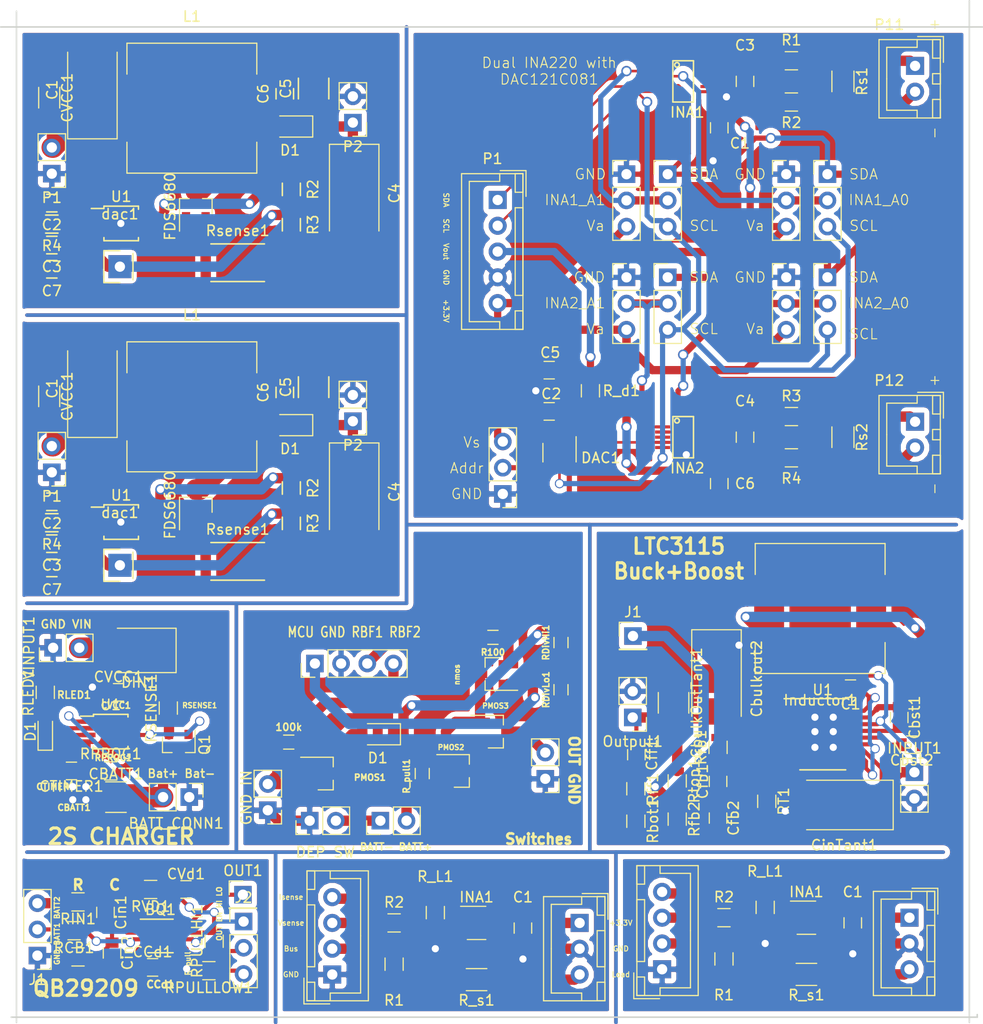
<source format=kicad_pcb>
(kicad_pcb (version 4) (host pcbnew 4.0.5)
  (title_block (title "INA139 & Voltage Divider for Voltage Measurement") (date 2017-06-14) (rev R1))
  (layers (0 F.Cu signal) (31 B.Cu signal) (34 B.Paste user) (35 F.Paste user) (36 B.SilkS user) (37 F.SilkS user) (38 B.Mask user) (39 F.Mask user) (44 Edge.Cuts user))
  (net 0 "")
  (net 1 GND)
  (net 2 "Net-(C3-Pad1)")
  (net 3 "Net-(C4-Pad1)")
  (net 4 "Net-(C7-Pad1)")
  (net 5 "Net-(D1-Pad2)")
  (net 6 "Net-(FDS6680-Pad1)")
  (net 7 "Net-(FDS6680-Pad3)")
  (net 8 "Net-(R4-Pad1)")
  (net 9 /PowerIn)
  (net 10 "Net-(C2-Pad1)")
  (net 11 /BATT+)
  (net 12 "Net-(CTIMER1-Pad2)")
  (net 13 "Net-(CVCC1-Pad2)")
  (net 14 "Net-(D1-Pad1)")
  (net 15 "Net-(DIN1-Pad2)")
  (net 16 "Net-(Q1-Pad1)")
  (net 17 "Net-(Q1-Pad2)")
  (net 18 "Net-(RPROG1-Pad2)")
  (net 19 BATT+)
  (net 20 MCU_CTRL2)
  (net 21 "Net-(Nmos_sw1-Pad2)")
  (net 22 "Net-(Nmos_sw1-Pad3)")
  (net 23 BATT-)
  (net 24 Vin)
  (net 25 RBF_2)
  (net 26 RBF_1)
  (net 27 LOAD)
  (net 28 "Net-(PMOS2-Pad3)")
  (net 29 "Net-(BQ1-Pad1)")
  (net 30 "Net-(BQ1-Pad2)")
  (net 31 "Net-(BQ1-Pad3)")
  (net 32 "Net-(BQ1-Pad4)")
  (net 33 "Net-(BQ1-Pad6)")
  (net 34 "Net-(BQ1-Pad7)")
  (net 35 "Net-(BQ1-Pad8)")
  (net 36 "Net-(J1-Pad2)")
  (net 37 "Net-(J1-Pad3)")
  (net 38 "Net-(J2-Pad2)")
  (net 39 "Net-(J2-Pad3)")
  (net 40 +3V3)
  (net 41 I_out)
  (net 42 BusVoltage)
  (net 43 Load)
  (net 44 V_out)
  (net 45 Va)
  (net 46 IN1+)
  (net 47 IN1-)
  (net 48 IN2+)
  (net 49 IN2-)
  (net 50 "Net-(DAC1-Pad1)")
  (net 51 SDA)
  (net 52 ADR0)
  (net 53 SCL)
  (net 54 INA1_A1)
  (net 55 INA1_A0)
  (net 56 INA2_A1)
  (net 57 INA2_A0)
  (net 58 Vout)
  (net 59 Shunt1+)
  (net 60 Shunt1-)
  (net 61 Shunt2+)
  (net 62 Shunt2-)
  (net 63 "Net-(C1-Pad1)")
  (net 64 "Net-(Cbst1-Pad1)")
  (net 65 "Net-(Cbst1-Pad2)")
  (net 66 "Net-(Cbst2-Pad1)")
  (net 67 "Net-(Cbst2-Pad2)")
  (net 68 "Net-(CbulkOutTant1-Pad2)")
  (net 69 "Net-(Cfb1-Pad1)")
  (net 70 "Net-(Cfb1-Pad2)")
  (net 71 "Net-(Cfb2-Pad2)")
  (net 72 "Net-(Cff1-Pad2)")
  (net 73 /VIN)
  (net 74 "Net-(Rfb1-Pad2)")
  (net 75 "Net-(RT1-Pad1)")
  (module Connectors_JST:JST_XH_B03B-XH-A_03x2.50mm_Straight (layer F.Cu) (at 111.028 107.956 270)
    (fp_text reference P2 hide)
    (fp_text value CONN_01X03)
    (pad 1 thru_hole rect (at 0 0 270) (size 1.75 1.75) (drill 1) (layers *.Cu *.Mask) (net 40 +3V3))
    (pad 2 thru_hole circle (at 2.5 0 270) (size 1.75 1.75) (drill 1) (layers *.Cu *.Mask) (net 1 GND))
    (pad 3 thru_hole circle (at 5 0 270) (size 1.75 1.75) (drill 1) (layers *.Cu *.Mask) (net 43 Load))
  )
  (module Connectors_JST:JST_XH_B04B-XH-A_04x2.50mm_Straight (layer F.Cu) (at 87.028 112.956 90)
    (fp_text reference P1 hide)
    (fp_text value CONN_01X04)
    (pad 1 thru_hole rect (at 0 0 90) (size 1.75 1.75) (drill 1) (layers *.Cu *.Mask) (net 1 GND))
    (pad 2 thru_hole circle (at 2.5 0 90) (size 1.75 1.75) (drill 1) (layers *.Cu *.Mask) (net 42 BusVoltage))
    (pad 3 thru_hole circle (at 5 0 90) (size 1.75 1.75) (drill 1) (layers *.Cu *.Mask) (net 44 V_out))
    (pad 4 thru_hole circle (at 7.5 0 90) (size 1.75 1.75) (drill 1) (layers *.Cu *.Mask) (net 41 I_out))
  )
  (module Resistors_SMD:R_1206_HandSoldering (layer F.Cu) (at 101.028 113.456 180)
    (fp_text reference R_s1 (at 0 -2 180) (layer F.SilkS))
    (fp_text value 20m)
    (pad 1 smd rect (at -2 0 180) (size 2 1.7) (layers F.Cu F.Paste F.Mask) (net 43 Load))
    (pad 2 smd rect (at 2 0 180) (size 2 1.7) (layers F.Cu F.Paste F.Mask) (net 42 BusVoltage))
  )
  (module Capacitors_SMD:C_0805_HandSoldering (layer F.Cu) (at 105.528 108.456 270)
    (fp_text reference C1 (at -3 0 360) (layer F.SilkS))
    (fp_text value 0.1u)
    (pad 1 smd rect (at -1.25 0 270) (size 1.5 1.25) (layers F.Cu F.Paste F.Mask) (net 40 +3V3))
    (pad 2 smd rect (at 1.25 0 270) (size 1.5 1.25) (layers F.Cu F.Paste F.Mask) (net 1 GND))
  )
  (module Resistors_SMD:R_0805_HandSoldering (layer F.Cu) (at 97.028 106.956 270)
    (fp_text reference R_L1 (at -3.5 0 360) (layer F.SilkS))
    (fp_text value 100k hide)
    (pad 1 smd rect (at -1.35 0 270) (size 1.5 1.3) (layers F.Cu F.Paste F.Mask) (net 41 I_out))
    (pad 2 smd rect (at 1.35 0 270) (size 1.5 1.3) (layers F.Cu F.Paste F.Mask) (net 1 GND))
  )
  (module Resistors_SMD:R_0805_HandSoldering (layer F.Cu) (at 93.028 107.956 180)
    (fp_text reference R2 (at 0 2 180) (layer F.SilkS))
    (fp_text value 20k hide)
    (pad 1 smd rect (at -1.35 0 180) (size 1.5 1.3) (layers F.Cu F.Paste F.Mask) (net 1 GND))
    (pad 2 smd rect (at 1.35 0 180) (size 1.5 1.3) (layers F.Cu F.Paste F.Mask) (net 44 V_out))
  )
  (module Resistors_SMD:R_0805_HandSoldering (layer F.Cu) (at 93.028 111.956 270)
    (fp_text reference R1 (at 3.5 0 360) (layer F.SilkS))
    (fp_text value 10k hide)
    (pad 1 smd rect (at -1.35 0 270) (size 1.5 1.3) (layers F.Cu F.Paste F.Mask) (net 44 V_out))
    (pad 2 smd rect (at 1.35 0 270) (size 1.5 1.3) (layers F.Cu F.Paste F.Mask) (net 42 BusVoltage))
  )
  (module TO_SOT_Packages_SMD:SOT-23-5 (layer F.Cu) (at 101.028 107.956)
    (fp_text reference INA1 (at 0 -2.5) (layer F.SilkS))
    (fp_text value INA139 hide)
    (pad 1 smd rect (at -1.1 -0.95) (size 1.06 0.65) (layers F.Cu F.Paste F.Mask) (net 41 I_out))
    (pad 2 smd rect (at -1.1 0) (size 1.06 0.65) (layers F.Cu F.Paste F.Mask) (net 1 GND))
    (pad 3 smd rect (at -1.1 0.95) (size 1.06 0.65) (layers F.Cu F.Paste F.Mask) (net 42 BusVoltage))
    (pad 4 smd rect (at 1.1 0.95) (size 1.06 0.65) (layers F.Cu F.Paste F.Mask) (net 43 Load))
    (pad 5 smd rect (at 1.1 -0.95) (size 1.06 0.65) (layers F.Cu F.Paste F.Mask) (net 40 +3V3))
  )
  (module Diodes_SMD:D_1206 (layer F.Cu) (at 50.927 60.198 180)
    (fp_text reference D1 (at 0 -2.3 180) (layer F.SilkS))
    (fp_text value D_Schottky)
    (pad 1 smd rect (at -1.5 0 180) (size 1 1.6) (layers F.Cu F.Paste F.Mask) (net 3 "Net-(C4-Pad1)"))
    (pad 2 smd rect (at 1.5 0 180) (size 1 1.6) (layers F.Cu F.Paste F.Mask) (net 5 "Net-(D1-Pad2)"))
  )
  (module Socket_Strips:Socket_Strip_Straight_1x02_Pitch2.54mm (layer F.Cu) (at 57.023 59.817 180)
    (fp_text reference P2 (at 0 -2.33 180) (layer F.SilkS))
    (fp_text value CONN_01X02)
    (pad 1 thru_hole rect (at 0 0 180) (size 1.7 1.7) (drill 1) (layers *.Cu *.Mask) (net 3 "Net-(C4-Pad1)"))
    (pad 2 thru_hole oval (at 0 2.54 180) (size 1.7 1.7) (drill 1) (layers *.Cu *.Mask) (net 1 GND))
  )
  (module Socket_Strips:Socket_Strip_Straight_1x02_Pitch2.54mm (layer F.Cu) (at 27.813 64.77 180)
    (fp_text reference P1 (at 0 -2.33 180) (layer F.SilkS))
    (fp_text value CONN_01X02)
    (pad 1 thru_hole rect (at 0 0 180) (size 1.7 1.7) (drill 1) (layers *.Cu *.Mask) (net 1 GND))
    (pad 2 thru_hole oval (at 0 2.54 180) (size 1.7 1.7) (drill 1) (layers *.Cu *.Mask) (net 9 /PowerIn))
  )
  (module Capacitors_SMD:C_1206 (layer F.Cu) (at 27.559 57.404 270)
    (fp_text reference CVCC1 (at 0 -1.75 270) (layer F.SilkS))
    (fp_text value 1uF)
    (pad 1 smd rect (at -1.5 0 270) (size 1 1.6) (layers F.Cu F.Paste F.Mask) (net 1 GND))
    (pad 2 smd rect (at 1.5 0 270) (size 1 1.6) (layers F.Cu F.Paste F.Mask) (net 9 /PowerIn))
  )
  (module Capacitors_Tantalum_SMD:CP_Tantalum_Case-V_EIA-7343-20_Reflow (layer F.Cu) (at 57.15 66.675 270)
    (fp_text reference C4 (at 0 -3.9 270) (layer F.SilkS))
    (fp_text value 68uF)
    (pad 1 smd rect (at -3.175 0 270) (size 2.55 2.7) (layers F.Cu F.Paste F.Mask) (net 3 "Net-(C4-Pad1)"))
    (pad 2 smd rect (at 3.175 0 270) (size 2.55 2.7) (layers F.Cu F.Paste F.Mask) (net 1 GND))
  )
  (module Capacitors_Tantalum_SMD:CP_Tantalum_Case-V_EIA-7343-20_Reflow (layer F.Cu) (at 31.75 56.642 90)
    (fp_text reference C1 (at 0 -3.9 90) (layer F.SilkS))
    (fp_text value 68uF)
    (pad 1 smd rect (at -3.175 0 90) (size 2.55 2.7) (layers F.Cu F.Paste F.Mask) (net 9 /PowerIn))
    (pad 2 smd rect (at 3.175 0 90) (size 2.55 2.7) (layers F.Cu F.Paste F.Mask) (net 1 GND))
  )
  (module Inductors_SMD:L_12x12mm_h4.5mm (layer F.Cu) (at 41.402 58.42)
    (fp_text reference L1 (at 0 -8.89) (layer F.SilkS))
    (fp_text value L_Small)
    (pad 1 smd rect (at -4.95 0) (size 2.9 5.4) (layers F.Cu F.Paste F.Mask) (net 9 /PowerIn))
    (pad 2 smd rect (at 4.95 0) (size 2.9 5.4) (layers F.Cu F.Paste F.Mask) (net 5 "Net-(D1-Pad2)"))
  )
  (module TO_SOT_Packages_SMD:SOT-23_Handsoldering (layer F.Cu) (at 41.783 67.945 90)
    (fp_text reference FDS6680 (at 0 -2.5 90) (layer F.SilkS))
    (fp_text value Q_NMOS_GDS)
    (pad 1 smd rect (at -1.5 -0.95 90) (size 1.9 0.8) (layers F.Cu F.Paste F.Mask) (net 6 "Net-(FDS6680-Pad1)"))
    (pad 3 smd rect (at -1.5 0.95 90) (size 1.9 0.8) (layers F.Cu F.Paste F.Mask) (net 7 "Net-(FDS6680-Pad3)"))
    (pad 2 smd rect (at 1.5 0 90) (size 1.9 0.8) (layers F.Cu F.Paste F.Mask) (net 5 "Net-(D1-Pad2)"))
  )
  (module Socket_Strips:Socket_Strip_Straight_1x01 (layer F.Cu) (at 34.417 73.787)
    (fp_text reference dac1 (at 0 -5.1) (layer F.SilkS))
    (fp_text value DAC)
    (pad 1 thru_hole rect (at 0 0) (size 2.2352 2.2352) (drill 1) (layers *.Cu *.Mask) (net 4 "Net-(C7-Pad1)"))
  )
  (module Resistors_SMD:R_0805 (layer F.Cu) (at 27.813 69.6595 180)
    (fp_text reference R4 (at 0 -2.1 180) (layer F.SilkS))
    (fp_text value 100k)
    (pad 1 smd rect (at -0.95 0 180) (size 0.7 1.3) (layers F.Cu F.Paste F.Mask) (net 8 "Net-(R4-Pad1)"))
    (pad 2 smd rect (at 0.95 0 180) (size 0.7 1.3) (layers F.Cu F.Paste F.Mask) (net 1 GND))
  )
  (module Resistors_SMD:R_0805 (layer F.Cu) (at 51.054 69.723 270)
    (fp_text reference R3 (at 0 -2.1 270) (layer F.SilkS))
    (fp_text value 25k)
    (pad 1 smd rect (at -0.95 0 270) (size 0.7 1.3) (layers F.Cu F.Paste F.Mask) (net 4 "Net-(C7-Pad1)"))
    (pad 2 smd rect (at 0.95 0 270) (size 0.7 1.3) (layers F.Cu F.Paste F.Mask) (net 1 GND))
  )
  (module Resistors_SMD:R_0805 (layer F.Cu) (at 51.054 66.294 270)
    (fp_text reference R2 (at 0 -2.1 270) (layer F.SilkS))
    (fp_text value 218k)
    (pad 1 smd rect (at -0.95 0 270) (size 0.7 1.3) (layers F.Cu F.Paste F.Mask) (net 3 "Net-(C4-Pad1)"))
    (pad 2 smd rect (at 0.95 0 270) (size 0.7 1.3) (layers F.Cu F.Paste F.Mask) (net 4 "Net-(C7-Pad1)"))
  )
  (module Capacitors_SMD:C_0805 (layer F.Cu) (at 27.813 74.041 180)
    (fp_text reference C7 (at 0 -2.1 180) (layer F.SilkS))
    (fp_text value 220pF)
    (pad 1 smd rect (at -1 0 180) (size 1 1.25) (layers F.Cu F.Paste F.Mask) (net 4 "Net-(C7-Pad1)"))
    (pad 2 smd rect (at 1 0 180) (size 1 1.25) (layers F.Cu F.Paste F.Mask) (net 1 GND))
  )
  (module Capacitors_SMD:C_0805 (layer F.Cu) (at 50.419 57.023 90)
    (fp_text reference C6 (at 0 -2.1 90) (layer F.SilkS))
    (fp_text value 0.1uF)
    (pad 1 smd rect (at -1 0 90) (size 1 1.25) (layers F.Cu F.Paste F.Mask) (net 3 "Net-(C4-Pad1)"))
    (pad 2 smd rect (at 1 0 90) (size 1 1.25) (layers F.Cu F.Paste F.Mask) (net 1 GND))
  )
  (module Capacitors_SMD:C_1210 (layer F.Cu) (at 53.213 56.515 90)
    (fp_text reference C5 (at 0 -2.7 90) (layer F.SilkS))
    (fp_text value 68uF)
    (pad 1 smd rect (at -1.5 0 90) (size 1 2.5) (layers F.Cu F.Paste F.Mask) (net 3 "Net-(C4-Pad1)"))
    (pad 2 smd rect (at 1.5 0 90) (size 1 2.5) (layers F.Cu F.Paste F.Mask) (net 1 GND))
  )
  (module Capacitors_SMD:C_0805 (layer F.Cu) (at 27.813 71.6915 180)
    (fp_text reference C3 (at 0 -2.1 180) (layer F.SilkS))
    (fp_text value .22uF)
    (pad 1 smd rect (at -1 0 180) (size 1 1.25) (layers F.Cu F.Paste F.Mask) (net 2 "Net-(C3-Pad1)"))
    (pad 2 smd rect (at 1 0 180) (size 1 1.25) (layers F.Cu F.Paste F.Mask) (net 1 GND))
  )
  (module Capacitors_SMD:C_0805 (layer F.Cu) (at 27.813 67.6275 180)
    (fp_text reference C2 (at 0 -2.1 180) (layer F.SilkS))
    (fp_text value 1uF)
    (pad 1 smd rect (at -1 0 180) (size 1 1.25) (layers F.Cu F.Paste F.Mask) (net 10 "Net-(C2-Pad1)"))
    (pad 2 smd rect (at 1 0 180) (size 1 1.25) (layers F.Cu F.Paste F.Mask) (net 1 GND))
  )
  (module Housings_SSOP:MSOP-10_3x3mm_Pitch0.5mm (layer F.Cu) (at 34.544 69.596)
    (fp_text reference U1 (at 0 -2.6) (layer F.SilkS))
    (fp_text value MAX668)
    (pad 1 smd rect (at -2.2 -1) (size 1.4 0.3) (layers F.Cu F.Paste F.Mask) (net 10 "Net-(C2-Pad1)"))
    (pad 2 smd rect (at -2.2 -0.5) (size 1.4 0.3) (layers F.Cu F.Paste F.Mask) (net 8 "Net-(R4-Pad1)"))
    (pad 3 smd rect (at -2.2 0) (size 1.4 0.3) (layers F.Cu F.Paste F.Mask) (net 1 GND))
    (pad 4 smd rect (at -2.2 0.5) (size 1.4 0.3) (layers F.Cu F.Paste F.Mask) (net 2 "Net-(C3-Pad1)"))
    (pad 5 smd rect (at -2.2 1) (size 1.4 0.3) (layers F.Cu F.Paste F.Mask) (net 4 "Net-(C7-Pad1)"))
    (pad 6 smd rect (at 2.2 1) (size 1.4 0.3) (layers F.Cu F.Paste F.Mask) (net 7 "Net-(FDS6680-Pad3)"))
    (pad 7 smd rect (at 2.2 0.5) (size 1.4 0.3) (layers F.Cu F.Paste F.Mask) (net 1 GND))
    (pad 8 smd rect (at 2.2 0) (size 1.4 0.3) (layers F.Cu F.Paste F.Mask) (net 6 "Net-(FDS6680-Pad1)"))
    (pad 9 smd rect (at 2.2 -0.5) (size 1.4 0.3) (layers F.Cu F.Paste F.Mask) (net 3 "Net-(C4-Pad1)"))
    (pad 10 smd rect (at 2.2 -1) (size 1.4 0.3) (layers F.Cu F.Paste F.Mask) (net 3 "Net-(C4-Pad1)"))
  )
  (module Resistors_SMD:R_2512 (layer F.Cu) (at 45.847 73.406)
    (fp_text reference Rsense1 (at 0 -3.1) (layer F.SilkS))
    (fp_text value 0.02)
    (pad 1 smd rect (at -3.1 0) (size 1 3.2) (layers F.Cu F.Paste F.Mask) (net 7 "Net-(FDS6680-Pad3)"))
    (pad 2 smd rect (at 3.1 0) (size 1 3.2) (layers F.Cu F.Paste F.Mask) (net 1 GND))
  )
  (module Resistors_SMD:R_2512 (layer F.Cu) (at 45.847 44.45)
    (fp_text reference Rsense1 (at 0 -3.1) (layer F.SilkS))
    (fp_text value 0.02)
    (pad 1 smd rect (at -3.1 0) (size 1 3.2) (layers F.Cu F.Paste F.Mask) (net 7 "Net-(FDS6680-Pad3)"))
    (pad 2 smd rect (at 3.1 0) (size 1 3.2) (layers F.Cu F.Paste F.Mask) (net 1 GND))
  )
  (module Housings_SSOP:MSOP-10_3x3mm_Pitch0.5mm (layer F.Cu) (at 34.544 40.64)
    (fp_text reference U1 (at 0 -2.6) (layer F.SilkS))
    (fp_text value MAX668)
    (pad 1 smd rect (at -2.2 -1) (size 1.4 0.3) (layers F.Cu F.Paste F.Mask) (net 10 "Net-(C2-Pad1)"))
    (pad 2 smd rect (at -2.2 -0.5) (size 1.4 0.3) (layers F.Cu F.Paste F.Mask) (net 8 "Net-(R4-Pad1)"))
    (pad 3 smd rect (at -2.2 0) (size 1.4 0.3) (layers F.Cu F.Paste F.Mask) (net 1 GND))
    (pad 4 smd rect (at -2.2 0.5) (size 1.4 0.3) (layers F.Cu F.Paste F.Mask) (net 2 "Net-(C3-Pad1)"))
    (pad 5 smd rect (at -2.2 1) (size 1.4 0.3) (layers F.Cu F.Paste F.Mask) (net 4 "Net-(C7-Pad1)"))
    (pad 6 smd rect (at 2.2 1) (size 1.4 0.3) (layers F.Cu F.Paste F.Mask) (net 7 "Net-(FDS6680-Pad3)"))
    (pad 7 smd rect (at 2.2 0.5) (size 1.4 0.3) (layers F.Cu F.Paste F.Mask) (net 1 GND))
    (pad 8 smd rect (at 2.2 0) (size 1.4 0.3) (layers F.Cu F.Paste F.Mask) (net 6 "Net-(FDS6680-Pad1)"))
    (pad 9 smd rect (at 2.2 -0.5) (size 1.4 0.3) (layers F.Cu F.Paste F.Mask) (net 3 "Net-(C4-Pad1)"))
    (pad 10 smd rect (at 2.2 -1) (size 1.4 0.3) (layers F.Cu F.Paste F.Mask) (net 3 "Net-(C4-Pad1)"))
  )
  (module Capacitors_SMD:C_0805 (layer F.Cu) (at 27.813 38.6715 180)
    (fp_text reference C2 (at 0 -2.1 180) (layer F.SilkS))
    (fp_text value 1uF)
    (pad 1 smd rect (at -1 0 180) (size 1 1.25) (layers F.Cu F.Paste F.Mask) (net 10 "Net-(C2-Pad1)"))
    (pad 2 smd rect (at 1 0 180) (size 1 1.25) (layers F.Cu F.Paste F.Mask) (net 1 GND))
  )
  (module Capacitors_SMD:C_0805 (layer F.Cu) (at 27.813 42.7355 180)
    (fp_text reference C3 (at 0 -2.1 180) (layer F.SilkS))
    (fp_text value .22uF)
    (pad 1 smd rect (at -1 0 180) (size 1 1.25) (layers F.Cu F.Paste F.Mask) (net 2 "Net-(C3-Pad1)"))
    (pad 2 smd rect (at 1 0 180) (size 1 1.25) (layers F.Cu F.Paste F.Mask) (net 1 GND))
  )
  (module Capacitors_SMD:C_1210 (layer F.Cu) (at 53.213 27.559 90)
    (fp_text reference C5 (at 0 -2.7 90) (layer F.SilkS))
    (fp_text value 68uF)
    (pad 1 smd rect (at -1.5 0 90) (size 1 2.5) (layers F.Cu F.Paste F.Mask) (net 3 "Net-(C4-Pad1)"))
    (pad 2 smd rect (at 1.5 0 90) (size 1 2.5) (layers F.Cu F.Paste F.Mask) (net 1 GND))
  )
  (module Capacitors_SMD:C_0805 (layer F.Cu) (at 50.419 28.067 90)
    (fp_text reference C6 (at 0 -2.1 90) (layer F.SilkS))
    (fp_text value 0.1uF)
    (pad 1 smd rect (at -1 0 90) (size 1 1.25) (layers F.Cu F.Paste F.Mask) (net 3 "Net-(C4-Pad1)"))
    (pad 2 smd rect (at 1 0 90) (size 1 1.25) (layers F.Cu F.Paste F.Mask) (net 1 GND))
  )
  (module Capacitors_SMD:C_0805 (layer F.Cu) (at 27.813 45.085 180)
    (fp_text reference C7 (at 0 -2.1 180) (layer F.SilkS))
    (fp_text value 220pF)
    (pad 1 smd rect (at -1 0 180) (size 1 1.25) (layers F.Cu F.Paste F.Mask) (net 4 "Net-(C7-Pad1)"))
    (pad 2 smd rect (at 1 0 180) (size 1 1.25) (layers F.Cu F.Paste F.Mask) (net 1 GND))
  )
  (module Resistors_SMD:R_0805 (layer F.Cu) (at 51.054 37.338 270)
    (fp_text reference R2 (at 0 -2.1 270) (layer F.SilkS))
    (fp_text value 218k)
    (pad 1 smd rect (at -0.95 0 270) (size 0.7 1.3) (layers F.Cu F.Paste F.Mask) (net 3 "Net-(C4-Pad1)"))
    (pad 2 smd rect (at 0.95 0 270) (size 0.7 1.3) (layers F.Cu F.Paste F.Mask) (net 4 "Net-(C7-Pad1)"))
  )
  (module Resistors_SMD:R_0805 (layer F.Cu) (at 51.054 40.767 270)
    (fp_text reference R3 (at 0 -2.1 270) (layer F.SilkS))
    (fp_text value 25k)
    (pad 1 smd rect (at -0.95 0 270) (size 0.7 1.3) (layers F.Cu F.Paste F.Mask) (net 4 "Net-(C7-Pad1)"))
    (pad 2 smd rect (at 0.95 0 270) (size 0.7 1.3) (layers F.Cu F.Paste F.Mask) (net 1 GND))
  )
  (module Resistors_SMD:R_0805 (layer F.Cu) (at 27.813 40.7035 180)
    (fp_text reference R4 (at 0 -2.1 180) (layer F.SilkS))
    (fp_text value 100k)
    (pad 1 smd rect (at -0.95 0 180) (size 0.7 1.3) (layers F.Cu F.Paste F.Mask) (net 8 "Net-(R4-Pad1)"))
    (pad 2 smd rect (at 0.95 0 180) (size 0.7 1.3) (layers F.Cu F.Paste F.Mask) (net 1 GND))
  )
  (module Socket_Strips:Socket_Strip_Straight_1x01 (layer F.Cu) (at 34.417 44.831)
    (fp_text reference dac1 (at 0 -5.1) (layer F.SilkS))
    (fp_text value DAC)
    (pad 1 thru_hole rect (at 0 0) (size 2.2352 2.2352) (drill 1) (layers *.Cu *.Mask) (net 4 "Net-(C7-Pad1)"))
  )
  (module TO_SOT_Packages_SMD:SOT-23_Handsoldering (layer F.Cu) (at 41.783 38.989 90)
    (fp_text reference FDS6680 (at 0 -2.5 90) (layer F.SilkS))
    (fp_text value Q_NMOS_GDS)
    (pad 1 smd rect (at -1.5 -0.95 90) (size 1.9 0.8) (layers F.Cu F.Paste F.Mask) (net 6 "Net-(FDS6680-Pad1)"))
    (pad 3 smd rect (at -1.5 0.95 90) (size 1.9 0.8) (layers F.Cu F.Paste F.Mask) (net 7 "Net-(FDS6680-Pad3)"))
    (pad 2 smd rect (at 1.5 0 90) (size 1.9 0.8) (layers F.Cu F.Paste F.Mask) (net 5 "Net-(D1-Pad2)"))
  )
  (module Inductors_SMD:L_12x12mm_h4.5mm (layer F.Cu) (at 41.402 29.464)
    (fp_text reference L1 (at 0 -8.89) (layer F.SilkS))
    (fp_text value L_Small)
    (pad 1 smd rect (at -4.95 0) (size 2.9 5.4) (layers F.Cu F.Paste F.Mask) (net 9 /PowerIn))
    (pad 2 smd rect (at 4.95 0) (size 2.9 5.4) (layers F.Cu F.Paste F.Mask) (net 5 "Net-(D1-Pad2)"))
  )
  (module Capacitors_Tantalum_SMD:CP_Tantalum_Case-V_EIA-7343-20_Reflow (layer F.Cu) (at 31.75 27.686 90)
    (fp_text reference C1 (at 0 -3.9 90) (layer F.SilkS))
    (fp_text value 68uF)
    (pad 1 smd rect (at -3.175 0 90) (size 2.55 2.7) (layers F.Cu F.Paste F.Mask) (net 9 /PowerIn))
    (pad 2 smd rect (at 3.175 0 90) (size 2.55 2.7) (layers F.Cu F.Paste F.Mask) (net 1 GND))
  )
  (module Capacitors_Tantalum_SMD:CP_Tantalum_Case-V_EIA-7343-20_Reflow (layer F.Cu) (at 57.15 37.719 270)
    (fp_text reference C4 (at 0 -3.9 270) (layer F.SilkS))
    (fp_text value 68uF)
    (pad 1 smd rect (at -3.175 0 270) (size 2.55 2.7) (layers F.Cu F.Paste F.Mask) (net 3 "Net-(C4-Pad1)"))
    (pad 2 smd rect (at 3.175 0 270) (size 2.55 2.7) (layers F.Cu F.Paste F.Mask) (net 1 GND))
  )
  (module Capacitors_SMD:C_1206 (layer F.Cu) (at 27.559 28.448 270)
    (fp_text reference CVCC1 (at 0 -1.75 270) (layer F.SilkS))
    (fp_text value 1uF)
    (pad 1 smd rect (at -1.5 0 270) (size 1 1.6) (layers F.Cu F.Paste F.Mask) (net 1 GND))
    (pad 2 smd rect (at 1.5 0 270) (size 1 1.6) (layers F.Cu F.Paste F.Mask) (net 9 /PowerIn))
  )
  (module Socket_Strips:Socket_Strip_Straight_1x02_Pitch2.54mm (layer F.Cu) (at 27.813 35.814 180)
    (fp_text reference P1 (at 0 -2.33 180) (layer F.SilkS))
    (fp_text value CONN_01X02)
    (pad 1 thru_hole rect (at 0 0 180) (size 1.7 1.7) (drill 1) (layers *.Cu *.Mask) (net 1 GND))
    (pad 2 thru_hole oval (at 0 2.54 180) (size 1.7 1.7) (drill 1) (layers *.Cu *.Mask) (net 9 /PowerIn))
  )
  (module Socket_Strips:Socket_Strip_Straight_1x02_Pitch2.54mm (layer F.Cu) (at 57.023 30.861 180)
    (fp_text reference P2 (at 0 -2.33 180) (layer F.SilkS))
    (fp_text value CONN_01X02)
    (pad 1 thru_hole rect (at 0 0 180) (size 1.7 1.7) (drill 1) (layers *.Cu *.Mask) (net 3 "Net-(C4-Pad1)"))
    (pad 2 thru_hole oval (at 0 2.54 180) (size 1.7 1.7) (drill 1) (layers *.Cu *.Mask) (net 1 GND))
  )
  (module Diodes_SMD:D_1206 (layer F.Cu) (at 50.927 31.242 180)
    (fp_text reference D1 (at 0 -2.3 180) (layer F.SilkS))
    (fp_text value D_Schottky)
    (pad 1 smd rect (at -1.5 0 180) (size 1 1.6) (layers F.Cu F.Paste F.Mask) (net 3 "Net-(C4-Pad1)"))
    (pad 2 smd rect (at 1.5 0 180) (size 1 1.6) (layers F.Cu F.Paste F.Mask) (net 5 "Net-(D1-Pad2)"))
  )
  (module Socket_Strips:Socket_Strip_Straight_1x02_Pitch2.54mm (layer F.Cu) (at 41.148 96.266 270)
    (fp_text reference BATT_CONN1 (at 2.54 1.27 360) (layer F.SilkS))
    (fp_text value CONN_OUT)
    (fp_text user "Bat+ Bat-" (at -2.286 0.762 360) (layer F.SilkS) (effects (font (size 0.8 0.8))))
    (pad 1 thru_hole rect (at 0 0 270) (size 1.7 1.7) (drill 1) (layers *.Cu *.Mask) (net 1 GND))
    (pad 2 thru_hole oval (at 0 2.54 270) (size 1.7 1.7) (drill 1) (layers *.Cu *.Mask) (net 11 /BATT+))
  )
  (module Capacitors_SMD:C_1210 (layer F.Cu) (at 34.036 96.266)
    (fp_text reference CBATT1 (at 0 -2.25) (layer F.SilkS))
    (fp_text value 10U)
    (fp_text user %R (at -4.064 1.016) (layer F.SilkS) (effects (font (size 0.6 0.6))))
    (pad 1 smd rect (at -1.5 0) (size 1 2.5) (layers F.Cu F.Paste F.Mask) (net 1 GND))
    (pad 2 smd rect (at 1.5 0) (size 1 2.5) (layers F.Cu F.Paste F.Mask) (net 11 /BATT+))
  )
  (module Capacitors_SMD:C_0805 (layer F.Cu) (at 29.718 93.726 180)
    (fp_text reference CTIMER1 (at 0 -1.5 180) (layer F.SilkS))
    (fp_text value 0.1UF)
    (fp_text user %R (at 1.524 -1.524 180) (layer F.SilkS) (effects (font (size 0.6 0.6))))
    (pad 1 smd rect (at -1 0 180) (size 1 1.25) (layers F.Cu F.Paste F.Mask) (net 1 GND))
    (pad 2 smd rect (at 1 0 180) (size 1 1.25) (layers F.Cu F.Paste F.Mask) (net 12 "Net-(CTIMER1-Pad2)"))
  )
  (module Capacitors_SMD:C_0805 (layer F.Cu) (at 34.29 86.106)
    (fp_text reference CVCC1 (at 0 -1.5) (layer F.SilkS))
    (fp_text value 1U)
    (fp_text user %R (at -0.254 1.27) (layer F.SilkS) (effects (font (size 0.6 0.6))))
    (pad 1 smd rect (at -1 0) (size 1 1.25) (layers F.Cu F.Paste F.Mask) (net 1 GND))
    (pad 2 smd rect (at 1 0) (size 1 1.25) (layers F.Cu F.Paste F.Mask) (net 13 "Net-(CVCC1-Pad2)"))
  )
  (module LEDs:LED_0805 (layer F.Cu) (at 27.178 89.916 90)
    (fp_text reference D1 (at 0 -1.45 90) (layer F.SilkS))
    (fp_text value LED)
    (pad 2 smd rect (at 1.1 0 270) (size 1.2 1.2) (layers F.Cu F.Paste F.Mask) (net 5 "Net-(D1-Pad2)"))
    (pad 1 smd rect (at -1.1 0 270) (size 1.2 1.2) (layers F.Cu F.Paste F.Mask) (net 14 "Net-(D1-Pad1)"))
  )
  (module Diodes_SMD:D_SMB_Standard (layer F.Cu) (at 36.322 82.042 180)
    (fp_text reference DIN1 (at 0.05 -3.1 180) (layer F.SilkS))
    (fp_text value D_Schottky)
    (pad 1 smd rect (at -2.15 0 180) (size 2.5 2.3) (layers F.Cu F.Paste F.Mask) (net 13 "Net-(CVCC1-Pad2)"))
    (pad 2 smd rect (at 2.15 0 180) (size 2.5 2.3) (layers F.Cu F.Paste F.Mask) (net 15 "Net-(DIN1-Pad2)"))
  )
  (module TO_SOT_Packages_SMD:SOT-23 (layer F.Cu) (at 40.132 91.186 270)
    (fp_text reference Q1 (at 0 -2.5 270) (layer F.SilkS))
    (fp_text value Q_PMOS_GSD)
    (pad 1 smd rect (at -1 -0.95 270) (size 0.9 0.8) (layers F.Cu F.Paste F.Mask) (net 16 "Net-(Q1-Pad1)"))
    (pad 2 smd rect (at -1 0.95 270) (size 0.9 0.8) (layers F.Cu F.Paste F.Mask) (net 17 "Net-(Q1-Pad2)"))
    (pad 3 smd rect (at 1 0 270) (size 0.9 0.8) (layers F.Cu F.Paste F.Mask) (net 11 /BATT+))
  )
  (module Resistors_SMD:R_0805 (layer F.Cu) (at 27.178 86.106 90)
    (fp_text reference RLED1 (at 0 -1.65 90) (layer F.SilkS))
    (fp_text value 2K)
    (fp_text user %R (at -0.254 2.794 180) (layer F.SilkS) (effects (font (size 0.7 0.7))))
    (pad 1 smd rect (at -0.95 0 90) (size 0.7 1.3) (layers F.Cu F.Paste F.Mask) (net 5 "Net-(D1-Pad2)"))
    (pad 2 smd rect (at 0.95 0 90) (size 0.7 1.3) (layers F.Cu F.Paste F.Mask) (net 13 "Net-(CVCC1-Pad2)"))
  )
  (module Resistors_SMD:R_0805 (layer F.Cu) (at 33.528 93.726)
    (fp_text reference RPROG1 (at 0 -1.65) (layer F.SilkS))
    (fp_text value 19.6K)
    (fp_text user %R (at 0.254 -1.27) (layer F.SilkS) (effects (font (size 0.6 0.6))))
    (pad 1 smd rect (at -0.95 0) (size 0.7 1.3) (layers F.Cu F.Paste F.Mask) (net 1 GND))
    (pad 2 smd rect (at 0.95 0) (size 0.7 1.3) (layers F.Cu F.Paste F.Mask) (net 18 "Net-(RPROG1-Pad2)"))
  )
  (module Resistors_SMD:R_0805 (layer F.Cu) (at 39.116 87.63 90)
    (fp_text reference RSENSE1 (at 0 -1.65 90) (layer F.SilkS))
    (fp_text value 0.2)
    (fp_text user %R (at 0.254 3.048 180) (layer F.SilkS) (effects (font (size 0.5 0.5) (thickness 0.125))))
    (pad 1 smd rect (at -0.95 0 90) (size 0.7 1.3) (layers F.Cu F.Paste F.Mask) (net 17 "Net-(Q1-Pad2)"))
    (pad 2 smd rect (at 0.95 0 90) (size 0.7 1.3) (layers F.Cu F.Paste F.Mask) (net 13 "Net-(CVCC1-Pad2)"))
  )
  (module Housings_SSOP:MSOP-8_3x3mm_Pitch0.65mm (layer F.Cu) (at 33.528 89.916)
    (fp_text reference U1 (at 0 -2.6) (layer F.SilkS))
    (fp_text value LTC-1731)
    (pad 1 smd rect (at -2.2 -0.975) (size 1.45 0.45) (layers F.Cu F.Paste F.Mask) (net 11 /BATT+))
    (pad 2 smd rect (at -2.2 -0.325) (size 1.45 0.45) (layers F.Cu F.Paste F.Mask) (net 14 "Net-(D1-Pad1)"))
    (pad 3 smd rect (at -2.2 0.325) (size 1.45 0.45) (layers F.Cu F.Paste F.Mask) (net 12 "Net-(CTIMER1-Pad2)"))
    (pad 4 smd rect (at -2.2 0.975) (size 1.45 0.45) (layers F.Cu F.Paste F.Mask) (net 1 GND))
    (pad 5 smd rect (at 2.2 0.975) (size 1.45 0.45) (layers F.Cu F.Paste F.Mask) (net 18 "Net-(RPROG1-Pad2)"))
    (pad 6 smd rect (at 2.2 0.325) (size 1.45 0.45) (layers F.Cu F.Paste F.Mask) (net 16 "Net-(Q1-Pad1)"))
    (pad 7 smd rect (at 2.2 -0.325) (size 1.45 0.45) (layers F.Cu F.Paste F.Mask) (net 13 "Net-(CVCC1-Pad2)"))
    (pad 8 smd rect (at 2.2 -0.975) (size 1.45 0.45) (layers F.Cu F.Paste F.Mask) (net 17 "Net-(Q1-Pad2)"))
  )
  (module Socket_Strips:Socket_Strip_Straight_1x02_Pitch2.54mm (layer F.Cu) (at 27.94 81.788 90)
    (fp_text reference VINPUT1 (at 0 -2.33 90) (layer F.SilkS))
    (fp_text value CONN_IN)
    (fp_text user "GND VIN" (at 2.286 1.27 180) (layer F.SilkS) (effects (font (size 0.8 0.8))))
    (pad 1 thru_hole rect (at 0 0 90) (size 1.7 1.7) (drill 1) (layers *.Cu *.Mask) (net 1 GND))
    (pad 2 thru_hole oval (at 0 2.54 90) (size 1.7 1.7) (drill 1) (layers *.Cu *.Mask) (net 15 "Net-(DIN1-Pad2)"))
  )
  (module TO_SOT_Packages_SMD:SOT-23_Handsoldering (layer F.Cu) (at 70.612 84.328 180)
    (fp_text reference nmos (at 3.4925 -0.0635 270) (layer F.SilkS) (effects (font (size 0.51 0.51) (thickness 0.1275))))
    (fp_text value "Logic Nch" hide)
    (pad 1 smd rect (at -1.5 -0.95 180) (size 1.9 0.8) (layers F.Cu F.Paste F.Mask) (net 20 MCU_CTRL2))
    (pad 2 smd rect (at -1.5 0.95 180) (size 1.9 0.8) (layers F.Cu F.Paste F.Mask) (net 21 "Net-(Nmos_sw1-Pad2)"))
    (pad 3 smd rect (at 1.5 0 180) (size 1.9 0.8) (layers F.Cu F.Paste F.Mask) (net 22 "Net-(Nmos_sw1-Pad3)"))
  )
  (module Socket_Strips:Socket_Strip_Straight_1x02_Pitch2.54mm (layer F.Cu) (at 52.832 98.552 90)
    (fp_text reference P1 hide)
    (fp_text value "DEP SW" (at -3.048 1.524 180) (layer F.SilkS))
    (pad 1 thru_hole rect (at 0 0 90) (size 1.7 1.7) (drill 1) (layers *.Cu *.Mask) (net 1 GND))
    (pad 2 thru_hole oval (at 0 2.54 90) (size 1.7 1.7) (drill 1) (layers *.Cu *.Mask) (net 23 BATT-))
  )
  (module Socket_Strips:Socket_Strip_Straight_1x02_Pitch2.54mm (layer F.Cu) (at 59.69 98.552 90)
    (fp_text reference P2 hide)
    (fp_text value "BATT- BATT+" (at -2.54 1.524 180) (layer F.SilkS) (effects (font (size 0.7 0.7))))
    (pad 1 thru_hole rect (at 0 0 90) (size 1.7 1.7) (drill 1) (layers *.Cu *.Mask) (net 23 BATT-))
    (pad 2 thru_hole oval (at 0 2.54 90) (size 1.7 1.7) (drill 1) (layers *.Cu *.Mask) (net 19 BATT+))
  )
  (module Socket_Strips:Socket_Strip_Straight_1x02_Pitch2.54mm (layer F.Cu) (at 48.768 97.536 180)
    (fp_text reference P3 hide)
    (fp_text value "GND IN" (at 2.0828 1.2192 270) (layer F.SilkS))
    (pad 1 thru_hole rect (at 0 0 180) (size 1.7 1.7) (drill 1) (layers *.Cu *.Mask) (net 1 GND))
    (pad 2 thru_hole oval (at 0 2.54 180) (size 1.7 1.7) (drill 1) (layers *.Cu *.Mask) (net 24 Vin))
  )
  (module Socket_Strips:Socket_Strip_Straight_1x04_Pitch2.54mm (layer F.Cu) (at 53.34 83.312 90)
    (fp_text reference P4 hide)
    (fp_text value "MCU GND RBF1 RBF2" (at 3.048 3.81 180) (layer F.SilkS) (effects (font (size 1 0.8))))
    (pad 1 thru_hole rect (at 0 0 90) (size 1.7 1.7) (drill 1) (layers *.Cu *.Mask) (net 20 MCU_CTRL2))
    (pad 2 thru_hole oval (at 0 2.54 90) (size 1.7 1.7) (drill 1) (layers *.Cu *.Mask) (net 1 GND))
    (pad 3 thru_hole oval (at 0 5.08 90) (size 1.7 1.7) (drill 1) (layers *.Cu *.Mask) (net 25 RBF_2))
    (pad 4 thru_hole oval (at 0 7.62 90) (size 1.7 1.7) (drill 1) (layers *.Cu *.Mask) (net 26 RBF_1))
  )
  (module Socket_Strips:Socket_Strip_Straight_1x02_Pitch2.54mm (layer F.Cu) (at 75.692 94.488 180)
    (fp_text reference P5 hide)
    (fp_text value OUT hide)
    (pad 1 thru_hole rect (at 0 0 180) (size 1.7 1.7) (drill 1) (layers *.Cu *.Mask) (net 1 GND))
    (pad 2 thru_hole oval (at 0 2.54 180) (size 1.7 1.7) (drill 1) (layers *.Cu *.Mask) (net 27 LOAD))
  )
  (module TO_SOT_Packages_SMD:SOT-23_Handsoldering (layer F.Cu) (at 54.356 93.98)
    (fp_text reference PMOS1 (at 4.318 0.381) (layer F.SilkS) (effects (font (size 0.6 0.6))))
    (fp_text value "PCH GDS" hide)
    (pad 1 smd rect (at -1.5 -0.95) (size 1.9 0.8) (layers F.Cu F.Paste F.Mask) (net 26 RBF_1))
    (pad 2 smd rect (at -1.5 0.95) (size 1.9 0.8) (layers F.Cu F.Paste F.Mask) (net 24 Vin))
    (pad 3 smd rect (at 1.5 0) (size 1.9 0.8) (layers F.Cu F.Paste F.Mask) (net 5 "Net-(D1-Pad2)"))
  )
  (module TO_SOT_Packages_SMD:SOT-23_Handsoldering (layer F.Cu) (at 67.564 93.726)
    (fp_text reference PMOS2 (at -1.016 -2.286) (layer F.SilkS) (effects (font (size 0.5 0.5) (thickness 0.125))))
    (fp_text value "Pch GDS" hide)
    (pad 1 smd rect (at -1.5 -0.95) (size 1.9 0.8) (layers F.Cu F.Paste F.Mask) (net 22 "Net-(Nmos_sw1-Pad3)"))
    (pad 2 smd rect (at -1.5 0.95) (size 1.9 0.8) (layers F.Cu F.Paste F.Mask) (net 19 BATT+))
    (pad 3 smd rect (at 1.5 0) (size 1.9 0.8) (layers F.Cu F.Paste F.Mask) (net 28 "Net-(PMOS2-Pad3)"))
  )
  (module TO_SOT_Packages_SMD:SOT-23_Handsoldering (layer F.Cu) (at 70.866 89.916)
    (fp_text reference PMOS3 (at 0 -2.5) (layer F.SilkS) (effects (font (size 0.5 0.5) (thickness 0.125))))
    (fp_text value "Pch GDS" hide)
    (pad 1 smd rect (at -1.5 -0.95) (size 1.9 0.8) (layers F.Cu F.Paste F.Mask) (net 22 "Net-(Nmos_sw1-Pad3)"))
    (pad 2 smd rect (at -1.5 0.95) (size 1.9 0.8) (layers F.Cu F.Paste F.Mask) (net 28 "Net-(PMOS2-Pad3)"))
    (pad 3 smd rect (at 1.5 0) (size 1.9 0.8) (layers F.Cu F.Paste F.Mask) (net 27 LOAD))
  )
  (module Resistors_SMD:R_0603_HandSoldering (layer F.Cu) (at 50.8 90.932)
    (fp_text reference 100k (at 0 -1.45) (layer F.SilkS) (effects (font (size 0.71 0.7))))
    (fp_text value R hide)
    (pad 1 smd rect (at -1.1 0) (size 1.2 0.9) (layers F.Cu F.Paste F.Mask) (net 24 Vin))
    (pad 2 smd rect (at 1.1 0) (size 1.2 0.9) (layers F.Cu F.Paste F.Mask) (net 26 RBF_1))
  )
  (module Resistors_SMD:R_0603_HandSoldering (layer F.Cu) (at 70.612 80.772 180)
    (fp_text reference R100 (at 0 -1.45 180) (layer F.SilkS) (effects (font (size 0.61 0.6))))
    (fp_text value R hide)
    (pad 1 smd rect (at -1.1 0 180) (size 1.2 0.9) (layers F.Cu F.Paste F.Mask) (net 21 "Net-(Nmos_sw1-Pad2)"))
    (pad 2 smd rect (at 1.1 0 180) (size 1.2 0.9) (layers F.Cu F.Paste F.Mask) (net 25 RBF_2))
  )
  (module Resistors_SMD:R_0603_HandSoldering (layer F.Cu) (at 77.216 81.28 90)
    (fp_text reference RDivHi1 (at 0 -1.4605 90) (layer F.SilkS) (effects (font (size 0.61 0.6))))
    (fp_text value R hide)
    (pad 1 smd rect (at -1.1 0 90) (size 1.2 0.9) (layers F.Cu F.Paste F.Mask) (net 20 MCU_CTRL2))
    (pad 2 smd rect (at 1.1 0 90) (size 1.2 0.9) (layers F.Cu F.Paste F.Mask) (net 19 BATT+))
  )
  (module Resistors_SMD:R_0603_HandSoldering (layer F.Cu) (at 77.216 85.852 90)
    (fp_text reference RDivLo1 (at 0 -1.45 90) (layer F.SilkS) (effects (font (size 0.61 0.6))))
    (fp_text value R hide)
    (pad 1 smd rect (at -1.1 0 90) (size 1.2 0.9) (layers F.Cu F.Paste F.Mask) (net 1 GND))
    (pad 2 smd rect (at 1.1 0 90) (size 1.2 0.9) (layers F.Cu F.Paste F.Mask) (net 20 MCU_CTRL2))
  )
  (module Resistors_SMD:R_0603_HandSoldering (layer F.Cu) (at 63.754 93.98 270)
    (fp_text reference R_pull1 (at 0.254 1.524 270) (layer F.SilkS) (effects (font (size 0.61 0.6))))
    (fp_text value R hide)
    (pad 1 smd rect (at -1.1 0 270) (size 1.2 0.9) (layers F.Cu F.Paste F.Mask) (net 22 "Net-(Nmos_sw1-Pad3)"))
    (pad 2 smd rect (at 1.1 0 270) (size 1.2 0.9) (layers F.Cu F.Paste F.Mask) (net 19 BATT+))
  )
  (module Diodes_SMD:D_1206 (layer F.Cu) (at 59.436 90.17 180)
    (fp_text reference D1 (at 0 -2.3 180) (layer F.SilkS))
    (fp_text value D)
    (pad 1 smd rect (at -1.5 0 180) (size 1 1.6) (layers F.Cu F.Paste F.Mask) (net 19 BATT+))
    (pad 2 smd rect (at 1.5 0 180) (size 1 1.6) (layers F.Cu F.Paste F.Mask) (net 5 "Net-(D1-Pad2)"))
  )
  (module Housings_DFN_QFN:DFN-8-1EP_3x3mm_Pitch0.65mm (layer F.Cu) (at 38.354 109.728)
    (fp_text reference BQ1 (at 0 -2.55) (layer F.SilkS))
    (fp_text value BQ29209)
    (pad 1 smd rect (at -1.55 -0.975) (size 0.65 0.35) (layers F.Cu F.Paste F.Mask) (net 29 "Net-(BQ1-Pad1)"))
    (pad 2 smd rect (at -1.55 -0.325) (size 0.65 0.35) (layers F.Cu F.Paste F.Mask) (net 30 "Net-(BQ1-Pad2)"))
    (pad 3 smd rect (at -1.55 0.325) (size 0.65 0.35) (layers F.Cu F.Paste F.Mask) (net 31 "Net-(BQ1-Pad3)"))
    (pad 4 smd rect (at -1.55 0.975) (size 0.65 0.35) (layers F.Cu F.Paste F.Mask) (net 32 "Net-(BQ1-Pad4)"))
    (pad 5 smd rect (at 1.55 0.975) (size 0.65 0.35) (layers F.Cu F.Paste F.Mask) (net 1 GND))
    (pad 6 smd rect (at 1.55 0.325) (size 0.65 0.35) (layers F.Cu F.Paste F.Mask) (net 33 "Net-(BQ1-Pad6)"))
    (pad 7 smd rect (at 1.55 -0.325) (size 0.65 0.35) (layers F.Cu F.Paste F.Mask) (net 34 "Net-(BQ1-Pad7)"))
    (pad 8 smd rect (at 1.55 -0.975) (size 0.65 0.35) (layers F.Cu F.Paste F.Mask) (net 35 "Net-(BQ1-Pad8)"))
    (pad 9 smd rect (at 0.3875 0.6) (size 0.775 1.2) (layers F.Cu F.Paste F.Mask))
    (pad 9 smd rect (at 0.3875 -0.6) (size 0.775 1.2) (layers F.Cu F.Paste F.Mask))
    (pad 9 smd rect (at -0.3875 0.6) (size 0.775 1.2) (layers F.Cu F.Paste F.Mask))
    (pad 9 smd rect (at -0.3875 -0.6) (size 0.775 1.2) (layers F.Cu F.Paste F.Mask))
  )
  (module Capacitors_SMD:C_0805 (layer F.Cu) (at 37.592 112.776)
    (fp_text reference CCd1 (at 0 -1.5) (layer F.SilkS))
    (fp_text value .1u)
    (pad 1 smd rect (at -1 0) (size 1 1.25) (layers F.Cu F.Paste F.Mask) (net 32 "Net-(BQ1-Pad4)"))
    (pad 2 smd rect (at 1 0) (size 1 1.25) (layers F.Cu F.Paste F.Mask) (net 1 GND))
  )
  (module Capacitors_SMD:C_0805 (layer F.Cu) (at 33.02 107.442 270)
    (fp_text reference Cin1 (at 0 -1.5 270) (layer F.SilkS))
    (fp_text value .1u)
    (pad 1 smd rect (at -1 0 270) (size 1 1.25) (layers F.Cu F.Paste F.Mask) (net 29 "Net-(BQ1-Pad1)"))
    (pad 2 smd rect (at 1 0 270) (size 1 1.25) (layers F.Cu F.Paste F.Mask) (net 30 "Net-(BQ1-Pad2)"))
  )
  (module Capacitors_SMD:C_0805 (layer F.Cu) (at 33.655 111.379 270)
    (fp_text reference Cin2 (at 0 -1.5 270) (layer F.SilkS))
    (fp_text value .1u)
    (pad 1 smd rect (at -1 0 270) (size 1 1.25) (layers F.Cu F.Paste F.Mask) (net 30 "Net-(BQ1-Pad2)"))
    (pad 2 smd rect (at 1 0 270) (size 1 1.25) (layers F.Cu F.Paste F.Mask) (net 1 GND))
  )
  (module Capacitors_SMD:C_0805 (layer F.Cu) (at 40.8305 105.2195)
    (fp_text reference CVd1 (at 0 -1.5) (layer F.SilkS))
    (fp_text value .1u hide)
    (pad 1 smd rect (at -1 0) (size 1 1.25) (layers F.Cu F.Paste F.Mask) (net 34 "Net-(BQ1-Pad7)"))
    (pad 2 smd rect (at 1 0) (size 1 1.25) (layers F.Cu F.Paste F.Mask) (net 1 GND))
  )
  (module Resistors_SMD:R_0805 (layer F.Cu) (at 29.972 109.22 180)
    (fp_text reference RCB1 (at 0 -1.65 180) (layer F.SilkS))
    (fp_text value 120)
    (pad 1 smd rect (at -0.95 0 180) (size 0.7 1.3) (layers F.Cu F.Paste F.Mask) (net 31 "Net-(BQ1-Pad3)"))
    (pad 2 smd rect (at 0.95 0 180) (size 0.7 1.3) (layers F.Cu F.Paste F.Mask) (net 36 "Net-(J1-Pad2)"))
  )
  (module Resistors_SMD:R_0805 (layer F.Cu) (at 30.353 106.426 180)
    (fp_text reference RIN1 (at 0 -1.65 180) (layer F.SilkS))
    (fp_text value 1k)
    (pad 1 smd rect (at -0.95 0 180) (size 0.7 1.3) (layers F.Cu F.Paste F.Mask) (net 29 "Net-(BQ1-Pad1)"))
    (pad 2 smd rect (at 0.95 0 180) (size 0.7 1.3) (layers F.Cu F.Paste F.Mask) (net 37 "Net-(J1-Pad3)"))
  )
  (module Resistors_SMD:R_0805 (layer F.Cu) (at 30.353 111.76 180)
    (fp_text reference RIN2)
    (fp_text value 1k)
    (pad 1 smd rect (at -0.95 0 180) (size 0.7 1.3) (layers F.Cu F.Paste F.Mask) (net 30 "Net-(BQ1-Pad2)"))
    (pad 2 smd rect (at 0.95 0 180) (size 0.7 1.3) (layers F.Cu F.Paste F.Mask) (net 36 "Net-(J1-Pad2)"))
  )
  (module Resistors_SMD:R_0805 (layer F.Cu) (at 43.561 110.236 90)
    (fp_text reference RPULLHI1 (at 0 -1.65 90) (layer F.SilkS))
    (fp_text value R)
    (pad 1 smd rect (at -0.95 0 90) (size 0.7 1.3) (layers F.Cu F.Paste F.Mask) (net 38 "Net-(J2-Pad2)"))
    (pad 2 smd rect (at 0.95 0 90) (size 0.7 1.3) (layers F.Cu F.Paste F.Mask) (net 34 "Net-(BQ1-Pad7)"))
  )
  (module Resistors_SMD:R_0805 (layer F.Cu) (at 43.053 113.0935 180)
    (fp_text reference RPULLLOW1 (at 0 -1.65 180) (layer F.SilkS))
    (fp_text value R)
    (pad 1 smd rect (at -0.95 0 180) (size 0.7 1.3) (layers F.Cu F.Paste F.Mask) (net 39 "Net-(J2-Pad3)"))
    (pad 2 smd rect (at 0.95 0 180) (size 0.7 1.3) (layers F.Cu F.Paste F.Mask) (net 1 GND))
  )
  (module Resistors_SMD:R_0805 (layer F.Cu) (at 37.4015 105.2195 180)
    (fp_text reference RVD1 (at 0 -1.65 180) (layer F.SilkS))
    (fp_text value 100 hide)
    (pad 1 smd rect (at -0.95 0 180) (size 0.7 1.3) (layers F.Cu F.Paste F.Mask) (net 34 "Net-(BQ1-Pad7)"))
    (pad 2 smd rect (at 0.95 0 180) (size 0.7 1.3) (layers F.Cu F.Paste F.Mask) (net 37 "Net-(J1-Pad3)"))
  )
  (module Socket_Strips:Socket_Strip_Straight_1x03_Pitch2.54mm (layer F.Cu) (at 26.416 111.633 180)
    (fp_text reference J1 (at 0 -2.33 180) (layer F.SilkS))
    (fp_text value CONN_01X03)
    (pad 1 thru_hole rect (at 0 0 180) (size 1.7 1.7) (drill 1) (layers *.Cu *.Mask) (net 1 GND))
    (pad 2 thru_hole oval (at 0 2.54 180) (size 1.7 1.7) (drill 1) (layers *.Cu *.Mask) (net 36 "Net-(J1-Pad2)"))
    (pad 3 thru_hole oval (at 0 5.08 180) (size 1.7 1.7) (drill 1) (layers *.Cu *.Mask) (net 37 "Net-(J1-Pad3)"))
  )
  (module Socket_Strips:Socket_Strip_Straight_1x03_Pitch2.54mm (layer F.Cu) (at 46.4185 108.331)
    (fp_text reference J2 (at 0 -2.33) (layer F.SilkS))
    (fp_text value CONN_01X03)
    (pad 1 thru_hole rect (at 0 0) (size 1.7 1.7) (drill 1) (layers *.Cu *.Mask) (net 33 "Net-(BQ1-Pad6)"))
    (pad 2 thru_hole oval (at 0 2.54) (size 1.7 1.7) (drill 1) (layers *.Cu *.Mask) (net 38 "Net-(J2-Pad2)"))
    (pad 3 thru_hole oval (at 0 5.08) (size 1.7 1.7) (drill 1) (layers *.Cu *.Mask) (net 39 "Net-(J2-Pad3)"))
  )
  (module Socket_Strips:Socket_Strip_Straight_1x01_Pitch2.54mm (layer F.Cu) (at 46.355 105.7275)
    (fp_text reference OUT1 (at 0 -2.33) (layer F.SilkS))
    (fp_text value CONN_01X01)
    (pad 1 thru_hole rect (at 0 0) (size 1.7 1.7) (drill 1) (layers *.Cu *.Mask) (net 35 "Net-(BQ1-Pad8)"))
  )
  (module TO_SOT_Packages_SMD:SOT-23-5 (layer F.Cu) (at 69.024 108.464)
    (fp_text reference INA1 (at 0 -2.5) (layer F.SilkS))
    (fp_text value INA139 hide)
    (pad 1 smd rect (at -1.1 -0.95) (size 1.06 0.65) (layers F.Cu F.Paste F.Mask) (net 41 I_out))
    (pad 2 smd rect (at -1.1 0) (size 1.06 0.65) (layers F.Cu F.Paste F.Mask) (net 1 GND))
    (pad 3 smd rect (at -1.1 0.95) (size 1.06 0.65) (layers F.Cu F.Paste F.Mask) (net 42 BusVoltage))
    (pad 4 smd rect (at 1.1 0.95) (size 1.06 0.65) (layers F.Cu F.Paste F.Mask) (net 43 Load))
    (pad 5 smd rect (at 1.1 -0.95) (size 1.06 0.65) (layers F.Cu F.Paste F.Mask) (net 40 +3V3))
  )
  (module Resistors_SMD:R_0805_HandSoldering (layer F.Cu) (at 61.024 112.464 270)
    (fp_text reference R1 (at 3.5 0 360) (layer F.SilkS))
    (fp_text value 10k hide)
    (pad 1 smd rect (at -1.35 0 270) (size 1.5 1.3) (layers F.Cu F.Paste F.Mask) (net 44 V_out))
    (pad 2 smd rect (at 1.35 0 270) (size 1.5 1.3) (layers F.Cu F.Paste F.Mask) (net 42 BusVoltage))
  )
  (module Resistors_SMD:R_0805_HandSoldering (layer F.Cu) (at 61.024 108.464 180)
    (fp_text reference R2 (at 0 2 180) (layer F.SilkS))
    (fp_text value 20k hide)
    (pad 1 smd rect (at -1.35 0 180) (size 1.5 1.3) (layers F.Cu F.Paste F.Mask) (net 1 GND))
    (pad 2 smd rect (at 1.35 0 180) (size 1.5 1.3) (layers F.Cu F.Paste F.Mask) (net 44 V_out))
  )
  (module Resistors_SMD:R_0805_HandSoldering (layer F.Cu) (at 65.024 107.464 270)
    (fp_text reference R_L1 (at -3.5 0 360) (layer F.SilkS))
    (fp_text value 100k hide)
    (pad 1 smd rect (at -1.35 0 270) (size 1.5 1.3) (layers F.Cu F.Paste F.Mask) (net 41 I_out))
    (pad 2 smd rect (at 1.35 0 270) (size 1.5 1.3) (layers F.Cu F.Paste F.Mask) (net 1 GND))
  )
  (module Capacitors_SMD:C_0805_HandSoldering (layer F.Cu) (at 73.524 108.964 270)
    (fp_text reference C1 (at -3 0 360) (layer F.SilkS))
    (fp_text value 0.1u)
    (pad 1 smd rect (at -1.25 0 270) (size 1.5 1.25) (layers F.Cu F.Paste F.Mask) (net 40 +3V3))
    (pad 2 smd rect (at 1.25 0 270) (size 1.5 1.25) (layers F.Cu F.Paste F.Mask) (net 1 GND))
  )
  (module Resistors_SMD:R_1206_HandSoldering (layer F.Cu) (at 69.024 113.964 180)
    (fp_text reference R_s1 (at 0 -2 180) (layer F.SilkS))
    (fp_text value 20m)
    (pad 1 smd rect (at -2 0 180) (size 2 1.7) (layers F.Cu F.Paste F.Mask) (net 43 Load))
    (pad 2 smd rect (at 2 0 180) (size 2 1.7) (layers F.Cu F.Paste F.Mask) (net 42 BusVoltage))
  )
  (module Connectors_JST:JST_XH_B04B-XH-A_04x2.50mm_Straight (layer F.Cu) (at 55.024 113.464 90)
    (fp_text reference P1 hide)
    (fp_text value CONN_01X04)
    (pad 1 thru_hole rect (at 0 0 90) (size 1.75 1.75) (drill 1) (layers *.Cu *.Mask) (net 1 GND))
    (pad 2 thru_hole circle (at 2.5 0 90) (size 1.75 1.75) (drill 1) (layers *.Cu *.Mask) (net 42 BusVoltage))
    (pad 3 thru_hole circle (at 5 0 90) (size 1.75 1.75) (drill 1) (layers *.Cu *.Mask) (net 44 V_out))
    (pad 4 thru_hole circle (at 7.5 0 90) (size 1.75 1.75) (drill 1) (layers *.Cu *.Mask) (net 41 I_out))
  )
  (module Connectors_JST:JST_XH_B03B-XH-A_03x2.50mm_Straight (layer F.Cu) (at 79.024 108.464 270)
    (fp_text reference P2 hide)
    (fp_text value CONN_01X03)
    (pad 1 thru_hole rect (at 0 0 270) (size 1.75 1.75) (drill 1) (layers *.Cu *.Mask) (net 40 +3V3))
    (pad 2 thru_hole circle (at 2.5 0 270) (size 1.75 1.75) (drill 1) (layers *.Cu *.Mask) (net 1 GND))
    (pad 3 thru_hole circle (at 5 0 270) (size 1.75 1.75) (drill 1) (layers *.Cu *.Mask) (net 43 Load))
  )
  (module Capacitors_SMD:C_0805_HandSoldering (layer F.Cu) (at 92.572 31.366 270)
    (fp_text reference C1 (at 1.5 -2 360) (layer F.SilkS))
    (fp_text value 0.1u)
    (pad 1 smd rect (at -1.25 0 270) (size 1.5 1.25) (layers F.Cu F.Paste F.Mask) (net 45 Va))
    (pad 2 smd rect (at 1.25 0 270) (size 1.5 1.25) (layers F.Cu F.Paste F.Mask) (net 1 GND))
  )
  (module Capacitors_SMD:C_0805_HandSoldering (layer F.Cu) (at 76.072 58.866 180)
    (fp_text reference C2 (at -0.2 1.7 180) (layer F.SilkS))
    (fp_text value 0.1u)
    (pad 1 smd rect (at -1.25 0 180) (size 1.5 1.25) (layers F.Cu F.Paste F.Mask) (net 45 Va))
    (pad 2 smd rect (at 1.25 0 180) (size 1.5 1.25) (layers F.Cu F.Paste F.Mask) (net 1 GND))
  )
  (module Capacitors_SMD:C_0805_HandSoldering (layer F.Cu) (at 95.072 26.866 270)
    (fp_text reference C3 (at -3.5 0 360) (layer F.SilkS))
    (fp_text value 0.1u)
    (pad 1 smd rect (at -1.25 0 270) (size 1.5 1.25) (layers F.Cu F.Paste F.Mask) (net 46 IN1+))
    (pad 2 smd rect (at 1.25 0 270) (size 1.5 1.25) (layers F.Cu F.Paste F.Mask) (net 47 IN1-))
  )
  (module Capacitors_SMD:C_0805_HandSoldering (layer F.Cu) (at 95.072 61.366 270)
    (fp_text reference C4 (at -3.5 0 360) (layer F.SilkS))
    (fp_text value 0.1u)
    (pad 1 smd rect (at -1.25 0 270) (size 1.5 1.25) (layers F.Cu F.Paste F.Mask) (net 48 IN2+))
    (pad 2 smd rect (at 1.25 0 270) (size 1.5 1.25) (layers F.Cu F.Paste F.Mask) (net 49 IN2-))
  )
  (module Capacitors_SMD:C_0805_HandSoldering (layer F.Cu) (at 76.072 54.866 180)
    (fp_text reference C5 (at -0.1 1.7 180) (layer F.SilkS))
    (fp_text value 4.7u)
    (pad 1 smd rect (at -1.25 0 180) (size 1.5 1.25) (layers F.Cu F.Paste F.Mask) (net 45 Va))
    (pad 2 smd rect (at 1.25 0 180) (size 1.5 1.25) (layers F.Cu F.Paste F.Mask) (net 1 GND))
  )
  (module Capacitors_SMD:C_0805_HandSoldering (layer F.Cu) (at 92.572 65.866 270)
    (fp_text reference C6 (at 0 -2.5 360) (layer F.SilkS))
    (fp_text value 0.1u)
    (pad 1 smd rect (at -1.25 0 270) (size 1.5 1.25) (layers F.Cu F.Paste F.Mask) (net 45 Va))
    (pad 2 smd rect (at 1.25 0 270) (size 1.5 1.25) (layers F.Cu F.Paste F.Mask) (net 1 GND))
  )
  (module TO_SOT_Packages_SMD:SOT-23-6 (layer F.Cu) (at 77.072 62.866 270)
    (fp_text reference DAC1 (at 0.5 -4 360) (layer F.SilkS))
    (fp_text value DAC121C081)
    (pad 1 smd rect (at -1.1 -0.95 270) (size 1.06 0.65) (layers F.Cu F.Paste F.Mask) (net 50 "Net-(DAC1-Pad1)"))
    (pad 2 smd rect (at -1.1 0 270) (size 1.06 0.65) (layers F.Cu F.Paste F.Mask) (net 45 Va))
    (pad 3 smd rect (at -1.1 0.95 270) (size 1.06 0.65) (layers F.Cu F.Paste F.Mask) (net 1 GND))
    (pad 4 smd rect (at 1.1 0.95 270) (size 1.06 0.65) (layers F.Cu F.Paste F.Mask) (net 51 SDA))
    (pad 6 smd rect (at 1.1 -0.95 270) (size 1.06 0.65) (layers F.Cu F.Paste F.Mask) (net 52 ADR0))
    (pad 5 smd rect (at 1.1 0 270) (size 1.06 0.65) (layers F.Cu F.Paste F.Mask) (net 53 SCL))
  )
  (module ina_footprint:ina220__smd_footprint (layer F.Cu) (at 87.072 25.866 270)
    (fp_text reference INA1 (at 4 -2.4 360) (layer F.SilkS))
    (fp_text value INA220 hide)
    (pad 1 smd rect (at 0 0 270) (size 0.3 1.45) (layers F.Cu F.Paste F.Mask) (net 54 INA1_A1) (clearance 0.05))
    (pad 2 smd rect (at 0.5 0 270) (size 0.3 1.45) (layers F.Cu F.Paste F.Mask) (net 55 INA1_A0) (clearance 0.05))
    (pad 3 smd rect (at 1 0 270) (size 0.3 1.45) (layers F.Cu F.Paste F.Mask) (clearance 0.05))
    (pad 4 smd rect (at 1.5 0 270) (size 0.3 1.45) (layers F.Cu F.Paste F.Mask) (net 51 SDA) (clearance 0.05))
    (pad 5 smd rect (at 2 0 270) (size 0.3 1.45) (layers F.Cu F.Paste F.Mask) (net 53 SCL) (clearance 0.05))
    (pad 6 smd rect (at 2 -4.4 270) (size 0.3 1.45) (layers F.Cu F.Paste F.Mask) (net 45 Va) (clearance 0.05))
    (pad 7 smd rect (at 1.5 -4.4 270) (size 0.3 1.45) (layers F.Cu F.Paste F.Mask) (net 1 GND) (clearance 0.05))
    (pad 8 smd rect (at 1 -4.4 270) (size 0.3 1.45) (layers F.Cu F.Paste F.Mask) (net 47 IN1-) (clearance 0.05))
    (pad 9 smd rect (at 0.5 -4.4 270) (size 0.3 1.45) (layers F.Cu F.Paste F.Mask) (net 47 IN1-) (clearance 0.05))
    (pad 10 smd rect (at 0 -4.4 270) (size 0.3 1.45) (layers F.Cu F.Paste F.Mask) (net 46 IN1+) (clearance 0.05))
  )
  (module ina_footprint:ina220__smd_footprint (layer F.Cu) (at 87.072 60.366 270)
    (fp_text reference INA2 (at 4 -2.4 360) (layer F.SilkS))
    (fp_text value INA220 hide)
    (pad 1 smd rect (at 0 0 270) (size 0.3 1.45) (layers F.Cu F.Paste F.Mask) (net 56 INA2_A1) (clearance 0.05))
    (pad 2 smd rect (at 0.5 0 270) (size 0.3 1.45) (layers F.Cu F.Paste F.Mask) (net 57 INA2_A0) (clearance 0.05))
    (pad 3 smd rect (at 1 0 270) (size 0.3 1.45) (layers F.Cu F.Paste F.Mask) (clearance 0.05))
    (pad 4 smd rect (at 1.5 0 270) (size 0.3 1.45) (layers F.Cu F.Paste F.Mask) (net 51 SDA) (clearance 0.05))
    (pad 5 smd rect (at 2 0 270) (size 0.3 1.45) (layers F.Cu F.Paste F.Mask) (net 53 SCL) (clearance 0.05))
    (pad 6 smd rect (at 2 -4.4 270) (size 0.3 1.45) (layers F.Cu F.Paste F.Mask) (net 45 Va) (clearance 0.05))
    (pad 7 smd rect (at 1.5 -4.4 270) (size 0.3 1.45) (layers F.Cu F.Paste F.Mask) (net 1 GND) (clearance 0.05))
    (pad 8 smd rect (at 1 -4.4 270) (size 0.3 1.45) (layers F.Cu F.Paste F.Mask) (net 49 IN2-) (clearance 0.05))
    (pad 9 smd rect (at 0.5 -4.4 270) (size 0.3 1.45) (layers F.Cu F.Paste F.Mask) (net 49 IN2-) (clearance 0.05))
    (pad 10 smd rect (at 0 -4.4 270) (size 0.3 1.45) (layers F.Cu F.Paste F.Mask) (net 48 IN2+) (clearance 0.05))
  )
  (module Connectors_JST:JST_XH_B05B-XH-A_05x2.50mm_Straight (layer F.Cu) (at 71.072 38.366 270)
    (fp_text reference P1 (at -4 0.5 360) (layer F.SilkS))
    (fp_text value CONN_01X05)
    (pad 1 thru_hole rect (at 0 0 270) (size 1.75 1.75) (drill 1) (layers *.Cu *.Mask) (net 51 SDA))
    (pad 2 thru_hole circle (at 2.5 0 270) (size 1.75 1.75) (drill 1) (layers *.Cu *.Mask) (net 53 SCL))
    (pad 3 thru_hole circle (at 5 0 270) (size 1.75 1.75) (drill 1) (layers *.Cu *.Mask) (net 58 Vout))
    (pad 4 thru_hole circle (at 7.5 0 270) (size 1.75 1.75) (drill 1) (layers *.Cu *.Mask) (net 1 GND))
    (pad 5 thru_hole circle (at 10 0 270) (size 1.75 1.75) (drill 1) (layers *.Cu *.Mask) (net 45 Va))
  )
  (module Pin_Headers:Pin_Header_Straight_1x03_Pitch2.54mm (layer F.Cu) (at 99.072 35.866)
    (fp_text reference P2 hide)
    (fp_text value INA1_A0)
    (pad 1 thru_hole rect (at 0 0) (size 1.7 1.7) (drill 1) (layers *.Cu *.Mask) (net 1 GND))
    (pad 2 thru_hole oval (at 0 2.54) (size 1.7 1.7) (drill 1) (layers *.Cu *.Mask) (net 55 INA1_A0))
    (pad 3 thru_hole oval (at 0 5.08) (size 1.7 1.7) (drill 1) (layers *.Cu *.Mask) (net 45 Va))
  )
  (module Pin_Headers:Pin_Header_Straight_1x03_Pitch2.54mm (layer F.Cu) (at 103.072 35.866)
    (fp_text reference P3 hide)
    (fp_text value INA1_A0)
    (pad 1 thru_hole rect (at 0 0) (size 1.7 1.7) (drill 1) (layers *.Cu *.Mask) (net 51 SDA))
    (pad 2 thru_hole oval (at 0 2.54) (size 1.7 1.7) (drill 1) (layers *.Cu *.Mask) (net 55 INA1_A0))
    (pad 3 thru_hole oval (at 0 5.08) (size 1.7 1.7) (drill 1) (layers *.Cu *.Mask) (net 53 SCL))
  )
  (module Pin_Headers:Pin_Header_Straight_1x03_Pitch2.54mm (layer F.Cu) (at 83.572 35.866)
    (fp_text reference P4 hide)
    (fp_text value INA1_A1)
    (pad 1 thru_hole rect (at 0 0) (size 1.7 1.7) (drill 1) (layers *.Cu *.Mask) (net 1 GND))
    (pad 2 thru_hole oval (at 0 2.54) (size 1.7 1.7) (drill 1) (layers *.Cu *.Mask) (net 54 INA1_A1))
    (pad 3 thru_hole oval (at 0 5.08) (size 1.7 1.7) (drill 1) (layers *.Cu *.Mask) (net 45 Va))
  )
  (module Pin_Headers:Pin_Header_Straight_1x03_Pitch2.54mm (layer F.Cu) (at 87.572 35.866)
    (fp_text reference P5 hide)
    (fp_text value INA1_A1)
    (pad 1 thru_hole rect (at 0 0) (size 1.7 1.7) (drill 1) (layers *.Cu *.Mask) (net 51 SDA))
    (pad 2 thru_hole oval (at 0 2.54) (size 1.7 1.7) (drill 1) (layers *.Cu *.Mask) (net 54 INA1_A1))
    (pad 3 thru_hole oval (at 0 5.08) (size 1.7 1.7) (drill 1) (layers *.Cu *.Mask) (net 53 SCL))
  )
  (module Pin_Headers:Pin_Header_Straight_1x03_Pitch2.54mm (layer F.Cu) (at 99.072 45.866)
    (fp_text reference P6 hide)
    (fp_text value INA2_A0)
    (pad 1 thru_hole rect (at 0 0) (size 1.7 1.7) (drill 1) (layers *.Cu *.Mask) (net 1 GND))
    (pad 2 thru_hole oval (at 0 2.54) (size 1.7 1.7) (drill 1) (layers *.Cu *.Mask) (net 57 INA2_A0))
    (pad 3 thru_hole oval (at 0 5.08) (size 1.7 1.7) (drill 1) (layers *.Cu *.Mask) (net 45 Va))
  )
  (module Pin_Headers:Pin_Header_Straight_1x03_Pitch2.54mm (layer F.Cu) (at 103.072 45.866)
    (fp_text reference P7 hide)
    (fp_text value INA2_A0)
    (pad 1 thru_hole rect (at 0 0) (size 1.7 1.7) (drill 1) (layers *.Cu *.Mask) (net 51 SDA))
    (pad 2 thru_hole oval (at 0 2.54) (size 1.7 1.7) (drill 1) (layers *.Cu *.Mask) (net 57 INA2_A0))
    (pad 3 thru_hole oval (at 0 5.08) (size 1.7 1.7) (drill 1) (layers *.Cu *.Mask) (net 53 SCL))
  )
  (module Pin_Headers:Pin_Header_Straight_1x03_Pitch2.54mm (layer F.Cu) (at 83.572 45.866)
    (fp_text reference P8 hide)
    (fp_text value INA2_A1)
    (pad 1 thru_hole rect (at 0 0) (size 1.7 1.7) (drill 1) (layers *.Cu *.Mask) (net 1 GND))
    (pad 2 thru_hole oval (at 0 2.54) (size 1.7 1.7) (drill 1) (layers *.Cu *.Mask) (net 56 INA2_A1))
    (pad 3 thru_hole oval (at 0 5.08) (size 1.7 1.7) (drill 1) (layers *.Cu *.Mask) (net 45 Va))
  )
  (module Pin_Headers:Pin_Header_Straight_1x03_Pitch2.54mm (layer F.Cu) (at 87.572 45.866)
    (fp_text reference P9 hide)
    (fp_text value INA2_A1)
    (pad 1 thru_hole rect (at 0 0) (size 1.7 1.7) (drill 1) (layers *.Cu *.Mask) (net 51 SDA))
    (pad 2 thru_hole oval (at 0 2.54) (size 1.7 1.7) (drill 1) (layers *.Cu *.Mask) (net 56 INA2_A1))
    (pad 3 thru_hole oval (at 0 5.08) (size 1.7 1.7) (drill 1) (layers *.Cu *.Mask) (net 53 SCL))
  )
  (module Pin_Headers:Pin_Header_Straight_1x03_Pitch2.54mm (layer F.Cu) (at 71.572 66.866 180)
    (fp_text reference P10 hide)
    (fp_text value DAC_ADDR)
    (pad 1 thru_hole rect (at 0 0 180) (size 1.7 1.7) (drill 1) (layers *.Cu *.Mask) (net 1 GND))
    (pad 2 thru_hole oval (at 0 2.54 180) (size 1.7 1.7) (drill 1) (layers *.Cu *.Mask) (net 52 ADR0))
    (pad 3 thru_hole oval (at 0 5.08 180) (size 1.7 1.7) (drill 1) (layers *.Cu *.Mask) (net 45 Va))
  )
  (module Connectors_JST:JST_XH_B02B-XH-A_02x2.50mm_Straight (layer F.Cu) (at 111.572 25.366 270)
    (fp_text reference P11 (at -4 2.5 360) (layer F.SilkS))
    (fp_text value CONN_01X02)
    (pad 1 thru_hole rect (at 0 0 270) (size 1.75 1.75) (drill 1) (layers *.Cu *.Mask) (net 59 Shunt1+))
    (pad 2 thru_hole circle (at 2.5 0 270) (size 1.75 1.75) (drill 1) (layers *.Cu *.Mask) (net 60 Shunt1-))
  )
  (module Connectors_JST:JST_XH_B02B-XH-A_02x2.50mm_Straight (layer F.Cu) (at 111.572 59.866 270)
    (fp_text reference P12 (at -4 2.5 360) (layer F.SilkS))
    (fp_text value CONN_01X02)
    (pad 1 thru_hole rect (at 0 0 270) (size 1.75 1.75) (drill 1) (layers *.Cu *.Mask) (net 61 Shunt2+))
    (pad 2 thru_hole circle (at 2.5 0 270) (size 1.75 1.75) (drill 1) (layers *.Cu *.Mask) (net 62 Shunt2-))
  )
  (module Resistors_SMD:R_0805_HandSoldering (layer F.Cu) (at 99.572 24.866 180)
    (fp_text reference R1 (at 0 2 180) (layer F.SilkS))
    (fp_text value 10)
    (pad 1 smd rect (at -1.35 0 180) (size 1.5 1.3) (layers F.Cu F.Paste F.Mask) (net 59 Shunt1+))
    (pad 2 smd rect (at 1.35 0 180) (size 1.5 1.3) (layers F.Cu F.Paste F.Mask) (net 46 IN1+))
  )
  (module Resistors_SMD:R_0805_HandSoldering (layer F.Cu) (at 99.572 28.866 180)
    (fp_text reference R2 (at 0 -2 180) (layer F.SilkS))
    (fp_text value 10)
    (pad 1 smd rect (at -1.35 0 180) (size 1.5 1.3) (layers F.Cu F.Paste F.Mask) (net 60 Shunt1-))
    (pad 2 smd rect (at 1.35 0 180) (size 1.5 1.3) (layers F.Cu F.Paste F.Mask) (net 47 IN1-))
  )
  (module Resistors_SMD:R_0805_HandSoldering (layer F.Cu) (at 99.572 59.366 180)
    (fp_text reference R3 (at 0 2 180) (layer F.SilkS))
    (fp_text value 10)
    (pad 1 smd rect (at -1.35 0 180) (size 1.5 1.3) (layers F.Cu F.Paste F.Mask) (net 61 Shunt2+))
    (pad 2 smd rect (at 1.35 0 180) (size 1.5 1.3) (layers F.Cu F.Paste F.Mask) (net 48 IN2+))
  )
  (module Resistors_SMD:R_0805_HandSoldering (layer F.Cu) (at 99.572 63.366 180)
    (fp_text reference R4 (at 0 -2 180) (layer F.SilkS))
    (fp_text value 10)
    (pad 1 smd rect (at -1.35 0 180) (size 1.5 1.3) (layers F.Cu F.Paste F.Mask) (net 62 Shunt2-))
    (pad 2 smd rect (at 1.35 0 180) (size 1.5 1.3) (layers F.Cu F.Paste F.Mask) (net 49 IN2-))
  )
  (module Resistors_SMD:R_0805_HandSoldering (layer F.Cu) (at 80.072 56.866 90)
    (fp_text reference R_d1 (at 0 3 180) (layer F.SilkS))
    (fp_text value 300k)
    (pad 1 smd rect (at -1.35 0 90) (size 1.5 1.3) (layers F.Cu F.Paste F.Mask) (net 50 "Net-(DAC1-Pad1)"))
    (pad 2 smd rect (at 1.35 0 90) (size 1.5 1.3) (layers F.Cu F.Paste F.Mask) (net 58 Vout))
  )
  (module Resistors_SMD:R_1206_HandSoldering (layer F.Cu) (at 104.572 26.866 270)
    (fp_text reference Rs1 (at 0 -1.85 270) (layer F.SilkS))
    (fp_text value 20m)
    (pad 1 smd rect (at -2 0 270) (size 2 1.7) (layers F.Cu F.Paste F.Mask) (net 59 Shunt1+))
    (pad 2 smd rect (at 2 0 270) (size 2 1.7) (layers F.Cu F.Paste F.Mask) (net 60 Shunt1-))
  )
  (module Resistors_SMD:R_1206_HandSoldering (layer F.Cu) (at 104.572 61.366 270)
    (fp_text reference Rs2 (at 0 -1.85 270) (layer F.SilkS))
    (fp_text value 20m)
    (pad 1 smd rect (at -2 0 270) (size 2 1.7) (layers F.Cu F.Paste F.Mask) (net 61 Shunt2+))
    (pad 2 smd rect (at 2 0 270) (size 2 1.7) (layers F.Cu F.Paste F.Mask) (net 62 Shunt2-))
  )
  (module Housings_SSOP:TSSOP-20_4.4x6.5mm_Pitch0.65mm (layer F.Cu) (at 102.616 90.17)
    (fp_text reference U1 (at 0 -4.3) (layer F.SilkS))
    (fp_text value LTC3115)
    (pad 1 smd rect (at -2.95 -2.925) (size 1.45 0.45) (layers F.Cu F.Paste F.Mask) (net 1 GND))
    (pad 2 smd rect (at -2.95 -2.275) (size 1.45 0.45) (layers F.Cu F.Paste F.Mask) (net 73 /VIN))
    (pad 3 smd rect (at -2.95 -1.625) (size 1.45 0.45) (layers F.Cu F.Paste F.Mask) (net 66 "Net-(Cbst2-Pad1)"))
    (pad 4 smd rect (at -2.95 -0.975) (size 1.45 0.45) (layers F.Cu F.Paste F.Mask) (net 68 "Net-(CbulkOutTant1-Pad2)"))
    (pad 5 smd rect (at -2.95 -0.325) (size 1.45 0.45) (layers F.Cu F.Paste F.Mask) (net 1 GND))
    (pad 6 smd rect (at -2.95 0.325) (size 1.45 0.45) (layers F.Cu F.Paste F.Mask) (net 1 GND))
    (pad 7 smd rect (at -2.95 0.975) (size 1.45 0.45) (layers F.Cu F.Paste F.Mask) (net 74 "Net-(Rfb1-Pad2)"))
    (pad 8 smd rect (at -2.95 1.625) (size 1.45 0.45) (layers F.Cu F.Paste F.Mask) (net 71 "Net-(Cfb2-Pad2)"))
    (pad 9 smd rect (at -2.95 2.275) (size 1.45 0.45) (layers F.Cu F.Paste F.Mask) (net 75 "Net-(RT1-Pad1)"))
    (pad 10 smd rect (at -2.95 2.925) (size 1.45 0.45) (layers F.Cu F.Paste F.Mask) (net 1 GND))
    (pad 11 smd rect (at 2.95 2.925) (size 1.45 0.45) (layers F.Cu F.Paste F.Mask) (net 1 GND))
    (pad 12 smd rect (at 2.95 2.275) (size 1.45 0.45) (layers F.Cu F.Paste F.Mask) (net 63 "Net-(C1-Pad1)"))
    (pad 13 smd rect (at 2.95 1.625) (size 1.45 0.45) (layers F.Cu F.Paste F.Mask) (net 73 /VIN))
    (pad 14 smd rect (at 2.95 0.975) (size 1.45 0.45) (layers F.Cu F.Paste F.Mask) (net 63 "Net-(C1-Pad1)"))
    (pad 15 smd rect (at 2.95 0.325) (size 1.45 0.45) (layers F.Cu F.Paste F.Mask) (net 67 "Net-(Cbst2-Pad2)"))
    (pad 16 smd rect (at 2.95 -0.325) (size 1.45 0.45) (layers F.Cu F.Paste F.Mask) (net 65 "Net-(Cbst1-Pad2)"))
    (pad 17 smd rect (at 2.95 -0.975) (size 1.45 0.45) (layers F.Cu F.Paste F.Mask) (net 73 /VIN))
    (pad 18 smd rect (at 2.95 -1.625) (size 1.45 0.45) (layers F.Cu F.Paste F.Mask) (net 64 "Net-(Cbst1-Pad1)"))
    (pad 19 smd rect (at 2.95 -2.275) (size 1.45 0.45) (layers F.Cu F.Paste F.Mask) (net 63 "Net-(C1-Pad1)"))
    (pad 20 smd rect (at 2.95 -2.925) (size 1.45 0.45) (layers F.Cu F.Paste F.Mask) (net 1 GND))
  )
  (module Capacitors_SMD:C_0805 (layer F.Cu) (at 105.3084 85.7504 180)
    (fp_text reference C1 (at 0 -1.5 180) (layer F.SilkS))
    (fp_text value 4.7u)
    (pad 1 smd rect (at -1 0 180) (size 1 1.25) (layers F.Cu F.Paste F.Mask) (net 63 "Net-(C1-Pad1)"))
    (pad 2 smd rect (at 1 0 180) (size 1 1.25) (layers F.Cu F.Paste F.Mask) (net 1 GND))
  )
  (module Capacitors_SMD:C_0805 (layer F.Cu) (at 110.0328 88.5444 270)
    (fp_text reference Cbst1 (at 0 -1.5 270) (layer F.SilkS))
    (fp_text value .1u)
    (pad 1 smd rect (at -1 0 270) (size 1 1.25) (layers F.Cu F.Paste F.Mask) (net 64 "Net-(Cbst1-Pad1)"))
    (pad 2 smd rect (at 1 0 270) (size 1 1.25) (layers F.Cu F.Paste F.Mask) (net 65 "Net-(Cbst1-Pad2)"))
  )
  (module Capacitors_Tantalum_SMD:CP_Tantalum_Case-D_EIA-7343-31_Reflow (layer F.Cu) (at 92.3036 84.7852 270)
    (fp_text reference Cbulkout2 (at 0 -3.9 270) (layer F.SilkS))
    (fp_text value 68u)
    (pad 1 smd rect (at -3.175 0 270) (size 2.55 2.7) (layers F.Cu F.Paste F.Mask) (net 1 GND))
    (pad 2 smd rect (at 3.175 0 270) (size 2.55 2.7) (layers F.Cu F.Paste F.Mask) (net 68 "Net-(CbulkOutTant1-Pad2)"))
  )
  (module Capacitors_SMD:C_1210 (layer F.Cu) (at 88.138 87.122 270)
    (fp_text reference CbulkOutTant1 (at 0 -2.25 270) (layer F.SilkS))
    (fp_text value 68u)
    (pad 1 smd rect (at -1.5 0 270) (size 1 2.5) (layers F.Cu F.Paste F.Mask) (net 1 GND))
    (pad 2 smd rect (at 1.5 0 270) (size 1 2.5) (layers F.Cu F.Paste F.Mask) (net 68 "Net-(CbulkOutTant1-Pad2)"))
  )
  (module Capacitors_Tantalum_SMD:CP_Tantalum_Case-D_EIA-7343-31_Reflow (layer F.Cu) (at 104.6988 97.028 180)
    (fp_text reference CinTant1 (at 0 -3.9 180) (layer F.SilkS))
    (fp_text value 68uF)
    (pad 1 smd rect (at -3.175 0 180) (size 2.55 2.7) (layers F.Cu F.Paste F.Mask) (net 73 /VIN))
    (pad 2 smd rect (at 3.175 0 180) (size 2.55 2.7) (layers F.Cu F.Paste F.Mask) (net 1 GND))
  )
  (module Socket_Strips:Socket_Strip_Straight_1x02_Pitch2.54mm (layer F.Cu) (at 111.506 93.853)
    (fp_text reference INPUT1 (at 0 -2.33) (layer F.SilkS))
    (fp_text value CONN_01X02)
    (pad 1 thru_hole rect (at 0 0) (size 1.7 1.7) (drill 1) (layers *.Cu *.Mask) (net 73 /VIN))
    (pad 2 thru_hole oval (at 0 2.54) (size 1.7 1.7) (drill 1) (layers *.Cu *.Mask) (net 1 GND))
  )
  (module Socket_Strips:Socket_Strip_Straight_1x02_Pitch2.54mm (layer F.Cu) (at 84.1756 88.5444 180)
    (fp_text reference Output1 (at 0 -2.33 180) (layer F.SilkS))
    (fp_text value CONN_01X02)
    (pad 1 thru_hole rect (at 0 0 180) (size 1.7 1.7) (drill 1) (layers *.Cu *.Mask) (net 68 "Net-(CbulkOutTant1-Pad2)"))
    (pad 2 thru_hole oval (at 0 2.54 180) (size 1.7 1.7) (drill 1) (layers *.Cu *.Mask) (net 1 GND))
  )
  (module Resistors_SMD:R_0805 (layer F.Cu) (at 84.4804 98.6028 270)
    (fp_text reference Rbot1 (at 0 -1.65 270) (layer F.SilkS))
    (fp_text value 20k)
    (pad 1 smd rect (at -0.95 0 270) (size 0.7 1.3) (layers F.Cu F.Paste F.Mask) (net 69 "Net-(Cfb1-Pad1)"))
    (pad 2 smd rect (at 0.95 0 270) (size 0.7 1.3) (layers F.Cu F.Paste F.Mask) (net 1 GND))
  )
  (module Resistors_SMD:R_0805 (layer F.Cu) (at 92.456 91.44 90)
    (fp_text reference Rfb1 (at 0 -1.65 90) (layer F.SilkS))
    (fp_text value 13.7k)
    (pad 1 smd rect (at -0.95 0 90) (size 0.7 1.3) (layers F.Cu F.Paste F.Mask) (net 70 "Net-(Cfb1-Pad2)"))
    (pad 2 smd rect (at 0.95 0 90) (size 0.7 1.3) (layers F.Cu F.Paste F.Mask) (net 74 "Net-(Rfb1-Pad2)"))
  )
  (module Resistors_SMD:R_0805 (layer F.Cu) (at 88.4936 98.3996 270)
    (fp_text reference Rfb2 (at 0 -1.65 270) (layer F.SilkS))
    (fp_text value 100k)
    (pad 1 smd rect (at -0.95 0 270) (size 0.7 1.3) (layers F.Cu F.Paste F.Mask) (net 69 "Net-(Cfb1-Pad1)"))
    (pad 2 smd rect (at 0.95 0 270) (size 0.7 1.3) (layers F.Cu F.Paste F.Mask) (net 71 "Net-(Cfb2-Pad2)"))
  )
  (module Resistors_SMD:R_0805 (layer F.Cu) (at 84.4804 95.4532 270)
    (fp_text reference Rff1 (at 0 -1.65 270) (layer F.SilkS))
    (fp_text value 1.5k)
    (pad 1 smd rect (at -0.95 0 270) (size 0.7 1.3) (layers F.Cu F.Paste F.Mask) (net 72 "Net-(Cff1-Pad2)"))
    (pad 2 smd rect (at 0.95 0 270) (size 0.7 1.3) (layers F.Cu F.Paste F.Mask) (net 69 "Net-(Cfb1-Pad1)"))
  )
  (module Resistors_SMD:R_0805 (layer F.Cu) (at 97.1804 96.6724 270)
    (fp_text reference RT1 (at 0 -1.65 270) (layer F.SilkS))
    (fp_text value 80.6k)
    (pad 1 smd rect (at -0.95 0 270) (size 0.7 1.3) (layers F.Cu F.Paste F.Mask) (net 75 "Net-(RT1-Pad1)"))
    (pad 2 smd rect (at 0.95 0 270) (size 0.7 1.3) (layers F.Cu F.Paste F.Mask) (net 1 GND))
  )
  (module Resistors_SMD:R_0805 (layer F.Cu) (at 88.4936 94.6912 270)
    (fp_text reference Rtop1 (at 0 -1.65 270) (layer F.SilkS))
    (fp_text value 100k)
    (pad 1 smd rect (at -0.95 0 270) (size 0.7 1.3) (layers F.Cu F.Paste F.Mask) (net 68 "Net-(CbulkOutTant1-Pad2)"))
    (pad 2 smd rect (at 0.95 0 270) (size 0.7 1.3) (layers F.Cu F.Paste F.Mask) (net 69 "Net-(Cfb1-Pad1)"))
  )
  (module Inductors_SMD:L_12x12mm_h4.5mm (layer F.Cu) (at 102.362 77.978 180)
    (fp_text reference Inductor1 (at 0 -8.89 180) (layer F.SilkS))
    (fp_text value 10uH)
    (pad 1 smd rect (at -4.95 0 180) (size 2.9 5.4) (layers F.Cu F.Paste F.Mask) (net 64 "Net-(Cbst1-Pad1)"))
    (pad 2 smd rect (at 4.95 0 180) (size 2.9 5.4) (layers F.Cu F.Paste F.Mask) (net 66 "Net-(Cbst2-Pad1)"))
  )
  (module Capacitors_SMD:C_0805 (layer F.Cu) (at 111.252 91.186 180)
    (fp_text reference Cbst2 (at 0 -1.5 180) (layer F.SilkS))
    (fp_text value .1u)
    (pad 1 smd rect (at -1 0 180) (size 1 1.25) (layers F.Cu F.Paste F.Mask) (net 66 "Net-(Cbst2-Pad1)"))
    (pad 2 smd rect (at 1 0 180) (size 1 1.25) (layers F.Cu F.Paste F.Mask) (net 67 "Net-(Cbst2-Pad2)"))
  )
  (module Capacitors_SMD:C_0805 (layer F.Cu) (at 92.456 94.742 90)
    (fp_text reference Cfb1 (at 0 -1.5 90) (layer F.SilkS))
    (fp_text value 33n)
    (pad 1 smd rect (at -1 0 90) (size 1 1.25) (layers F.Cu F.Paste F.Mask) (net 69 "Net-(Cfb1-Pad1)"))
    (pad 2 smd rect (at 1 0 90) (size 1 1.25) (layers F.Cu F.Paste F.Mask) (net 70 "Net-(Cfb1-Pad2)"))
  )
  (module Capacitors_SMD:C_0805 (layer F.Cu) (at 92.456 98.298 270)
    (fp_text reference Cfb2 (at 0 -1.5 270) (layer F.SilkS))
    (fp_text value 1n)
    (pad 1 smd rect (at -1 0 270) (size 1 1.25) (layers F.Cu F.Paste F.Mask) (net 69 "Net-(Cfb1-Pad1)"))
    (pad 2 smd rect (at 1 0 270) (size 1 1.25) (layers F.Cu F.Paste F.Mask) (net 71 "Net-(Cfb2-Pad2)"))
  )
  (module Capacitors_SMD:C_0805 (layer F.Cu) (at 84.5312 92.1512 270)
    (fp_text reference Cff1 (at 0 -1.5 270) (layer F.SilkS))
    (fp_text value 330pf)
    (pad 1 smd rect (at -1 0 270) (size 1 1.25) (layers F.Cu F.Paste F.Mask) (net 68 "Net-(CbulkOutTant1-Pad2)"))
    (pad 2 smd rect (at 1 0 270) (size 1 1.25) (layers F.Cu F.Paste F.Mask) (net 72 "Net-(Cff1-Pad2)"))
  )
  (module Socket_Strips:Socket_Strip_Straight_1x01_Pitch2.54mm (layer F.Cu) (at 84.201 80.645)
    (fp_text reference J1 (at 0 -2.33) (layer F.SilkS))
    (fp_text value CONN_01X01)
    (pad 1 thru_hole rect (at 0 0) (size 1.7 1.7) (drill 1) (layers *.Cu *.Mask) (net 69 "Net-(Cfb1-Pad1)"))
  )
  (gr_line (start 117.602 117.602) (end 117.602 117.348) (angle 90) (layer Edge.Cuts) (width 0.15))
  (gr_line (start 23.876 117.602) (end 117.602 117.602) (angle 90) (layer Edge.Cuts) (width 0.15))
  (gr_line (start 24.384 20.066) (end 24.384 118.11) (angle 90) (layer Edge.Cuts) (width 0.15))
  (gr_line (start 118.11 21.59) (end 22.86 21.59) (angle 90) (layer Edge.Cuts) (width 0.15))
  (gr_line (start 116.84 118.11) (end 116.84 19.05) (angle 90) (layer Edge.Cuts) (width 0.15))
  (gr_text "2S CHARGER" (at 34.544 100.076) (layer F.SilkS) (effects (font (size 1.5 1.5) (thickness 0.3))))
  (gr_text "OUT GND" (at 78.486 93.6752 270) (layer F.SilkS) (effects (font (size 1 1) (thickness 0.25))))
  (gr_text Switches (at 75.057 100.33) (layer F.SilkS) (effects (font (size 1 1) (thickness 0.25))))
  (gr_text "CCd1\n" (at 38.354 114.427) (layer F.SilkS) (effects (font (size 0.7 0.7) (thickness 0.175))))
  (gr_text C (at 33.909 104.775) (layer F.SilkS) (effects (font (size 1 1) (thickness 0.25))))
  (gr_text R (at 30.353 104.775) (layer F.SilkS) (effects (font (size 1 1) (thickness 0.25))))
  (gr_text "R pull\n" (at 41.021 112.395 90) (layer F.SilkS) (effects (font (size 0.5 0.5) (thickness 0.125))))
  (gr_text "OUT EN HI LO" (at 44.069 107.569 90) (layer F.SilkS) (effects (font (size 0.5 0.5) (thickness 0.125))))
  (gr_text "GND BATT1 BATT2\n" (at 28.321 109.22 90) (layer F.SilkS) (effects (font (size 0.5 0.5) (thickness 0.125))))
  (gr_text "QB29209\n" (at 31.115 114.808) (layer F.SilkS) (effects (font (size 1.5 1.5) (thickness 0.3))))
  (gr_text +3.3V (at 83.024 108.464) (layer F.SilkS) (effects (font (size 0.5 0.5) (thickness 0.1))))
  (gr_text GND (at 83.024 110.964) (layer F.SilkS) (effects (font (size 0.5 0.5) (thickness 0.1))))
  (gr_text Load (at 83.024 113.464) (layer F.SilkS) (effects (font (size 0.5 0.5) (thickness 0.1))))
  (gr_text Vsense (at 51.024 108.464) (layer F.SilkS) (effects (font (size 0.5 0.5) (thickness 0.1))))
  (gr_text Isense (at 51.024 105.964) (layer F.SilkS) (effects (font (size 0.5 0.5) (thickness 0.1))))
  (gr_text Bus (at 51.024 110.964) (layer F.SilkS) (effects (font (size 0.5 0.5) (thickness 0.1))))
  (gr_text GND (at 51.024 113.464) (layer F.SilkS) (effects (font (size 0.5 0.5) (thickness 0.1))))
  (gr_text GND (at 79.972 45.866) (layer F.SilkS) (effects (font (size 1 1) (thickness 0.1))))
  (gr_text - (at 113.572 31.866 270) (layer F.SilkS) (effects (font (size 1 1) (thickness 0.1))))
  (gr_text + (at 113.572 21.366 270) (layer F.SilkS) (effects (font (size 1 1) (thickness 0.1))))
  (gr_text - (at 113.572 66.366 270) (layer F.SilkS) (effects (font (size 1 1) (thickness 0.1))))
  (gr_text + (at 113.572 55.866 270) (layer F.SilkS) (effects (font (size 1 1) (thickness 0.1))))
  (gr_text +3.3V (at 66.072 49.128 270) (layer F.SilkS) (effects (font (size 0.5 0.5) (thickness 0.1))))
  (gr_text GND (at 66.072 45.866 270) (layer F.SilkS) (effects (font (size 0.5 0.5) (thickness 0.1))))
  (gr_text Vout (at 66.072 43.366 270) (layer F.SilkS) (effects (font (size 0.5 0.5) (thickness 0.1))))
  (gr_text SCL (at 66.072 40.866 270) (layer F.SilkS) (effects (font (size 0.5 0.5) (thickness 0.1))))
  (gr_text SDA (at 66.072 38.366 270) (layer F.SilkS) (effects (font (size 0.5 0.5) (thickness 0.1))))
  (gr_text "Dual INA220 with\nDAC121C081" (at 76.072 25.866) (layer F.SilkS) (effects (font (size 1 1) (thickness 0.1))))
  (gr_text Addr (at 68.072 64.366) (layer F.SilkS) (effects (font (size 1 1) (thickness 0.1))))
  (gr_text Vs (at 68.572 61.866) (layer F.SilkS) (effects (font (size 1 1) (thickness 0.1))))
  (gr_text Va (at 80.572 50.866) (layer F.SilkS) (effects (font (size 1 1) (thickness 0.1))))
  (gr_text GND (at 68.072 66.866) (layer F.SilkS) (effects (font (size 1 1) (thickness 0.1))))
  (gr_text SDA (at 91.072 45.866) (layer F.SilkS) (effects (font (size 1 1) (thickness 0.1))))
  (gr_text SCL (at 91.072 50.866) (layer F.SilkS) (effects (font (size 1 1) (thickness 0.1))))
  (gr_text GND (at 95.572 45.866) (layer F.SilkS) (effects (font (size 1 1) (thickness 0.1))))
  (gr_text Va (at 96.072 50.866) (layer F.SilkS) (effects (font (size 1 1) (thickness 0.1))))
  (gr_text INA2_A1 (at 78.572 48.366) (layer F.SilkS) (effects (font (size 1 1) (thickness 0.1))))
  (gr_text INA2_A0 (at 108.072 48.366) (layer F.SilkS) (effects (font (size 1 1) (thickness 0.1))))
  (gr_text SCL (at 106.572 40.866) (layer F.SilkS) (effects (font (size 1 1) (thickness 0.1))))
  (gr_text SDA (at 106.572 35.866) (layer F.SilkS) (effects (font (size 1 1) (thickness 0.1))))
  (gr_text GND (at 80.072 35.866) (layer F.SilkS) (effects (font (size 1 1) (thickness 0.1))))
  (gr_text SDA (at 91.072 35.866) (layer F.SilkS) (effects (font (size 1 1) (thickness 0.1))))
  (gr_text Va (at 80.572 40.866) (layer F.SilkS) (effects (font (size 1 1) (thickness 0.1))))
  (gr_text SCL (at 91.072 40.866) (layer F.SilkS) (effects (font (size 1 1) (thickness 0.1))))
  (gr_text INA1_A1 (at 78.572 38.366) (layer F.SilkS) (effects (font (size 1 1) (thickness 0.1))))
  (gr_text INA1_A0 (at 108.072 38.366) (layer F.SilkS) (effects (font (size 1 1) (thickness 0.1))))
  (gr_text SCL (at 106.572 51.366) (layer F.SilkS) (effects (font (size 1 1) (thickness 0.1))))
  (gr_text Va (at 96.072 40.866) (layer F.SilkS) (effects (font (size 1 1) (thickness 0.1))))
  (gr_text GND (at 95.572 35.866) (layer F.SilkS) (effects (font (size 1 1) (thickness 0.1))))
  (gr_text SDA (at 106.572 45.866) (layer F.SilkS) (effects (font (size 1 1) (thickness 0.1))))
  (gr_text "LTC3115\nBuck+Boost" (at 88.646 73.152) (layer F.SilkS) (effects (font (size 1.5 1.4) (thickness 0.3))))
  (segment (start 49.53 101.6) (end 49.53 118.11) (width 0.35) (layer B.Cu) (net 0))
  (segment (start 45.72 101.6) (end 45.72 77.47) (width 0.35) (layer B.Cu) (net 0))
  (segment (start 25.4 101.6) (end 45.72 101.6) (width 0.35) (layer B.Cu) (net 0))
  (segment (start 45.72 101.6) (end 49.53 101.6) (width 0.35) (layer B.Cu) (net 0))
  (segment (start 49.53 101.6) (end 78.74 101.6) (width 0.35) (layer B.Cu) (net 0))
  (segment (start 78.74 101.6) (end 80.01 101.6) (width 0.35) (layer B.Cu) (net 0))
  (segment (start 82.55 118.11) (end 82.55 101.6) (width 0.35) (layer B.Cu) (net 0))
  (segment (start 82.55 101.6) (end 83.82 101.6) (width 0.35) (layer B.Cu) (net 0))
  (segment (start 114.3 101.6) (end 83.82 101.6) (width 0.35) (layer B.Cu) (net 0))
  (segment (start 83.82 101.6) (end 80.01 101.6) (width 0.35) (layer B.Cu) (net 0))
  (segment (start 80.01 101.6) (end 80.01 69.85) (width 0.35) (layer B.Cu) (net 0))
  (segment (start 62.23 69.85) (end 80.01 69.85) (width 0.35) (layer B.Cu) (net 0))
  (segment (start 80.01 69.85) (end 115.57 69.85) (width 0.35) (layer B.Cu) (net 0))
  (segment (start 25.4 77.47) (end 45.72 77.47) (width 0.35) (layer B.Cu) (net 0))
  (segment (start 45.72 77.47) (end 62.23 77.47) (width 0.35) (layer B.Cu) (net 0))
  (segment (start 62.23 77.47) (end 62.23 69.85) (width 0.35) (layer B.Cu) (net 0))
  (segment (start 62.23 69.85) (end 62.23 49.53) (width 0.35) (layer B.Cu) (net 0))
  (segment (start 25.4 49.53) (end 60.96 49.53) (width 0.35) (layer B.Cu) (net 0))
  (segment (start 62.23 49.53) (end 60.96 49.53) (width 0.35) (layer B.Cu) (net 0))
  (segment (start 62.23 49.53) (end 62.23 21.59) (width 0.35) (layer B.Cu) (net 0))
  (segment (start 80.01 101.6) (end 80.01 69.85) (width 0.35) (layer F.Cu) (net 0))
  (segment (start 82.55 101.6) (end 82.55 118.11) (width 0.35) (layer F.Cu) (net 0))
  (segment (start 49.53 101.6) (end 49.53 118.11) (width 0.35) (layer F.Cu) (net 0))
  (segment (start 45.72 77.47) (end 45.72 101.6) (width 0.35) (layer F.Cu) (net 0))
  (segment (start 25.4 101.6) (end 45.72 101.6) (width 0.35) (layer F.Cu) (net 0))
  (segment (start 45.72 101.6) (end 49.53 101.6) (width 0.35) (layer F.Cu) (net 0))
  (segment (start 49.53 101.6) (end 80.01 101.6) (width 0.35) (layer F.Cu) (net 0))
  (segment (start 80.01 101.6) (end 82.55 101.6) (width 0.35) (layer F.Cu) (net 0))
  (segment (start 82.55 101.6) (end 114.3 101.6) (width 0.35) (layer F.Cu) (net 0))
  (segment (start 62.23 69.85) (end 80.01 69.85) (width 0.35) (layer F.Cu) (net 0))
  (segment (start 80.01 69.85) (end 115.57 69.85) (width 0.35) (layer F.Cu) (net 0))
  (segment (start 25.4 77.47) (end 45.72 77.47) (width 0.35) (layer F.Cu) (net 0))
  (segment (start 45.72 77.47) (end 62.23 77.47) (width 0.35) (layer F.Cu) (net 0))
  (segment (start 62.23 77.47) (end 62.23 69.85) (width 0.35) (layer F.Cu) (net 0))
  (segment (start 62.23 69.85) (end 62.23 49.53) (width 0.35) (layer F.Cu) (net 0))
  (segment (start 25.4 49.53) (end 62.23 49.53) (width 0.35) (layer F.Cu) (net 0))
  (segment (start 62.23 49.53) (end 62.23 21.59) (width 0.35) (layer F.Cu) (net 0))
  (segment (start 32.344 69.596) (end 34.51 69.596) (width 0.3) (layer F.Cu) (net 1))
  (segment (start 32.344 40.64) (end 34.51 40.64) (width 0.3) (layer F.Cu) (net 1))
  (segment (start 99.928 107.956) (end 97.378 107.956) (width 0.5) (layer F.Cu) (net 1))
  (segment (start 97.028 108.456) (end 97.028 108.306) (width 0.5) (layer F.Cu) (net 1))
  (segment (start 94.878 108.306) (end 97.028 108.306) (width 1) (layer F.Cu) (net 1))
  (segment (start 94.528 107.956) (end 94.878 108.306) (width 1) (layer F.Cu) (net 1))
  (segment (start 94.378 107.956) (end 94.528 107.956) (width 1) (layer F.Cu) (net 1))
  (via (at 97.028 110.456) (size 1) (drill 0.7) (layers F.Cu B.Cu) (net 1))
  (segment (start 97.028 108.306) (end 97.028 110.456) (width 0.7) (layer F.Cu) (net 1))
  (via (at 105.528 111.456) (size 1) (drill 0.7) (layers F.Cu B.Cu) (net 1))
  (segment (start 105.528 109.706) (end 105.528 111.456) (width 0.7) (layer F.Cu) (net 1))
  (segment (start 108.278 109.706) (end 109.028 110.456) (width 1) (layer F.Cu) (net 1))
  (segment (start 109.028 110.456) (end 111.028 110.456) (width 1) (layer F.Cu) (net 1))
  (segment (start 105.528 109.706) (end 108.278 109.706) (width 1) (layer F.Cu) (net 1))
  (segment (start 35.01 70.096) (end 34.51 69.596) (width 0.35) (layer F.Cu) (net 1))
  (segment (start 36.744 70.096) (end 35.01 70.096) (width 0.35) (layer F.Cu) (net 1))
  (segment (start 26.813 69.7095) (end 26.863 69.6595) (width 1) (layer F.Cu) (net 1))
  (segment (start 26.813 71.6915) (end 26.813 69.7095) (width 1) (layer F.Cu) (net 1))
  (segment (start 26.863 67.6775) (end 26.813 67.6275) (width 1) (layer F.Cu) (net 1))
  (segment (start 26.863 69.6595) (end 26.863 67.6775) (width 1) (layer F.Cu) (net 1))
  (segment (start 34.51 69.596) (end 34.544 69.596) (width 1) (layer B.Cu) (net 1))
  (via (at 34.51 69.596) (size 0.9) (drill 0.7) (layers F.Cu B.Cu) (net 1))
  (via (at 34.51 40.64) (size 0.9) (drill 0.7) (layers F.Cu B.Cu) (net 1))
  (segment (start 34.51 40.64) (end 34.544 40.64) (width 1) (layer B.Cu) (net 1))
  (segment (start 26.863 40.7035) (end 26.863 38.7215) (width 1) (layer F.Cu) (net 1))
  (segment (start 26.863 38.7215) (end 26.813 38.6715) (width 1) (layer F.Cu) (net 1))
  (segment (start 26.813 42.7355) (end 26.813 40.7535) (width 1) (layer F.Cu) (net 1))
  (segment (start 26.813 40.7535) (end 26.863 40.7035) (width 1) (layer F.Cu) (net 1))
  (segment (start 36.744 41.14) (end 35.01 41.14) (width 0.35) (layer F.Cu) (net 1))
  (segment (start 35.01 41.14) (end 34.51 40.64) (width 0.35) (layer F.Cu) (net 1))
  (via (at 31.75 85.598) (size 0.9) (drill 0.7) (layers F.Cu B.Cu) (net 1))
  (segment (start 33.29 86.106) (end 32.258 86.106) (width 0.4) (layer F.Cu) (net 1))
  (segment (start 32.258 86.106) (end 31.75 85.598) (width 0.4) (layer F.Cu) (net 1))
  (segment (start 31.328 90.891) (end 31.029 90.891) (width 0.4) (layer F.Cu) (net 1))
  (segment (start 31.029 90.891) (end 30.718 91.202) (width 0.4) (layer F.Cu) (net 1))
  (segment (start 30.718 91.202) (end 30.718 93.726) (width 0.4) (layer F.Cu) (net 1))
  (segment (start 32.536 96.266) (end 32.258 96.266) (width 0.4) (layer F.Cu) (net 1))
  (segment (start 32.258 96.266) (end 31.115 95.25) (width 0.4) (layer F.Cu) (net 1))
  (via (at 31.115 96.52) (size 0.9) (drill 0.7) (layers F.Cu B.Cu) (net 1))
  (segment (start 29.845 96.52) (end 31.115 96.52) (width 0.4) (layer B.Cu) (net 1))
  (via (at 29.845 96.52) (size 0.9) (drill 0.7) (layers F.Cu B.Cu) (net 1))
  (segment (start 29.845 95.25) (end 29.845 96.52) (width 0.4) (layer F.Cu) (net 1))
  (via (at 29.845 95.25) (size 0.9) (drill 0.7) (layers F.Cu B.Cu) (net 1))
  (segment (start 31.115 95.25) (end 29.845 95.25) (width 0.4) (layer B.Cu) (net 1))
  (via (at 31.115 95.25) (size 0.9) (drill 0.7) (layers F.Cu B.Cu) (net 1))
  (segment (start 32.536 96.266) (end 32.536 93.768) (width 0.4) (layer F.Cu) (net 1))
  (segment (start 32.536 93.768) (end 32.578 93.726) (width 0.4) (layer F.Cu) (net 1))
  (segment (start 30.718 93.726) (end 32.578 93.726) (width 0.4) (layer F.Cu) (net 1))
  (segment (start 52.832 98.552) (end 49.784 98.552) (width 1) (layer F.Cu) (net 1))
  (segment (start 49.784 98.552) (end 48.768 97.536) (width 1) (layer F.Cu) (net 1))
  (segment (start 39.904 110.703) (end 40.599 110.703) (width 0.4) (layer F.Cu) (net 1))
  (via (at 40.894 112.903) (size 0.9) (drill 0.7) (layers F.Cu B.Cu) (net 1))
  (segment (start 40.894 110.998) (end 40.894 112.903) (width 0.4) (layer F.Cu) (net 1))
  (segment (start 40.599 110.703) (end 40.894 110.998) (width 0.4) (layer F.Cu) (net 1))
  (segment (start 42.103 113.0935) (end 41.0845 113.0935) (width 1) (layer F.Cu) (net 1))
  (segment (start 40.7035 112.7125) (end 40.894 112.903) (width 1) (layer F.Cu) (net 1))
  (segment (start 40.7035 112.7125) (end 39.4175 112.7125) (width 1) (layer F.Cu) (net 1))
  (segment (start 41.0845 113.0935) (end 40.894 112.903) (width 1) (layer F.Cu) (net 1))
  (segment (start 73.524 110.214) (end 76.274 110.214) (width 1) (layer F.Cu) (net 1))
  (segment (start 77.024 110.964) (end 79.024 110.964) (width 1) (layer F.Cu) (net 1))
  (segment (start 76.274 110.214) (end 77.024 110.964) (width 1) (layer F.Cu) (net 1))
  (segment (start 73.524 110.214) (end 73.524 111.964) (width 0.7) (layer F.Cu) (net 1))
  (via (at 73.524 111.964) (size 1) (drill 0.7) (layers F.Cu B.Cu) (net 1))
  (segment (start 65.024 108.814) (end 65.024 110.964) (width 0.7) (layer F.Cu) (net 1))
  (via (at 65.024 110.964) (size 1) (drill 0.7) (layers F.Cu B.Cu) (net 1))
  (segment (start 62.374 108.464) (end 62.524 108.464) (width 1) (layer F.Cu) (net 1))
  (segment (start 62.524 108.464) (end 62.874 108.814) (width 1) (layer F.Cu) (net 1))
  (segment (start 62.874 108.814) (end 65.024 108.814) (width 1) (layer F.Cu) (net 1))
  (segment (start 65.024 108.964) (end 65.024 108.814) (width 0.5) (layer F.Cu) (net 1))
  (segment (start 67.924 108.464) (end 65.374 108.464) (width 0.5) (layer F.Cu) (net 1))
  (segment (start 76.122 61.766) (end 76.122 60.166) (width 0.5) (layer F.Cu) (net 1))
  (segment (start 76.122 60.166) (end 74.822 58.866) (width 0.5) (layer F.Cu) (net 1))
  (segment (start 74.822 58.866) (end 74.822 56.916) (width 0.7) (layer F.Cu) (net 1))
  (via (at 74.772 56.866) (size 1) (drill 0.7) (layers F.Cu B.Cu) (net 1))
  (segment (start 74.822 56.916) (end 74.772 56.866) (width 0.7) (layer F.Cu) (net 1))
  (segment (start 74.822 58.866) (end 74.822 58.516) (width 0.7) (layer F.Cu) (net 1))
  (segment (start 92.572 32.616) (end 92.572 33.966) (width 0.7) (layer F.Cu) (net 1))
  (via (at 91.972 34.566) (size 1) (drill 0.7) (layers F.Cu B.Cu) (net 1))
  (segment (start 92.572 33.966) (end 91.972 34.566) (width 0.7) (layer F.Cu) (net 1))
  (segment (start 91.472 27.366) (end 93.072 27.366) (width 0.25) (layer F.Cu) (net 1))
  (via (at 93.272 28.366) (size 1) (drill 0.7) (layers F.Cu B.Cu) (net 1))
  (segment (start 93.272 27.566) (end 93.272 28.366) (width 0.25) (layer F.Cu) (net 1))
  (segment (start 93.072 27.366) (end 93.272 27.566) (width 0.25) (layer F.Cu) (net 1))
  (segment (start 91.472 61.866) (end 90.072 61.866) (width 0.25) (layer F.Cu) (net 1))
  (via (at 89.372 63.066) (size 1) (drill 0.7) (layers F.Cu B.Cu) (net 1))
  (segment (start 90.072 61.866) (end 89.372 63.066) (width 0.25) (layer F.Cu) (net 1))
  (segment (start 101.854 89.916) (end 101.854 91.44) (width 0.4) (layer F.Cu) (net 1))
  (via (at 101.854 89.916) (size 0.9) (drill 0.7) (layers F.Cu B.Cu) (net 1))
  (via (at 101.854 91.44) (size 0.9) (drill 0.7) (layers F.Cu B.Cu) (net 1))
  (segment (start 103.632 91.44) (end 103.632 89.916) (width 0.4) (layer F.Cu) (net 1))
  (via (at 103.632 89.916) (size 0.9) (drill 0.7) (layers F.Cu B.Cu) (net 1))
  (via (at 103.632 88.519) (size 0.9) (drill 0.7) (layers F.Cu B.Cu) (net 1))
  (segment (start 103.632 88.519) (end 103.632 87.757) (width 0.4) (layer F.Cu) (net 1))
  (segment (start 104.144 87.245) (end 103.632 87.757) (width 0.4) (layer F.Cu) (net 1))
  (segment (start 104.144 87.245) (end 105.566 87.245) (width 0.4) (layer F.Cu) (net 1))
  (segment (start 103.632 89.916) (end 103.632 88.519) (width 0.4) (layer F.Cu) (net 1))
  (via (at 103.632 91.44) (size 0.9) (drill 0.7) (layers F.Cu B.Cu) (net 1))
  (via (at 101.854 88.519) (size 0.9) (drill 0.7) (layers F.Cu B.Cu) (net 1))
  (segment (start 101.854 88.519) (end 100.58 87.245) (width 0.4) (layer F.Cu) (net 1))
  (segment (start 100.58 87.245) (end 99.666 87.245) (width 0.4) (layer F.Cu) (net 1))
  (segment (start 101.275 90.495) (end 101.854 89.916) (width 0.4) (layer F.Cu) (net 1))
  (segment (start 99.666 90.495) (end 101.275 90.495) (width 0.4) (layer F.Cu) (net 1))
  (segment (start 101.783 89.845) (end 99.666 89.845) (width 0.4) (layer F.Cu) (net 1))
  (segment (start 101.783 89.845) (end 101.854 89.916) (width 0.4) (layer F.Cu) (net 1))
  (segment (start 102.616 93.472) (end 105.189 93.472) (width 0.4) (layer F.Cu) (net 1))
  (segment (start 105.189 93.472) (end 105.566 93.095) (width 0.4) (layer F.Cu) (net 1))
  (segment (start 100.076 93.472) (end 99.699 93.095) (width 0.4) (layer F.Cu) (net 1))
  (segment (start 102.616 93.472) (end 100.076 93.472) (width 0.4) (layer F.Cu) (net 1))
  (segment (start 99.699 93.095) (end 99.666 93.095) (width 0.4) (layer F.Cu) (net 1))
  (segment (start 92.3036 81.6102) (end 94.4118 81.6102) (width 0.4) (layer F.Cu) (net 1))
  (via (at 94.488 81.534) (size 0.9) (drill 0.7) (layers F.Cu B.Cu) (net 1))
  (segment (start 94.4118 81.6102) (end 94.488 81.534) (width 0.4) (layer F.Cu) (net 1))
  (via (at 98.9736 97.6224) (size 0.9) (drill 0.7) (layers F.Cu B.Cu) (net 1))
  (segment (start 99.568 97.028) (end 98.9736 97.6224) (width 2) (layer F.Cu) (net 1))
  (segment (start 101.5238 97.028) (end 99.568 97.028) (width 2) (layer F.Cu) (net 1))
  (segment (start 97.1804 97.6224) (end 100.9294 97.6224) (width 0.4) (layer F.Cu) (net 1))
  (segment (start 100.9294 97.6224) (end 101.5238 97.028) (width 0.4) (layer F.Cu) (net 1))
  (segment (start 32.344 70.096) (end 30.869 70.096) (width 0.3) (layer F.Cu) (net 2))
  (segment (start 30.869 70.096) (end 29.2735 71.6915) (width 0.3) (layer F.Cu) (net 2))
  (segment (start 29.2735 71.6915) (end 28.813 71.6915) (width 0.3) (layer F.Cu) (net 2))
  (segment (start 28.813 42.7355) (end 29.0195 42.7355) (width 0.3) (layer F.Cu) (net 2))
  (segment (start 29.0195 42.7355) (end 30.615 41.14) (width 0.3) (layer F.Cu) (net 2))
  (segment (start 30.615 41.14) (end 32.344 41.14) (width 0.3) (layer F.Cu) (net 2))
  (segment (start 36.744 69.096) (end 37.711 69.096) (width 0.3) (layer F.Cu) (net 3))
  (segment (start 37.711 69.096) (end 38.211 68.596) (width 0.3) (layer F.Cu) (net 3))
  (segment (start 36.744 68.596) (end 38.211 68.596) (width 0.3) (layer F.Cu) (net 3))
  (segment (start 49.342 65.344) (end 51.054 65.344) (width 1) (layer F.Cu) (net 3))
  (segment (start 38.354 66.421) (end 38.354 68.453) (width 1) (layer F.Cu) (net 3))
  (via (at 38.354 66.421) (size 0.9) (drill 0.7) (layers F.Cu B.Cu) (net 3))
  (segment (start 48.133 66.421) (end 38.354 66.421) (width 1) (layer B.Cu) (net 3))
  (segment (start 49.276 65.278) (end 48.133 66.421) (width 1) (layer B.Cu) (net 3))
  (via (at 49.276 65.278) (size 0.9) (drill 0.7) (layers F.Cu B.Cu) (net 3))
  (segment (start 49.342 65.344) (end 49.276 65.278) (width 1) (layer F.Cu) (net 3))
  (segment (start 38.211 68.596) (end 38.354 68.453) (width 0.3) (layer F.Cu) (net 3))
  (segment (start 38.735 39.37) (end 38.735 38.735) (width 1) (layer F.Cu) (net 3))
  (segment (start 49.337 36.388) (end 51.054 36.388) (width 1) (layer F.Cu) (net 3))
  (segment (start 46.99 38.735) (end 49.337 36.388) (width 1) (layer F.Cu) (net 3))
  (via (at 46.99 38.735) (size 0.9) (drill 0.7) (layers F.Cu B.Cu) (net 3))
  (segment (start 38.735 38.735) (end 46.99 38.735) (width 1) (layer B.Cu) (net 3))
  (via (at 38.735 38.735) (size 0.9) (drill 0.7) (layers F.Cu B.Cu) (net 3))
  (segment (start 36.744 39.64) (end 38.465 39.64) (width 0.3) (layer F.Cu) (net 3))
  (segment (start 38.465 39.64) (end 38.735 39.37) (width 0.3) (layer F.Cu) (net 3))
  (segment (start 37.965 40.14) (end 38.735 39.37) (width 0.3) (layer F.Cu) (net 3))
  (segment (start 37.965 40.14) (end 36.744 40.14) (width 0.3) (layer F.Cu) (net 3))
  (segment (start 36.76 68.58) (end 36.744 68.596) (width 0.35) (layer F.Cu) (net 3))
  (segment (start 53.205 58.023) (end 53.213 58.015) (width 1) (layer F.Cu) (net 3))
  (segment (start 50.419 58.023) (end 53.205 58.023) (width 1) (layer F.Cu) (net 3))
  (segment (start 52.427 58.801) (end 53.213 58.015) (width 1) (layer F.Cu) (net 3))
  (segment (start 52.427 60.198) (end 52.427 58.801) (width 1) (layer F.Cu) (net 3))
  (segment (start 56.642 60.198) (end 57.023 59.817) (width 1) (layer F.Cu) (net 3))
  (segment (start 52.959 60.198) (end 56.642 60.198) (width 1) (layer F.Cu) (net 3))
  (segment (start 52.427 60.198) (end 52.959 60.198) (width 1) (layer F.Cu) (net 3))
  (segment (start 57.023 63.373) (end 57.15 63.5) (width 1) (layer F.Cu) (net 3))
  (segment (start 57.023 59.817) (end 57.023 63.373) (width 1) (layer F.Cu) (net 3))
  (segment (start 53.213 58.015) (end 53.213 59.69) (width 1) (layer F.Cu) (net 3))
  (segment (start 52.959 63.439) (end 51.054 65.344) (width 1) (layer F.Cu) (net 3))
  (segment (start 52.959 60.198) (end 52.959 63.439) (width 1) (layer F.Cu) (net 3))
  (segment (start 52.959 31.242) (end 52.959 34.483) (width 1) (layer F.Cu) (net 3))
  (segment (start 52.959 34.483) (end 51.054 36.388) (width 1) (layer F.Cu) (net 3))
  (segment (start 53.213 29.059) (end 53.213 30.734) (width 1) (layer F.Cu) (net 3))
  (segment (start 57.023 30.861) (end 57.023 34.417) (width 1) (layer F.Cu) (net 3))
  (segment (start 57.023 34.417) (end 57.15 34.544) (width 1) (layer F.Cu) (net 3))
  (segment (start 52.427 31.242) (end 52.959 31.242) (width 1) (layer F.Cu) (net 3))
  (segment (start 52.959 31.242) (end 56.642 31.242) (width 1) (layer F.Cu) (net 3))
  (segment (start 56.642 31.242) (end 57.023 30.861) (width 1) (layer F.Cu) (net 3))
  (segment (start 52.427 31.242) (end 52.427 29.845) (width 1) (layer F.Cu) (net 3))
  (segment (start 52.427 29.845) (end 53.213 29.059) (width 1) (layer F.Cu) (net 3))
  (segment (start 50.419 29.067) (end 53.205 29.067) (width 1) (layer F.Cu) (net 3))
  (segment (start 53.205 29.067) (end 53.213 29.059) (width 1) (layer F.Cu) (net 3))
  (segment (start 32.344 70.596) (end 31.639 70.596) (width 0.3) (layer F.Cu) (net 4))
  (segment (start 31.115 71.12) (end 31.115 71.882) (width 0.3) (layer F.Cu) (net 4))
  (segment (start 31.639 70.596) (end 31.115 71.12) (width 0.3) (layer F.Cu) (net 4))
  (segment (start 32.344 41.64) (end 32.02 41.64) (width 0.3) (layer F.Cu) (net 4))
  (segment (start 32.02 41.64) (end 31.623 42.037) (width 0.3) (layer F.Cu) (net 4))
  (segment (start 31.623 42.037) (end 31.623 42.926) (width 0.3) (layer F.Cu) (net 4))
  (segment (start 31.115 72.263) (end 30.924 72.072) (width 0.35) (layer F.Cu) (net 4))
  (segment (start 30.924 72.072) (end 30.924 71.691) (width 0.35) (layer F.Cu) (net 4))
  (segment (start 31.115 71.882) (end 31.115 72.263) (width 0.35) (layer F.Cu) (net 4))
  (segment (start 51.054 67.945) (end 51.054 67.371) (width 1) (layer F.Cu) (net 4))
  (segment (start 51.054 68.773) (end 51.054 67.945) (width 1) (layer F.Cu) (net 4))
  (segment (start 44.196 73.787) (end 34.417 73.787) (width 1) (layer B.Cu) (net 4))
  (segment (start 49.149 68.834) (end 44.196 73.787) (width 1) (layer B.Cu) (net 4))
  (via (at 49.149 68.834) (size 0.9) (drill 0.7) (layers F.Cu B.Cu) (net 4))
  (segment (start 49.21 68.773) (end 49.149 68.834) (width 1) (layer F.Cu) (net 4))
  (segment (start 51.054 68.773) (end 49.21 68.773) (width 1) (layer F.Cu) (net 4))
  (segment (start 31.369 71.882) (end 33.274 73.787) (width 1) (layer F.Cu) (net 4))
  (segment (start 33.274 73.787) (end 34.417 73.787) (width 1) (layer F.Cu) (net 4))
  (segment (start 31.623 71.882) (end 31.369 71.882) (width 1) (layer F.Cu) (net 4))
  (segment (start 31.115 71.882) (end 31.623 71.882) (width 1) (layer F.Cu) (net 4))
  (segment (start 29.718 74.041) (end 31.623 72.136) (width 1) (layer F.Cu) (net 4))
  (segment (start 31.623 72.136) (end 31.623 71.882) (width 1) (layer F.Cu) (net 4))
  (segment (start 28.813 74.041) (end 29.718 74.041) (width 1) (layer F.Cu) (net 4))
  (segment (start 28.813 45.085) (end 29.718 45.085) (width 1) (layer F.Cu) (net 4))
  (segment (start 31.623 43.18) (end 31.623 42.926) (width 1) (layer F.Cu) (net 4))
  (segment (start 29.718 45.085) (end 31.623 43.18) (width 1) (layer F.Cu) (net 4))
  (segment (start 31.115 42.926) (end 31.623 42.926) (width 1) (layer F.Cu) (net 4))
  (segment (start 31.623 42.926) (end 31.369 42.926) (width 1) (layer F.Cu) (net 4))
  (segment (start 33.274 44.831) (end 34.417 44.831) (width 1) (layer F.Cu) (net 4))
  (segment (start 31.369 42.926) (end 33.274 44.831) (width 1) (layer F.Cu) (net 4))
  (segment (start 51.054 39.817) (end 49.21 39.817) (width 1) (layer F.Cu) (net 4))
  (segment (start 49.21 39.817) (end 49.149 39.878) (width 1) (layer F.Cu) (net 4))
  (via (at 49.149 39.878) (size 0.9) (drill 0.7) (layers F.Cu B.Cu) (net 4))
  (segment (start 49.149 39.878) (end 44.196 44.831) (width 1) (layer B.Cu) (net 4))
  (segment (start 44.196 44.831) (end 34.417 44.831) (width 1) (layer B.Cu) (net 4))
  (segment (start 51.054 39.817) (end 51.054 38.989) (width 1) (layer F.Cu) (net 4))
  (segment (start 51.054 38.989) (end 51.054 38.415) (width 1) (layer F.Cu) (net 4))
  (segment (start 31.115 42.926) (end 31.115 43.307) (width 0.35) (layer F.Cu) (net 4))
  (segment (start 30.924 43.116) (end 30.924 42.735) (width 0.35) (layer F.Cu) (net 4))
  (segment (start 31.115 43.307) (end 30.924 43.116) (width 0.35) (layer F.Cu) (net 4))
  (segment (start 46.352 62.233) (end 46.352 63.122) (width 2) (layer F.Cu) (net 5))
  (segment (start 46.352 58.42) (end 46.352 62.233) (width 2) (layer F.Cu) (net 5))
  (segment (start 46.352 58.42) (end 46.99 58.42) (width 2) (layer F.Cu) (net 5))
  (segment (start 42.14 66.445) (end 46.352 62.233) (width 2) (layer F.Cu) (net 5))
  (segment (start 41.783 66.445) (end 42.14 66.445) (width 2) (layer F.Cu) (net 5))
  (segment (start 48.13 60.198) (end 46.352 58.42) (width 1) (layer F.Cu) (net 5))
  (segment (start 49.427 60.198) (end 48.13 60.198) (width 1) (layer F.Cu) (net 5))
  (segment (start 47.649 58.42) (end 49.427 60.198) (width 1) (layer F.Cu) (net 5))
  (segment (start 46.352 58.42) (end 47.649 58.42) (width 1) (layer F.Cu) (net 5))
  (segment (start 46.352 29.464) (end 47.649 29.464) (width 1) (layer F.Cu) (net 5))
  (segment (start 47.649 29.464) (end 49.427 31.242) (width 1) (layer F.Cu) (net 5))
  (segment (start 49.427 31.242) (end 48.13 31.242) (width 1) (layer F.Cu) (net 5))
  (segment (start 48.13 31.242) (end 46.352 29.464) (width 1) (layer F.Cu) (net 5))
  (segment (start 41.783 37.489) (end 42.14 37.489) (width 2) (layer F.Cu) (net 5))
  (segment (start 42.14 37.489) (end 46.352 33.277) (width 2) (layer F.Cu) (net 5))
  (segment (start 46.352 29.464) (end 46.99 29.464) (width 2) (layer F.Cu) (net 5))
  (segment (start 46.352 29.464) (end 46.352 33.277) (width 2) (layer F.Cu) (net 5))
  (segment (start 46.352 33.277) (end 46.352 34.166) (width 2) (layer F.Cu) (net 5))
  (segment (start 27.178 88.816) (end 27.178 87.056) (width 0.4) (layer F.Cu) (net 5))
  (segment (start 57.936 90.17) (end 56.936 90.17) (width 1) (layer F.Cu) (net 5))
  (segment (start 55.856 91.25) (end 56.936 90.17) (width 1) (layer F.Cu) (net 5))
  (segment (start 55.856 91.25) (end 55.856 93.98) (width 1) (layer F.Cu) (net 5))
  (segment (start 36.744 69.596) (end 38.481 69.596) (width 0.3) (layer F.Cu) (net 6))
  (segment (start 36.744 40.64) (end 38.735 40.64) (width 0.3) (layer F.Cu) (net 6))
  (segment (start 38.481 69.596) (end 38.51 69.596) (width 0.35) (layer F.Cu) (net 6))
  (segment (start 40.682 69.596) (end 40.833 69.445) (width 0.4) (layer F.Cu) (net 6))
  (segment (start 38.481 69.596) (end 40.682 69.596) (width 0.4) (layer F.Cu) (net 6))
  (segment (start 38.481 40.64) (end 38.735 40.64) (width 0.4) (layer F.Cu) (net 6))
  (segment (start 38.735 40.64) (end 40.682 40.64) (width 0.4) (layer F.Cu) (net 6))
  (segment (start 40.682 40.64) (end 40.833 40.489) (width 0.4) (layer F.Cu) (net 6))
  (segment (start 38.481 40.64) (end 38.51 40.64) (width 0.35) (layer F.Cu) (net 6))
  (segment (start 36.744 70.596) (end 38.211 70.596) (width 0.3) (layer F.Cu) (net 7))
  (segment (start 38.735 71.12) (end 42.733 71.12) (width 0.3) (layer F.Cu) (net 7))
  (segment (start 38.211 70.596) (end 38.735 71.12) (width 0.3) (layer F.Cu) (net 7))
  (segment (start 36.744 41.64) (end 38.465 41.64) (width 0.3) (layer F.Cu) (net 7))
  (segment (start 38.989 42.164) (end 42.733 42.164) (width 0.3) (layer F.Cu) (net 7))
  (segment (start 38.465 41.64) (end 38.989 42.164) (width 0.3) (layer F.Cu) (net 7))
  (segment (start 42.733 73.392) (end 42.747 73.406) (width 1) (layer F.Cu) (net 7))
  (segment (start 42.733 71.12) (end 42.733 73.392) (width 1) (layer F.Cu) (net 7))
  (segment (start 42.733 69.445) (end 42.733 71.12) (width 1) (layer F.Cu) (net 7))
  (segment (start 42.733 40.489) (end 42.733 42.164) (width 1) (layer F.Cu) (net 7))
  (segment (start 42.733 42.164) (end 42.733 44.436) (width 1) (layer F.Cu) (net 7))
  (segment (start 42.733 44.436) (end 42.747 44.45) (width 1) (layer F.Cu) (net 7))
  (segment (start 32.344 69.096) (end 29.329 69.096) (width 0.3) (layer F.Cu) (net 8))
  (segment (start 29.329 69.096) (end 28.7655 69.6595) (width 0.3) (layer F.Cu) (net 8))
  (segment (start 28.7655 69.6595) (end 28.763 69.6595) (width 0.3) (layer F.Cu) (net 8))
  (segment (start 32.344 40.14) (end 30.345 40.14) (width 0.3) (layer F.Cu) (net 8))
  (segment (start 29.7815 40.7035) (end 28.763 40.7035) (width 0.3) (layer F.Cu) (net 8))
  (segment (start 30.345 40.14) (end 29.7815 40.7035) (width 0.3) (layer F.Cu) (net 8))
  (segment (start 27.813 59.158) (end 27.559 58.904) (width 1) (layer F.Cu) (net 9))
  (segment (start 27.813 62.23) (end 27.813 59.158) (width 1) (layer F.Cu) (net 9))
  (segment (start 30.353 59.817) (end 31.75 59.817) (width 2) (layer F.Cu) (net 9))
  (segment (start 27.94 62.23) (end 30.353 59.817) (width 2) (layer F.Cu) (net 9))
  (segment (start 27.813 62.23) (end 27.94 62.23) (width 2) (layer F.Cu) (net 9))
  (segment (start 35.055 59.817) (end 36.452 58.42) (width 2) (layer F.Cu) (net 9))
  (segment (start 31.75 59.817) (end 35.055 59.817) (width 2) (layer F.Cu) (net 9))
  (segment (start 31.75 30.861) (end 35.055 30.861) (width 2) (layer F.Cu) (net 9))
  (segment (start 35.055 30.861) (end 36.452 29.464) (width 2) (layer F.Cu) (net 9))
  (segment (start 27.813 33.274) (end 27.94 33.274) (width 2) (layer F.Cu) (net 9))
  (segment (start 27.94 33.274) (end 30.353 30.861) (width 2) (layer F.Cu) (net 9))
  (segment (start 30.353 30.861) (end 31.75 30.861) (width 2) (layer F.Cu) (net 9))
  (segment (start 27.813 33.274) (end 27.813 30.202) (width 1) (layer F.Cu) (net 9))
  (segment (start 27.813 30.202) (end 27.559 29.948) (width 1) (layer F.Cu) (net 9))
  (segment (start 32.344 68.596) (end 31.131 68.596) (width 0.3) (layer F.Cu) (net 10))
  (segment (start 30.1625 67.6275) (end 28.813 67.6275) (width 0.3) (layer F.Cu) (net 10))
  (segment (start 31.131 68.596) (end 30.1625 67.6275) (width 0.3) (layer F.Cu) (net 10))
  (segment (start 28.813 38.6715) (end 29.7815 38.6715) (width 0.3) (layer F.Cu) (net 10))
  (segment (start 30.799998 39.689998) (end 32.344 39.689998) (width 0.3) (layer F.Cu) (net 10))
  (segment (start 29.7815 38.6715) (end 30.799998 39.689998) (width 0.3) (layer F.Cu) (net 10))
  (segment (start 32.344 39.689998) (end 32.344 39.64) (width 0.3) (layer F.Cu) (net 10))
  (segment (start 31.328 88.941) (end 30.013 88.941) (width 0.4) (layer F.Cu) (net 11))
  (segment (start 37.338 96.266) (end 38.608 96.266) (width 0.4) (layer B.Cu) (net 11))
  (segment (start 29.464 88.392) (end 37.338 96.266) (width 0.4) (layer B.Cu) (net 11))
  (via (at 29.464 88.392) (size 0.9) (drill 0.7) (layers F.Cu B.Cu) (net 11))
  (segment (start 30.013 88.941) (end 29.464 88.392) (width 0.4) (layer F.Cu) (net 11))
  (segment (start 35.536 96.266) (end 38.608 96.266) (width 2) (layer F.Cu) (net 11))
  (segment (start 40.132 92.186) (end 40.132 92.456) (width 1) (layer F.Cu) (net 11))
  (segment (start 40.132 92.456) (end 38.608 93.98) (width 1) (layer F.Cu) (net 11))
  (segment (start 38.608 93.98) (end 38.608 96.266) (width 1) (layer F.Cu) (net 11))
  (segment (start 31.328 90.241) (end 30.155 90.241) (width 0.4) (layer F.Cu) (net 12))
  (segment (start 28.718 91.678) (end 28.718 93.726) (width 0.4) (layer F.Cu) (net 12))
  (segment (start 30.155 90.241) (end 28.718 91.678) (width 0.4) (layer F.Cu) (net 12))
  (segment (start 34.798 87.63) (end 31.496 87.63) (width 0.4) (layer F.Cu) (net 13))
  (segment (start 29.022 85.156) (end 27.178 85.156) (width 0.4) (layer F.Cu) (net 13))
  (segment (start 31.496 87.63) (end 29.022 85.156) (width 0.4) (layer F.Cu) (net 13))
  (segment (start 35.728 89.591) (end 34.107 89.591) (width 0.4) (layer F.Cu) (net 13))
  (segment (start 35.29 87.138) (end 35.29 86.106) (width 0.4) (layer F.Cu) (net 13))
  (segment (start 34.036 88.392) (end 34.798 87.63) (width 0.4) (layer F.Cu) (net 13))
  (segment (start 34.798 87.63) (end 35.29 87.138) (width 0.4) (layer F.Cu) (net 13))
  (segment (start 34.036 89.52) (end 34.036 88.392) (width 0.4) (layer F.Cu) (net 13))
  (segment (start 34.107 89.591) (end 34.036 89.52) (width 0.4) (layer F.Cu) (net 13))
  (segment (start 35.29 86.106) (end 38.542 86.106) (width 0.4) (layer F.Cu) (net 13))
  (segment (start 38.542 86.106) (end 39.116 86.68) (width 0.4) (layer F.Cu) (net 13))
  (segment (start 39.116 86.68) (end 39.116 85.852) (width 0.4) (layer F.Cu) (net 13))
  (segment (start 39.116 85.852) (end 39.243 85.852) (width 0.4) (layer F.Cu) (net 13))
  (segment (start 39.116 85.852) (end 39.243 85.852) (width 0.4) (layer F.Cu) (net 13))
  (segment (start 38.472 82.042) (end 38.472 82.922) (width 2) (layer F.Cu) (net 13))
  (segment (start 38.472 82.922) (end 39.37 83.82) (width 2) (layer F.Cu) (net 13))
  (segment (start 39.37 83.82) (end 39.37 85.598) (width 2) (layer F.Cu) (net 13))
  (segment (start 39.116 86.68) (end 39.116 85.852) (width 0.4) (layer F.Cu) (net 13))
  (segment (start 27.178 91.016) (end 28.11 91.016) (width 0.4) (layer F.Cu) (net 14))
  (segment (start 29.535 89.591) (end 31.328 89.591) (width 0.4) (layer F.Cu) (net 14))
  (segment (start 28.11 91.016) (end 29.535 89.591) (width 0.4) (layer F.Cu) (net 14))
  (segment (start 30.48 81.788) (end 33.918 81.788) (width 2) (layer F.Cu) (net 15))
  (segment (start 33.918 81.788) (end 34.172 82.042) (width 2) (layer F.Cu) (net 15))
  (segment (start 41.082 90.186) (end 41.082 89.982) (width 0.4) (layer F.Cu) (net 16))
  (segment (start 41.082 89.982) (end 42.164 88.9) (width 0.4) (layer F.Cu) (net 16))
  (via (at 42.164 88.9) (size 0.9) (drill 0.7) (layers F.Cu B.Cu) (net 16))
  (segment (start 42.164 88.9) (end 40.894 90.17) (width 0.4) (layer B.Cu) (net 16))
  (segment (start 40.894 90.17) (end 37.338 90.17) (width 0.4) (layer B.Cu) (net 16))
  (via (at 37.338 90.17) (size 0.9) (drill 0.7) (layers F.Cu B.Cu) (net 16))
  (segment (start 37.338 90.17) (end 37.267 90.241) (width 0.4) (layer F.Cu) (net 16))
  (segment (start 37.267 90.241) (end 35.728 90.241) (width 0.4) (layer F.Cu) (net 16))
  (segment (start 35.728 88.941) (end 39.182 88.941) (width 0.4) (layer F.Cu) (net 17))
  (segment (start 39.182 88.941) (end 39.141 88.9) (width 0.4) (layer F.Cu) (net 17))
  (segment (start 39.141 88.9) (end 39.116 88.9) (width 0.4) (layer F.Cu) (net 17))
  (segment (start 39.116 88.9) (end 39.116 88.58) (width 0.4) (layer F.Cu) (net 17))
  (segment (start 39.182 90.186) (end 39.182 88.646) (width 1) (layer F.Cu) (net 17))
  (segment (start 39.182 88.646) (end 39.116 88.58) (width 1) (layer F.Cu) (net 17))
  (segment (start 35.728 88.941) (end 36.093 88.941) (width 0.4) (layer F.Cu) (net 17))
  (segment (start 35.728 90.891) (end 36.281 90.891) (width 0.4) (layer F.Cu) (net 18))
  (segment (start 36.281 90.891) (end 36.322 90.932) (width 0.4) (layer F.Cu) (net 18))
  (segment (start 36.322 90.932) (end 36.322 92.202) (width 0.4) (layer F.Cu) (net 18))
  (segment (start 34.478 93.726) (end 34.798 93.726) (width 1) (layer F.Cu) (net 18))
  (segment (start 34.798 93.726) (end 36.322 92.202) (width 1) (layer F.Cu) (net 18))
  (segment (start 60.936 90.17) (end 61.936 90.17) (width 1) (layer F.Cu) (net 19))
  (segment (start 62.23 98.552) (end 62.23 96.604) (width 1) (layer F.Cu) (net 19))
  (segment (start 62.23 96.604) (end 63.754 95.08) (width 1) (layer F.Cu) (net 19))
  (segment (start 77.216 80.18) (end 75.268 80.18) (width 1) (layer F.Cu) (net 19))
  (segment (start 61.936 88.178) (end 61.936 90.17) (width 1) (layer F.Cu) (net 19))
  (segment (start 62.738 87.376) (end 61.936 88.178) (width 1) (layer F.Cu) (net 19))
  (via (at 62.738 87.376) (size 0.9) (drill 0.7) (layers F.Cu B.Cu) (net 19))
  (segment (start 68.072 87.376) (end 62.738 87.376) (width 1) (layer B.Cu) (net 19))
  (segment (start 74.93 80.518) (end 68.072 87.376) (width 1) (layer B.Cu) (net 19))
  (via (at 74.93 80.518) (size 0.9) (drill 0.7) (layers F.Cu B.Cu) (net 19))
  (segment (start 75.268 80.18) (end 74.93 80.518) (width 1) (layer F.Cu) (net 19))
  (segment (start 66.064 94.676) (end 64.158 94.676) (width 1) (layer F.Cu) (net 19))
  (segment (start 64.158 94.676) (end 63.754 95.08) (width 1) (layer F.Cu) (net 19))
  (segment (start 61.936 90.17) (end 61.936 94.702) (width 1) (layer F.Cu) (net 19))
  (segment (start 62.314 95.08) (end 63.754 95.08) (width 1) (layer F.Cu) (net 19))
  (segment (start 61.936 94.702) (end 62.314 95.08) (width 1) (layer F.Cu) (net 19))
  (segment (start 53.34 83.312) (end 53.34 85.852) (width 1) (layer B.Cu) (net 20))
  (segment (start 74.488 86.426) (end 74.488 85.278) (width 1) (layer F.Cu) (net 20))
  (segment (start 74.676 86.614) (end 74.488 86.426) (width 1) (layer F.Cu) (net 20))
  (via (at 74.676 86.614) (size 0.9) (drill 0.7) (layers F.Cu B.Cu) (net 20))
  (segment (start 72.136 89.154) (end 74.676 86.614) (width 1) (layer B.Cu) (net 20))
  (segment (start 56.642 89.154) (end 72.136 89.154) (width 1) (layer B.Cu) (net 20))
  (segment (start 53.34 85.852) (end 56.642 89.154) (width 1) (layer B.Cu) (net 20))
  (segment (start 77.216 84.752) (end 77.216 82.38) (width 1) (layer F.Cu) (net 20))
  (segment (start 72.112 85.278) (end 74.488 85.278) (width 1) (layer F.Cu) (net 20))
  (segment (start 75.014 84.752) (end 77.216 84.752) (width 1) (layer F.Cu) (net 20))
  (segment (start 74.488 85.278) (end 75.014 84.752) (width 1) (layer F.Cu) (net 20))
  (segment (start 72.112 83.378) (end 72.112 81.172) (width 1) (layer F.Cu) (net 21))
  (segment (start 72.112 81.172) (end 71.712 80.772) (width 1) (layer F.Cu) (net 21))
  (segment (start 69.366 88.966) (end 69.366 84.582) (width 1) (layer F.Cu) (net 22))
  (segment (start 69.366 84.582) (end 69.112 84.328) (width 1) (layer F.Cu) (net 22))
  (segment (start 66.064 92.776) (end 66.064 89.892) (width 1) (layer F.Cu) (net 22))
  (segment (start 66.99 88.966) (end 69.366 88.966) (width 1) (layer F.Cu) (net 22))
  (segment (start 66.064 89.892) (end 66.99 88.966) (width 1) (layer F.Cu) (net 22))
  (segment (start 63.754 92.88) (end 65.96 92.88) (width 1) (layer F.Cu) (net 22))
  (segment (start 65.96 92.88) (end 66.064 92.776) (width 1) (layer F.Cu) (net 22))
  (segment (start 59.69 98.552) (end 55.372 98.552) (width 1) (layer F.Cu) (net 23))
  (segment (start 49.7 90.932) (end 49.7 94.064) (width 1) (layer F.Cu) (net 24))
  (segment (start 49.7 94.064) (end 48.768 94.996) (width 1) (layer F.Cu) (net 24))
  (segment (start 48.768 94.996) (end 52.79 94.996) (width 1) (layer F.Cu) (net 24))
  (segment (start 52.79 94.996) (end 52.856 94.93) (width 1) (layer F.Cu) (net 24))
  (segment (start 69.512 80.772) (end 60.96 80.772) (width 1) (layer F.Cu) (net 25))
  (segment (start 60.96 80.772) (end 58.42 83.312) (width 1) (layer F.Cu) (net 25))
  (segment (start 60.96 83.312) (end 60.96 85.598) (width 1) (layer F.Cu) (net 26))
  (segment (start 51.9 89.578) (end 51.9 90.932) (width 1) (layer F.Cu) (net 26))
  (segment (start 54.356 87.122) (end 51.9 89.578) (width 1) (layer F.Cu) (net 26))
  (segment (start 59.436 87.122) (end 54.356 87.122) (width 1) (layer F.Cu) (net 26))
  (segment (start 60.96 85.598) (end 59.436 87.122) (width 1) (layer F.Cu) (net 26))
  (segment (start 52.856 93.03) (end 52.856 91.888) (width 1) (layer F.Cu) (net 26))
  (segment (start 52.856 91.888) (end 51.9 90.932) (width 1) (layer F.Cu) (net 26))
  (segment (start 72.366 89.916) (end 73.66 89.916) (width 1) (layer F.Cu) (net 27))
  (segment (start 73.66 89.916) (end 75.692 91.948) (width 1) (layer F.Cu) (net 27))
  (segment (start 69.366 90.866) (end 69.366 93.424) (width 1) (layer F.Cu) (net 28))
  (segment (start 69.366 93.424) (end 69.064 93.726) (width 1) (layer F.Cu) (net 28))
  (segment (start 36.804 108.753) (end 36.804 108.178) (width 0.4) (layer F.Cu) (net 29))
  (segment (start 35.068 106.442) (end 33.02 106.442) (width 0.4) (layer F.Cu) (net 29))
  (segment (start 36.804 108.178) (end 35.068 106.442) (width 0.4) (layer F.Cu) (net 29))
  (segment (start 31.303 106.426) (end 33.004 106.426) (width 0.4) (layer F.Cu) (net 29))
  (segment (start 33.004 106.426) (end 33.02 106.442) (width 0.4) (layer F.Cu) (net 29))
  (segment (start 31.303 111.76) (end 31.877 111.76) (width 0.4) (layer F.Cu) (net 30))
  (segment (start 32.655 111.379) (end 33.655 110.379) (width 0.4) (layer F.Cu) (net 30))
  (segment (start 32.258 111.379) (end 32.655 111.379) (width 0.4) (layer F.Cu) (net 30))
  (segment (start 31.877 111.76) (end 32.258 111.379) (width 0.4) (layer F.Cu) (net 30))
  (segment (start 33.655 110.379) (end 33.655 109.077) (width 0.4) (layer F.Cu) (net 30))
  (segment (start 33.655 109.077) (end 33.02 108.442) (width 0.4) (layer F.Cu) (net 30))
  (segment (start 33.02 108.442) (end 34.147 108.442) (width 0.4) (layer F.Cu) (net 30))
  (segment (start 35.108 109.403) (end 36.804 109.403) (width 0.4) (layer F.Cu) (net 30))
  (segment (start 34.147 108.442) (end 35.108 109.403) (width 0.4) (layer F.Cu) (net 30))
  (segment (start 36.804 110.053) (end 35.743 110.053) (width 0.4) (layer F.Cu) (net 31))
  (segment (start 32.131 110.236) (end 31.115 109.22) (width 0.4) (layer F.Cu) (net 31))
  (via (at 32.131 110.236) (size 0.9) (drill 0.7) (layers F.Cu B.Cu) (net 31))
  (segment (start 35.306 110.236) (end 32.131 110.236) (width 0.4) (layer B.Cu) (net 31))
  (segment (start 35.433 110.363) (end 35.306 110.236) (width 0.4) (layer B.Cu) (net 31))
  (via (at 35.433 110.363) (size 0.9) (drill 0.7) (layers F.Cu B.Cu) (net 31))
  (segment (start 35.743 110.053) (end 35.433 110.363) (width 0.4) (layer F.Cu) (net 31))
  (segment (start 31.115 109.22) (end 30.922 109.22) (width 0.4) (layer F.Cu) (net 31))
  (segment (start 36.804 110.703) (end 36.49 110.703) (width 0.4) (layer F.Cu) (net 32))
  (segment (start 36.49 110.703) (end 35.941 111.252) (width 0.4) (layer F.Cu) (net 32))
  (segment (start 35.941 111.252) (end 35.941 112.125) (width 0.4) (layer F.Cu) (net 32))
  (segment (start 35.941 112.125) (end 36.592 112.776) (width 0.4) (layer F.Cu) (net 32))
  (segment (start 39.904 110.053) (end 41.473 110.053) (width 0.4) (layer F.Cu) (net 33))
  (segment (start 43.815 108.331) (end 46.4185 108.331) (width 0.4) (layer B.Cu) (net 33))
  (segment (start 41.783 110.363) (end 43.815 108.331) (width 0.4) (layer B.Cu) (net 33))
  (via (at 41.783 110.363) (size 0.9) (drill 0.7) (layers F.Cu B.Cu) (net 33))
  (segment (start 41.473 110.053) (end 41.783 110.363) (width 0.4) (layer F.Cu) (net 33))
  (segment (start 39.8305 105.2195) (end 39.8305 105.6165) (width 0.4) (layer F.Cu) (net 34))
  (segment (start 39.8305 105.6165) (end 41.148 106.934) (width 0.4) (layer F.Cu) (net 34))
  (segment (start 43.561 107.442) (end 43.561 109.286) (width 0.4) (layer F.Cu) (net 34))
  (via (at 43.561 107.442) (size 0.9) (drill 0.7) (layers F.Cu B.Cu) (net 34))
  (segment (start 41.656 107.442) (end 43.561 107.442) (width 0.4) (layer B.Cu) (net 34))
  (segment (start 41.148 106.934) (end 41.656 107.442) (width 0.4) (layer B.Cu) (net 34))
  (via (at 41.148 106.934) (size 0.9) (drill 0.7) (layers F.Cu B.Cu) (net 34))
  (segment (start 39.904 109.403) (end 43.444 109.403) (width 0.4) (layer F.Cu) (net 34))
  (segment (start 43.444 109.403) (end 43.561 109.286) (width 0.4) (layer F.Cu) (net 34))
  (segment (start 38.3515 105.2195) (end 39.8305 105.2195) (width 0.4) (layer F.Cu) (net 34))
  (segment (start 39.904 108.753) (end 40.98 108.753) (width 0.4) (layer F.Cu) (net 35))
  (segment (start 44.0055 105.7275) (end 46.355 105.7275) (width 0.4) (layer F.Cu) (net 35))
  (segment (start 40.98 108.753) (end 44.0055 105.7275) (width 0.4) (layer F.Cu) (net 35))
  (segment (start 26.416 109.093) (end 28.895 109.093) (width 0.4) (layer F.Cu) (net 36))
  (segment (start 28.895 109.093) (end 29.022 109.22) (width 0.4) (layer F.Cu) (net 36))
  (segment (start 29.403 111.76) (end 29.403 109.601) (width 0.4) (layer F.Cu) (net 36))
  (segment (start 29.403 109.601) (end 29.022 109.22) (width 0.4) (layer F.Cu) (net 36))
  (segment (start 26.416 106.553) (end 29.276 106.553) (width 1) (layer F.Cu) (net 37))
  (segment (start 29.276 106.553) (end 29.403 106.426) (width 1) (layer F.Cu) (net 37))
  (segment (start 29.403 106.426) (end 29.403 105.979) (width 0.4) (layer F.Cu) (net 37))
  (segment (start 29.403 105.979) (end 30.1625 105.2195) (width 0.4) (layer F.Cu) (net 37))
  (segment (start 30.1625 105.2195) (end 36.4515 105.2195) (width 0.4) (layer F.Cu) (net 37))
  (segment (start 29.276 106.553) (end 29.403 106.426) (width 1) (layer F.Cu) (net 37))
  (segment (start 44.003 111.1885) (end 46.101 111.1885) (width 0.4) (layer F.Cu) (net 38))
  (segment (start 46.101 111.1885) (end 46.4185 110.871) (width 0.4) (layer F.Cu) (net 38))
  (segment (start 44.003 113.0935) (end 46.101 113.0935) (width 0.4) (layer F.Cu) (net 39))
  (segment (start 46.101 113.0935) (end 46.4185 113.411) (width 0.4) (layer F.Cu) (net 39))
  (segment (start 102.128 107.006) (end 105.328 107.006) (width 0.6) (layer F.Cu) (net 40))
  (segment (start 108.278 107.206) (end 109.028 107.956) (width 1) (layer F.Cu) (net 40))
  (segment (start 109.028 107.956) (end 111.028 107.956) (width 1) (layer F.Cu) (net 40))
  (segment (start 105.528 107.206) (end 108.278 107.206) (width 1) (layer F.Cu) (net 40))
  (segment (start 73.524 107.714) (end 76.274 107.714) (width 1) (layer F.Cu) (net 40))
  (segment (start 77.024 108.464) (end 79.024 108.464) (width 1) (layer F.Cu) (net 40))
  (segment (start 76.274 107.714) (end 77.024 108.464) (width 1) (layer F.Cu) (net 40))
  (segment (start 70.124 107.514) (end 73.324 107.514) (width 0.6) (layer F.Cu) (net 40))
  (segment (start 99.928 106.356) (end 99.178 105.606) (width 0.6) (layer F.Cu) (net 41))
  (segment (start 99.178 105.606) (end 97.028 105.606) (width 0.6) (layer F.Cu) (net 41))
  (segment (start 99.928 107.006) (end 99.928 106.356) (width 0.6) (layer F.Cu) (net 41))
  (segment (start 87.178 105.606) (end 87.028 105.456) (width 1) (layer F.Cu) (net 41))
  (segment (start 97.028 105.606) (end 87.178 105.606) (width 1) (layer F.Cu) (net 41))
  (segment (start 65.024 106.114) (end 55.174 106.114) (width 1) (layer F.Cu) (net 41))
  (segment (start 55.174 106.114) (end 55.024 105.964) (width 1) (layer F.Cu) (net 41))
  (segment (start 67.924 107.514) (end 67.924 106.864) (width 0.6) (layer F.Cu) (net 41))
  (segment (start 67.174 106.114) (end 65.024 106.114) (width 0.6) (layer F.Cu) (net 41))
  (segment (start 67.924 106.864) (end 67.174 106.114) (width 0.6) (layer F.Cu) (net 41))
  (segment (start 99.928 112.256) (end 99.928 108.906) (width 0.6) (layer F.Cu) (net 42))
  (segment (start 98.878 113.306) (end 99.928 112.256) (width 0.6) (layer F.Cu) (net 42))
  (segment (start 90.178 110.456) (end 87.028 110.456) (width 1) (layer F.Cu) (net 42))
  (segment (start 93.178 113.456) (end 90.178 110.456) (width 1) (layer F.Cu) (net 42))
  (segment (start 99.028 113.456) (end 93.178 113.456) (width 1) (layer F.Cu) (net 42))
  (segment (start 67.024 113.964) (end 61.174 113.964) (width 1) (layer F.Cu) (net 42))
  (segment (start 61.174 113.964) (end 58.174 110.964) (width 1) (layer F.Cu) (net 42))
  (segment (start 58.174 110.964) (end 55.024 110.964) (width 1) (layer F.Cu) (net 42))
  (segment (start 66.874 113.814) (end 67.924 112.764) (width 0.6) (layer F.Cu) (net 42))
  (segment (start 67.924 112.764) (end 67.924 109.414) (width 0.6) (layer F.Cu) (net 42))
  (segment (start 102.128 112.556) (end 102.528 112.956) (width 0.6) (layer F.Cu) (net 43))
  (segment (start 102.128 108.906) (end 102.128 112.556) (width 0.6) (layer F.Cu) (net 43))
  (segment (start 110.528 113.456) (end 111.028 112.956) (width 1) (layer F.Cu) (net 43))
  (segment (start 103.028 113.456) (end 110.528 113.456) (width 1) (layer F.Cu) (net 43))
  (segment (start 71.024 113.964) (end 78.524 113.964) (width 1) (layer F.Cu) (net 43))
  (segment (start 78.524 113.964) (end 79.024 113.464) (width 1) (layer F.Cu) (net 43))
  (segment (start 70.124 109.414) (end 70.124 113.064) (width 0.6) (layer F.Cu) (net 43))
  (segment (start 70.124 113.064) (end 70.524 113.464) (width 0.6) (layer F.Cu) (net 43))
  (segment (start 91.528 109.106) (end 93.028 110.606) (width 1) (layer F.Cu) (net 44))
  (segment (start 91.528 108.106) (end 91.528 109.106) (width 1) (layer F.Cu) (net 44))
  (segment (start 91.678 107.956) (end 91.528 108.106) (width 0.7) (layer F.Cu) (net 44))
  (segment (start 87.028 107.956) (end 91.678 107.956) (width 1) (layer F.Cu) (net 44))
  (segment (start 55.024 108.464) (end 59.674 108.464) (width 1) (layer F.Cu) (net 44))
  (segment (start 59.674 108.464) (end 59.524 108.614) (width 0.7) (layer F.Cu) (net 44))
  (segment (start 59.524 108.614) (end 59.524 109.614) (width 1) (layer F.Cu) (net 44))
  (segment (start 59.524 109.614) (end 61.024 111.114) (width 1) (layer F.Cu) (net 44))
  (segment (start 92.572 30.116) (end 93.922 30.116) (width 0.7) (layer F.Cu) (net 45))
  (segment (start 96.252 40.946) (end 99.072 40.946) (width 0.7) (layer F.Cu) (net 45))
  (segment (start 95.572 40.266) (end 96.252 40.946) (width 0.7) (layer F.Cu) (net 45))
  (segment (start 95.572 37.166) (end 95.572 40.266) (width 0.7) (layer F.Cu) (net 45))
  (via (at 95.572 37.166) (size 1) (drill 0.7) (layers F.Cu B.Cu) (net 45))
  (segment (start 95.572 31.766) (end 95.572 37.166) (width 0.7) (layer B.Cu) (net 45))
  (segment (start 95.072 31.266) (end 95.572 31.766) (width 0.7) (layer B.Cu) (net 45))
  (via (at 95.072 31.266) (size 1) (drill 0.7) (layers F.Cu B.Cu) (net 45))
  (segment (start 93.922 30.116) (end 95.072 31.266) (width 0.7) (layer F.Cu) (net 45))
  (segment (start 91.472 62.366) (end 91.472 63.516) (width 0.25) (layer F.Cu) (net 45))
  (segment (start 91.472 63.516) (end 92.572 64.616) (width 0.25) (layer F.Cu) (net 45))
  (segment (start 91.472 27.866) (end 91.472 29.016) (width 0.25) (layer F.Cu) (net 45))
  (segment (start 91.472 29.016) (end 92.572 30.116) (width 0.25) (layer F.Cu) (net 45))
  (segment (start 83.572 50.946) (end 83.572 60.366) (width 0.8) (layer F.Cu) (net 45))
  (segment (start 84.322 64.616) (end 92.572 64.616) (width 0.8) (layer F.Cu) (net 45))
  (segment (start 83.572 63.866) (end 84.322 64.616) (width 0.8) (layer F.Cu) (net 45))
  (via (at 83.572 63.866) (size 1) (drill 0.7) (layers F.Cu B.Cu) (net 45))
  (segment (start 83.572 60.366) (end 83.572 63.866) (width 0.8) (layer B.Cu) (net 45))
  (via (at 83.572 60.366) (size 1) (drill 0.7) (layers F.Cu B.Cu) (net 45))
  (segment (start 92.572 30.366) (end 92.572 30.116) (width 0.8) (layer F.Cu) (net 45))
  (segment (start 81.112 43.406) (end 96.612 43.406) (width 0.8) (layer F.Cu) (net 45))
  (segment (start 96.612 43.406) (end 99.072 40.946) (width 0.8) (layer F.Cu) (net 45))
  (segment (start 74.072 48.366) (end 76.152 48.366) (width 0.8) (layer F.Cu) (net 45))
  (segment (start 76.152 48.366) (end 81.112 43.406) (width 0.8) (layer F.Cu) (net 45))
  (segment (start 81.112 43.406) (end 83.572 40.946) (width 0.8) (layer F.Cu) (net 45))
  (segment (start 83.572 50.946) (end 83.572 52.366) (width 0.8) (layer F.Cu) (net 45))
  (segment (start 95.152 54.866) (end 99.072 50.946) (width 0.8) (layer F.Cu) (net 45))
  (segment (start 86.072 54.866) (end 95.152 54.866) (width 0.8) (layer F.Cu) (net 45))
  (segment (start 83.572 52.366) (end 86.072 54.866) (width 0.8) (layer F.Cu) (net 45))
  (segment (start 71.072 48.366) (end 71.072 61.286) (width 0.7) (layer F.Cu) (net 45))
  (segment (start 71.072 61.286) (end 71.572 61.786) (width 0.7) (layer F.Cu) (net 45))
  (segment (start 77.072 61.766) (end 77.072 59.116) (width 0.5) (layer F.Cu) (net 45))
  (segment (start 77.072 59.116) (end 77.322 58.866) (width 0.5) (layer F.Cu) (net 45))
  (segment (start 77.322 54.866) (end 77.322 58.866) (width 0.8) (layer F.Cu) (net 45))
  (segment (start 83.572 50.946) (end 77.152 50.946) (width 0.8) (layer F.Cu) (net 45))
  (segment (start 77.152 50.946) (end 75.072 48.866) (width 0.8) (layer F.Cu) (net 45))
  (segment (start 77.322 54.866) (end 77.322 51.116) (width 0.8) (layer F.Cu) (net 45))
  (segment (start 74.572 48.366) (end 74.072 48.366) (width 0.8) (layer F.Cu) (net 45))
  (segment (start 74.072 48.366) (end 71.072 48.366) (width 0.8) (layer F.Cu) (net 45))
  (segment (start 77.322 51.116) (end 75.072 48.866) (width 0.8) (layer F.Cu) (net 45))
  (segment (start 75.072 48.866) (end 74.572 48.366) (width 0.8) (layer F.Cu) (net 45))
  (segment (start 91.472 25.866) (end 94.822 25.866) (width 0.25) (layer F.Cu) (net 46))
  (segment (start 94.822 25.866) (end 95.822 24.866) (width 0.7) (layer F.Cu) (net 46))
  (segment (start 95.822 24.866) (end 98.222 24.866) (width 0.7) (layer F.Cu) (net 46))
  (segment (start 91.472 26.366) (end 93.322 26.366) (width 0.25) (layer F.Cu) (net 47))
  (segment (start 93.322 26.366) (end 95.072 28.116) (width 0.25) (layer F.Cu) (net 47))
  (segment (start 98.222 28.866) (end 95.822 28.866) (width 0.7) (layer F.Cu) (net 47))
  (segment (start 95.822 28.866) (end 95.072 28.116) (width 0.7) (layer F.Cu) (net 47))
  (segment (start 91.472 26.866) (end 93.822 26.866) (width 0.25) (layer F.Cu) (net 47))
  (segment (start 93.822 26.866) (end 95.072 28.116) (width 0.25) (layer F.Cu) (net 47))
  (segment (start 91.472 60.366) (end 94.822 60.366) (width 0.25) (layer F.Cu) (net 48))
  (segment (start 94.822 60.366) (end 95.072 60.116) (width 0.25) (layer F.Cu) (net 48))
  (segment (start 98.222 59.366) (end 95.822 59.366) (width 0.7) (layer F.Cu) (net 48))
  (segment (start 95.822 59.366) (end 95.072 60.116) (width 0.7) (layer F.Cu) (net 48))
  (segment (start 91.472 61.366) (end 93.822 61.366) (width 0.25) (layer F.Cu) (net 49))
  (segment (start 93.822 61.366) (end 95.072 62.616) (width 0.25) (layer F.Cu) (net 49))
  (segment (start 91.472 60.866) (end 93.322 60.866) (width 0.25) (layer F.Cu) (net 49))
  (segment (start 93.322 60.866) (end 95.072 62.616) (width 0.25) (layer F.Cu) (net 49))
  (segment (start 98.222 63.366) (end 95.822 63.366) (width 0.7) (layer F.Cu) (net 49))
  (segment (start 95.822 63.366) (end 95.072 62.616) (width 0.7) (layer F.Cu) (net 49))
  (segment (start 78.022 61.766) (end 79.172 61.766) (width 0.5) (layer F.Cu) (net 50))
  (segment (start 80.072 60.866) (end 80.072 58.216) (width 0.5) (layer F.Cu) (net 50))
  (segment (start 79.172 61.766) (end 80.072 60.866) (width 0.5) (layer F.Cu) (net 50))
  (segment (start 87.572 35.866) (end 92.572 35.866) (width 0.5) (layer F.Cu) (net 51))
  (segment (start 103.072 32.866) (end 103.072 35.866) (width 0.5) (layer B.Cu) (net 51))
  (segment (start 102.572 32.366) (end 103.072 32.866) (width 0.5) (layer B.Cu) (net 51))
  (segment (start 97.572 32.366) (end 102.572 32.366) (width 0.5) (layer B.Cu) (net 51))
  (via (at 97.572 32.366) (size 1) (drill 0.7) (layers F.Cu B.Cu) (net 51))
  (segment (start 96.072 32.366) (end 97.572 32.366) (width 0.5) (layer F.Cu) (net 51))
  (segment (start 92.572 35.866) (end 96.072 32.366) (width 0.5) (layer F.Cu) (net 51))
  (segment (start 87.072 61.866) (end 82.072 61.866) (width 0.25) (layer F.Cu) (net 51))
  (segment (start 76.122 63.316) (end 76.122 63.966) (width 0.25) (layer F.Cu) (net 51))
  (segment (start 76.572 62.866) (end 76.122 63.316) (width 0.25) (layer F.Cu) (net 51))
  (segment (start 81.072 62.866) (end 76.572 62.866) (width 0.25) (layer F.Cu) (net 51))
  (segment (start 82.072 61.866) (end 81.072 62.866) (width 0.25) (layer F.Cu) (net 51))
  (segment (start 87.072 61.866) (end 89.072 61.866) (width 0.25) (layer F.Cu) (net 51))
  (segment (start 106.072 54.366) (end 106.072 42.866) (width 0.7) (layer F.Cu) (net 51))
  (segment (start 104.572 55.866) (end 106.072 54.366) (width 0.7) (layer F.Cu) (net 51))
  (segment (start 91.572 55.866) (end 104.572 55.866) (width 0.7) (layer F.Cu) (net 51))
  (segment (start 89.572 57.866) (end 91.572 55.866) (width 0.7) (layer F.Cu) (net 51))
  (segment (start 89.572 61.366) (end 89.572 57.866) (width 0.7) (layer F.Cu) (net 51))
  (segment (start 89.072 61.866) (end 89.572 61.366) (width 0.7) (layer F.Cu) (net 51))
  (segment (start 103.072 45.866) (end 103.072 44.366) (width 0.7) (layer F.Cu) (net 51))
  (segment (start 96.072 45.866) (end 87.572 45.866) (width 0.7) (layer F.Cu) (net 51))
  (segment (start 98.572 43.366) (end 96.072 45.866) (width 0.7) (layer F.Cu) (net 51))
  (segment (start 102.072 43.366) (end 98.572 43.366) (width 0.7) (layer F.Cu) (net 51))
  (segment (start 103.072 44.366) (end 102.072 43.366) (width 0.7) (layer F.Cu) (net 51))
  (segment (start 103.072 35.866) (end 105.572 35.866) (width 0.7) (layer F.Cu) (net 51))
  (segment (start 105.572 35.866) (end 106.072 36.366) (width 0.7) (layer F.Cu) (net 51))
  (segment (start 106.072 36.366) (end 106.072 42.866) (width 0.7) (layer F.Cu) (net 51))
  (segment (start 106.072 42.866) (end 103.072 45.866) (width 0.7) (layer F.Cu) (net 51))
  (segment (start 87.072 27.366) (end 88.572 27.366) (width 0.25) (layer F.Cu) (net 51))
  (segment (start 89.572 33.866) (end 87.572 35.866) (width 0.5) (layer F.Cu) (net 51))
  (segment (start 89.572 28.366) (end 89.572 33.866) (width 0.5) (layer F.Cu) (net 51))
  (segment (start 88.572 27.366) (end 89.572 28.366) (width 0.5) (layer F.Cu) (net 51))
  (segment (start 87.072 27.366) (end 82.072 27.366) (width 0.25) (layer F.Cu) (net 51))
  (segment (start 82.072 27.366) (end 71.072 38.366) (width 0.25) (layer F.Cu) (net 51))
  (segment (start 71.572 64.326) (end 73.332 64.326) (width 0.5) (layer F.Cu) (net 52))
  (segment (start 78.022 67.516) (end 78.022 63.966) (width 0.5) (layer F.Cu) (net 52))
  (segment (start 77.772 67.766) (end 78.022 67.516) (width 0.5) (layer F.Cu) (net 52))
  (segment (start 75.372 67.766) (end 77.772 67.766) (width 0.5) (layer F.Cu) (net 52))
  (segment (start 74.772 67.166) (end 75.372 67.766) (width 0.5) (layer F.Cu) (net 52))
  (segment (start 74.772 65.766) (end 74.772 67.166) (width 0.5) (layer F.Cu) (net 52))
  (segment (start 73.332 64.326) (end 74.772 65.766) (width 0.5) (layer F.Cu) (net 52))
  (segment (start 77.072 63.966) (end 77.072 65.866) (width 0.25) (layer F.Cu) (net 53))
  (segment (start 87.072 63.566) (end 87.072 63.366) (width 0.25) (layer B.Cu) (net 53))
  (segment (start 84.772 65.866) (end 87.072 63.566) (width 0.5) (layer B.Cu) (net 53))
  (segment (start 77.072 65.866) (end 84.772 65.866) (width 0.5) (layer B.Cu) (net 53))
  (via (at 77.072 65.866) (size 0.9) (drill 0.7) (layers F.Cu B.Cu) (net 53))
  (segment (start 103.072 40.946) (end 102.992 40.946) (width 0.25) (layer B.Cu) (net 53))
  (segment (start 86.992 40.366) (end 86.072 40.366) (width 0.5) (layer B.Cu) (net 53))
  (segment (start 86.072 40.366) (end 85.572 39.866) (width 0.5) (layer B.Cu) (net 53))
  (segment (start 85.572 39.866) (end 85.572 28.866) (width 0.5) (layer B.Cu) (net 53))
  (via (at 85.572 28.866) (size 1) (drill 0.7) (layers F.Cu B.Cu) (net 53))
  (segment (start 85.572 28.866) (end 84.572 27.866) (width 0.25) (layer F.Cu) (net 53))
  (segment (start 84.572 27.866) (end 84.072 27.866) (width 0.25) (layer F.Cu) (net 53))
  (segment (start 101.572 54.866) (end 103.572 54.866) (width 0.5) (layer B.Cu) (net 53))
  (segment (start 105.072 42.946) (end 103.072 40.946) (width 0.5) (layer B.Cu) (net 53))
  (segment (start 105.072 53.366) (end 105.072 42.946) (width 0.5) (layer B.Cu) (net 53))
  (segment (start 103.572 54.866) (end 105.072 53.366) (width 0.5) (layer B.Cu) (net 53))
  (segment (start 87.572 50.946) (end 88.992 50.946) (width 0.5) (layer B.Cu) (net 53))
  (segment (start 90.572 43.946) (end 87.572 40.946) (width 0.5) (layer B.Cu) (net 53))
  (segment (start 90.572 49.366) (end 90.572 43.946) (width 0.5) (layer B.Cu) (net 53))
  (segment (start 88.992 50.946) (end 90.572 49.366) (width 0.5) (layer B.Cu) (net 53))
  (segment (start 87.572 50.946) (end 89.152 50.946) (width 0.25) (layer B.Cu) (net 53))
  (segment (start 103.072 53.366) (end 103.072 50.946) (width 0.5) (layer B.Cu) (net 53))
  (segment (start 101.572 54.866) (end 103.072 53.366) (width 0.5) (layer B.Cu) (net 53))
  (segment (start 93.072 54.866) (end 101.572 54.866) (width 0.5) (layer B.Cu) (net 53))
  (segment (start 89.152 50.946) (end 93.072 54.866) (width 0.5) (layer B.Cu) (net 53))
  (segment (start 87.072 63.366) (end 87.072 51.446) (width 0.5) (layer B.Cu) (net 53))
  (segment (start 87.072 51.446) (end 87.572 50.946) (width 0.25) (layer B.Cu) (net 53))
  (segment (start 87.072 63.366) (end 87.072 62.366) (width 0.25) (layer F.Cu) (net 53))
  (via (at 87.072 63.366) (size 1) (drill 0.7) (layers F.Cu B.Cu) (net 53))
  (segment (start 87.072 27.866) (end 84.072 27.866) (width 0.25) (layer F.Cu) (net 53))
  (segment (start 84.072 27.866) (end 71.072 40.866) (width 0.25) (layer F.Cu) (net 53))
  (segment (start 87.072 25.866) (end 83.572 25.866) (width 0.25) (layer F.Cu) (net 54))
  (segment (start 82.112 38.406) (end 83.572 38.406) (width 0.5) (layer B.Cu) (net 54))
  (segment (start 81.072 37.366) (end 82.112 38.406) (width 0.5) (layer B.Cu) (net 54))
  (segment (start 81.072 28.366) (end 81.072 37.366) (width 0.5) (layer B.Cu) (net 54))
  (segment (start 83.572 25.866) (end 81.072 28.366) (width 0.5) (layer B.Cu) (net 54))
  (via (at 83.572 25.866) (size 1) (drill 0.7) (layers F.Cu B.Cu) (net 54))
  (segment (start 83.572 38.406) (end 87.572 38.406) (width 0.8) (layer F.Cu) (net 54))
  (segment (start 87.072 26.366) (end 89.072 26.366) (width 0.25) (layer F.Cu) (net 55))
  (segment (start 92.612 38.406) (end 99.072 38.406) (width 0.5) (layer B.Cu) (net 55))
  (segment (start 90.572 36.366) (end 92.612 38.406) (width 0.5) (layer B.Cu) (net 55))
  (segment (start 90.572 27.866) (end 90.572 36.366) (width 0.5) (layer B.Cu) (net 55))
  (segment (start 89.072 26.366) (end 90.572 27.866) (width 0.5) (layer B.Cu) (net 55))
  (via (at 89.072 26.366) (size 1) (drill 0.7) (layers F.Cu B.Cu) (net 55))
  (segment (start 99.072 38.406) (end 103.072 38.406) (width 0.8) (layer F.Cu) (net 55))
  (segment (start 85.572 48.866) (end 86.072 48.366) (width 0.5) (layer B.Cu) (net 56))
  (segment (start 86.072 48.366) (end 87.532 48.366) (width 0.5) (layer B.Cu) (net 56))
  (segment (start 87.532 48.366) (end 87.572 48.406) (width 0.25) (layer B.Cu) (net 56))
  (segment (start 87.072 60.366) (end 86.072 60.366) (width 0.25) (layer F.Cu) (net 56))
  (segment (start 85.112 48.406) (end 83.572 48.406) (width 0.5) (layer B.Cu) (net 56))
  (segment (start 85.572 48.866) (end 85.112 48.406) (width 0.5) (layer B.Cu) (net 56))
  (segment (start 85.572 55.366) (end 85.572 48.866) (width 0.5) (layer B.Cu) (net 56))
  (segment (start 85.072 55.866) (end 85.572 55.366) (width 0.5) (layer B.Cu) (net 56))
  (via (at 85.072 55.866) (size 1) (drill 0.7) (layers F.Cu B.Cu) (net 56))
  (segment (start 85.072 59.366) (end 85.072 55.866) (width 0.5) (layer F.Cu) (net 56))
  (segment (start 86.072 60.366) (end 85.072 59.366) (width 0.5) (layer F.Cu) (net 56))
  (segment (start 83.572 48.406) (end 87.572 48.406) (width 0.8) (layer F.Cu) (net 56))
  (segment (start 87.072 60.866) (end 88.072 60.866) (width 0.25) (layer F.Cu) (net 57))
  (segment (start 94.032 48.406) (end 99.072 48.406) (width 0.7) (layer F.Cu) (net 57))
  (segment (start 89.072 53.366) (end 94.032 48.406) (width 0.7) (layer F.Cu) (net 57))
  (via (at 89.072 53.366) (size 1) (drill 0.7) (layers F.Cu B.Cu) (net 57))
  (segment (start 89.072 56.366) (end 89.072 53.366) (width 0.5) (layer B.Cu) (net 57))
  (via (at 89.072 56.366) (size 1) (drill 0.7) (layers F.Cu B.Cu) (net 57))
  (segment (start 88.572 56.866) (end 89.072 56.366) (width 0.5) (layer F.Cu) (net 57))
  (segment (start 88.572 60.366) (end 88.572 56.866) (width 0.5) (layer F.Cu) (net 57))
  (segment (start 88.072 60.866) (end 88.572 60.366) (width 0.5) (layer F.Cu) (net 57))
  (segment (start 99.072 48.406) (end 103.072 48.406) (width 0.8) (layer F.Cu) (net 57))
  (segment (start 80.072 55.516) (end 80.072 53.566) (width 0.7) (layer F.Cu) (net 58))
  (segment (start 76.572 43.366) (end 71.072 43.366) (width 0.7) (layer B.Cu) (net 58))
  (segment (start 80.072 46.866) (end 76.572 43.366) (width 0.7) (layer B.Cu) (net 58))
  (segment (start 80.072 53.566) (end 80.072 46.866) (width 0.7) (layer B.Cu) (net 58))
  (via (at 80.072 53.566) (size 1) (drill 0.7) (layers F.Cu B.Cu) (net 58))
  (segment (start 104.572 24.866) (end 111.072 24.866) (width 1) (layer F.Cu) (net 59))
  (segment (start 111.072 24.866) (end 111.572 25.366) (width 1) (layer F.Cu) (net 59))
  (segment (start 100.922 24.866) (end 104.572 24.866) (width 1) (layer F.Cu) (net 59))
  (segment (start 104.572 28.866) (end 110.572 28.866) (width 1) (layer F.Cu) (net 60))
  (segment (start 110.572 28.866) (end 111.572 27.866) (width 1) (layer F.Cu) (net 60))
  (segment (start 100.922 28.866) (end 104.572 28.866) (width 1) (layer F.Cu) (net 60))
  (segment (start 100.922 59.366) (end 104.572 59.366) (width 1) (layer F.Cu) (net 61))
  (segment (start 104.572 59.366) (end 111.072 59.366) (width 1) (layer F.Cu) (net 61))
  (segment (start 111.072 59.366) (end 111.572 59.866) (width 1) (layer F.Cu) (net 61))
  (segment (start 100.922 63.366) (end 104.572 63.366) (width 1) (layer F.Cu) (net 62))
  (segment (start 104.572 63.366) (end 110.572 63.366) (width 1) (layer F.Cu) (net 62))
  (segment (start 110.572 63.366) (end 111.572 62.366) (width 1) (layer F.Cu) (net 62))
  (segment (start 107.0864 86.5284) (end 107.6104 86.5284) (width 0.4) (layer F.Cu) (net 63))
  (segment (start 107.188 91.059) (end 107.696 91.567) (width 0.4) (layer B.Cu) (net 63))
  (segment (start 107.188 87.122) (end 107.188 91.059) (width 0.4) (layer B.Cu) (net 63))
  (segment (start 107.696 86.614) (end 107.188 87.122) (width 0.4) (layer B.Cu) (net 63))
  (via (at 107.696 86.614) (size 0.9) (drill 0.7) (layers F.Cu B.Cu) (net 63))
  (segment (start 107.6104 86.5284) (end 107.696 86.614) (width 0.4) (layer F.Cu) (net 63))
  (segment (start 105.566 87.895) (end 106.6182 87.895) (width 0.4) (layer F.Cu) (net 63))
  (segment (start 107.0864 86.5284) (end 106.3084 85.7504) (width 0.4) (layer F.Cu) (net 63))
  (segment (start 107.0864 87.4268) (end 107.0864 86.5284) (width 0.4) (layer F.Cu) (net 63))
  (segment (start 106.6182 87.895) (end 107.0864 87.4268) (width 0.4) (layer F.Cu) (net 63))
  (segment (start 105.566 91.145) (end 107.274 91.145) (width 0.4) (layer F.Cu) (net 63))
  (segment (start 107.274 91.145) (end 107.696 91.567) (width 0.4) (layer F.Cu) (net 63))
  (via (at 107.696 91.567) (size 0.9) (drill 0.7) (layers F.Cu B.Cu) (net 63))
  (segment (start 106.45547 92.445) (end 105.566 92.445) (width 0.4) (layer F.Cu) (net 63))
  (segment (start 107.696 91.567) (end 107.442 91.821) (width 0.4) (layer B.Cu) (net 63))
  (segment (start 107.442 91.821) (end 107.442 94.107) (width 0.4) (layer B.Cu) (net 63))
  (via (at 107.442 94.107) (size 0.9) (drill 0.7) (layers F.Cu B.Cu) (net 63))
  (segment (start 107.442 94.107) (end 106.807 93.472) (width 0.4) (layer F.Cu) (net 63))
  (segment (start 106.807 93.472) (end 106.807 92.79653) (width 0.4) (layer F.Cu) (net 63))
  (segment (start 106.807 92.79653) (end 106.45547 92.445) (width 0.4) (layer F.Cu) (net 63))
  (segment (start 105.566 88.545) (end 107.035 88.545) (width 0.4) (layer F.Cu) (net 64))
  (segment (start 108.0356 87.5444) (end 107.823 87.757) (width 0.6) (layer F.Cu) (net 64))
  (segment (start 108.0356 87.5444) (end 110.0328 87.5444) (width 0.6) (layer F.Cu) (net 64))
  (segment (start 107.035 88.545) (end 107.823 87.757) (width 0.4) (layer F.Cu) (net 64))
  (segment (start 110.0328 87.5444) (end 110.0328 86.741) (width 1) (layer F.Cu) (net 64))
  (segment (start 110.0328 86.741) (end 110.0328 80.6988) (width 1) (layer F.Cu) (net 64))
  (segment (start 110.0328 80.6988) (end 107.312 77.978) (width 1) (layer F.Cu) (net 64))
  (segment (start 107.4928 89.845) (end 109.7322 89.845) (width 0.4) (layer F.Cu) (net 65))
  (segment (start 109.7322 89.845) (end 110.0328 89.5444) (width 0.4) (layer F.Cu) (net 65))
  (segment (start 105.566 89.845) (end 107.4928 89.845) (width 0.4) (layer F.Cu) (net 65))
  (segment (start 107.4928 89.845) (end 107.6306 89.845) (width 0.4) (layer F.Cu) (net 65))
  (segment (start 112.252 91.186) (end 112.252 80.5528) (width 1) (layer F.Cu) (net 66))
  (segment (start 97.282 80.9244) (end 97.412 80.9244) (width 1) (layer F.Cu) (net 66))
  (segment (start 95.1484 78.7908) (end 97.282 80.9244) (width 1) (layer F.Cu) (net 66))
  (via (at 95.1484 78.7908) (size 0.9) (drill 0.7) (layers F.Cu B.Cu) (net 66))
  (segment (start 110.49 78.7908) (end 95.1484 78.7908) (width 1) (layer B.Cu) (net 66))
  (segment (start 111.5568 79.8576) (end 110.49 78.7908) (width 1) (layer B.Cu) (net 66))
  (via (at 111.5568 79.8576) (size 0.9) (drill 0.7) (layers F.Cu B.Cu) (net 66))
  (segment (start 112.252 80.5528) (end 111.5568 79.8576) (width 1) (layer F.Cu) (net 66))
  (segment (start 99.666 88.545) (end 97.562 88.545) (width 0.4) (layer F.Cu) (net 66))
  (segment (start 97.028 85.725) (end 97.412 85.725) (width 0.4) (layer F.Cu) (net 66))
  (segment (start 97.028 88.011) (end 97.028 85.725) (width 0.4) (layer F.Cu) (net 66))
  (segment (start 97.562 88.545) (end 97.028 88.011) (width 0.4) (layer F.Cu) (net 66))
  (segment (start 97.412 85.3724) (end 97.412 85.4232) (width 0.4) (layer F.Cu) (net 66))
  (segment (start 97.7392 85.7504) (end 97.412 85.7504) (width 0.4) (layer F.Cu) (net 66))
  (segment (start 97.412 85.4232) (end 97.7392 85.7504) (width 0.4) (layer F.Cu) (net 66))
  (segment (start 97.412 85.3724) (end 97.412 85.725) (width 1) (layer F.Cu) (net 66))
  (segment (start 97.412 85.725) (end 97.412 85.852) (width 1) (layer F.Cu) (net 66))
  (segment (start 97.412 85.852) (end 97.412 85.7504) (width 1) (layer F.Cu) (net 66))
  (segment (start 97.412 85.7504) (end 97.412 80.9244) (width 1) (layer F.Cu) (net 66))
  (segment (start 97.412 80.9244) (end 97.412 77.978) (width 1) (layer F.Cu) (net 66))
  (segment (start 105.566 90.495) (end 108.3258 90.495) (width 0.4) (layer F.Cu) (net 67))
  (segment (start 109.0168 91.186) (end 110.252 91.186) (width 0.4) (layer F.Cu) (net 67))
  (segment (start 108.3258 90.495) (end 109.0168 91.186) (width 0.4) (layer F.Cu) (net 67))
  (segment (start 96.815 89.195) (end 96.688 89.195) (width 1) (layer F.Cu) (net 68))
  (segment (start 95.4532 87.9602) (end 92.3036 87.9602) (width 1) (layer F.Cu) (net 68))
  (segment (start 96.688 89.195) (end 95.4532 87.9602) (width 1) (layer F.Cu) (net 68))
  (segment (start 99.666 89.195) (end 96.815 89.195) (width 0.4) (layer F.Cu) (net 68))
  (segment (start 96.815 89.195) (end 96.774 89.154) (width 0.4) (layer F.Cu) (net 68))
  (segment (start 88.4936 93.7412) (end 88.4936 88.9776) (width 1) (layer F.Cu) (net 68))
  (segment (start 88.4936 88.9776) (end 88.138 88.622) (width 1) (layer F.Cu) (net 68))
  (segment (start 88.138 88.622) (end 91.6418 88.622) (width 1) (layer F.Cu) (net 68))
  (segment (start 91.6418 88.622) (end 92.3036 87.9602) (width 1) (layer F.Cu) (net 68))
  (segment (start 84.1756 88.5444) (end 88.0604 88.5444) (width 1) (layer F.Cu) (net 68))
  (segment (start 88.0604 88.5444) (end 88.138 88.622) (width 1) (layer F.Cu) (net 68))
  (segment (start 84.5312 91.1512) (end 84.5312 88.9) (width 0.4) (layer F.Cu) (net 68))
  (segment (start 84.5312 88.9) (end 84.1756 88.5444) (width 0.4) (layer F.Cu) (net 68))
  (segment (start 84.201 80.645) (end 87.376 80.645) (width 1) (layer B.Cu) (net 69))
  (segment (start 87.6808 96.5708) (end 87.6808 96.7232) (width 1) (layer F.Cu) (net 69))
  (segment (start 86.36 95.25) (end 87.6808 96.5708) (width 1) (layer F.Cu) (net 69))
  (via (at 86.36 95.25) (size 0.9) (drill 0.7) (layers F.Cu B.Cu) (net 69))
  (segment (start 91.059 90.551) (end 86.36 95.25) (width 1) (layer B.Cu) (net 69))
  (segment (start 91.059 84.328) (end 91.059 90.551) (width 1) (layer B.Cu) (net 69))
  (segment (start 87.376 80.645) (end 91.059 84.328) (width 1) (layer B.Cu) (net 69))
  (segment (start 92.456 97.298) (end 92.456 95.742) (width 1) (layer F.Cu) (net 69))
  (segment (start 92.456 95.742) (end 88.5944 95.742) (width 1) (layer F.Cu) (net 69))
  (segment (start 88.5944 95.742) (end 88.4936 95.6412) (width 1) (layer F.Cu) (net 69))
  (segment (start 88.4936 97.4496) (end 91.2724 97.4496) (width 1) (layer F.Cu) (net 69))
  (segment (start 91.424 97.298) (end 92.456 97.298) (width 1) (layer F.Cu) (net 69))
  (segment (start 91.2724 97.4496) (end 91.424 97.298) (width 1) (layer F.Cu) (net 69))
  (segment (start 88.4936 97.4496) (end 88.4072 97.4496) (width 1) (layer F.Cu) (net 69))
  (segment (start 88.4072 97.4496) (end 87.6808 96.7232) (width 1) (layer F.Cu) (net 69))
  (segment (start 87.6808 96.7232) (end 87.3608 96.4032) (width 1) (layer F.Cu) (net 69))
  (segment (start 84.4804 96.4032) (end 87.3608 96.4032) (width 1) (layer F.Cu) (net 69))
  (segment (start 87.3608 96.4032) (end 87.7316 96.4032) (width 1) (layer F.Cu) (net 69))
  (segment (start 87.7316 96.4032) (end 88.4936 95.6412) (width 1) (layer F.Cu) (net 69))
  (segment (start 84.4804 97.6528) (end 84.4804 96.4032) (width 1) (layer F.Cu) (net 69))
  (segment (start 88.2904 97.6528) (end 88.4936 97.4496) (width 0.4) (layer F.Cu) (net 69))
  (segment (start 88.4936 97.4496) (end 92.3044 97.4496) (width 0.4) (layer F.Cu) (net 69))
  (segment (start 92.3044 97.4496) (end 92.456 97.298) (width 0.4) (layer F.Cu) (net 69))
  (segment (start 87.4472 96.4032) (end 87.7316 96.4032) (width 0.4) (layer F.Cu) (net 69))
  (segment (start 87.7316 96.4032) (end 88.4936 95.6412) (width 0.4) (layer F.Cu) (net 69))
  (segment (start 84.4804 96.4032) (end 87.4472 96.4032) (width 0.4) (layer F.Cu) (net 69))
  (segment (start 87.4472 96.4032) (end 88.4936 97.4496) (width 0.4) (layer F.Cu) (net 69))
  (segment (start 88.4936 95.6412) (end 92.3552 95.6412) (width 0.4) (layer F.Cu) (net 69))
  (segment (start 92.3552 95.6412) (end 92.456 95.742) (width 0.4) (layer F.Cu) (net 69))
  (segment (start 88.4936 97.4496) (end 88.4936 95.6412) (width 0.4) (layer F.Cu) (net 69))
  (segment (start 92.456 93.742) (end 92.456 92.39) (width 1) (layer F.Cu) (net 70))
  (segment (start 99.666 91.795) (end 95.403 91.795) (width 0.4) (layer F.Cu) (net 71))
  (segment (start 94.6056 99.298) (end 95.0468 98.8568) (width 1) (layer F.Cu) (net 71))
  (segment (start 95.0468 98.8568) (end 95.0468 92.1512) (width 1) (layer F.Cu) (net 71))
  (segment (start 94.6056 99.298) (end 92.456 99.298) (width 1) (layer F.Cu) (net 71))
  (segment (start 95.403 91.795) (end 95.0468 92.1512) (width 0.4) (layer F.Cu) (net 71))
  (segment (start 88.4936 99.3496) (end 92.4044 99.3496) (width 1) (layer F.Cu) (net 71))
  (segment (start 92.4044 99.3496) (end 92.456 99.298) (width 1) (layer F.Cu) (net 71))
  (segment (start 92.456 99.298) (end 88.5452 99.298) (width 0.4) (layer F.Cu) (net 71))
  (segment (start 88.5452 99.298) (end 88.4936 99.3496) (width 0.4) (layer F.Cu) (net 71))
  (segment (start 84.4804 94.5032) (end 84.4804 93.202) (width 1) (layer F.Cu) (net 72))
  (segment (start 84.4804 93.202) (end 84.5312 93.1512) (width 1) (layer F.Cu) (net 72))
  (segment (start 84.4804 93.202) (end 84.5312 93.1512) (width 0.4) (layer F.Cu) (net 72))
  (segment (start 99.666 87.895) (end 98.309 87.895) (width 0.4) (layer F.Cu) (net 73))
  (segment (start 108.7628 88.3412) (end 108.204 88.9) (width 0.4) (layer B.Cu) (net 73))
  (segment (start 108.7628 85.2424) (end 108.7628 88.3412) (width 0.4) (layer B.Cu) (net 73))
  (segment (start 108.0008 84.4804) (end 108.7628 85.2424) (width 0.4) (layer B.Cu) (net 73))
  (via (at 108.0008 84.4804) (size 0.9) (drill 0.7) (layers F.Cu B.Cu) (net 73))
  (segment (start 100.33 84.4804) (end 108.0008 84.4804) (width 0.4) (layer F.Cu) (net 73))
  (segment (start 98.0948 86.7156) (end 100.33 84.4804) (width 0.4) (layer F.Cu) (net 73))
  (segment (start 98.0948 87.6808) (end 98.0948 86.7156) (width 0.4) (layer F.Cu) (net 73))
  (segment (start 98.309 87.895) (end 98.0948 87.6808) (width 0.4) (layer F.Cu) (net 73))
  (segment (start 111.506 93.853) (end 110.109 93.853) (width 1) (layer F.Cu) (net 73))
  (segment (start 110.109 93.853) (end 107.8738 96.0882) (width 1) (layer F.Cu) (net 73))
  (segment (start 107.8738 96.0882) (end 107.8738 97.028) (width 1) (layer F.Cu) (net 73))
  (segment (start 105.566 89.195) (end 107.909 89.195) (width 0.4) (layer F.Cu) (net 73))
  (segment (start 111.506 92.202) (end 111.506 93.853) (width 0.4) (layer B.Cu) (net 73))
  (segment (start 108.204 88.9) (end 111.506 92.202) (width 0.4) (layer B.Cu) (net 73))
  (via (at 108.204 88.9) (size 0.9) (drill 0.7) (layers F.Cu B.Cu) (net 73))
  (segment (start 107.909 89.195) (end 108.204 88.9) (width 0.4) (layer F.Cu) (net 73))
  (segment (start 105.566 91.795) (end 106.654 91.795) (width 0.4) (layer F.Cu) (net 73))
  (segment (start 108.331 93.472) (end 108.331 96.5708) (width 0.4) (layer F.Cu) (net 73))
  (segment (start 107.315 92.456) (end 108.331 93.472) (width 0.4) (layer F.Cu) (net 73))
  (segment (start 106.654 91.795) (end 107.315 92.456) (width 0.4) (layer F.Cu) (net 73))
  (segment (start 108.331 96.5708) (end 107.8738 97.028) (width 0.4) (layer F.Cu) (net 73))
  (segment (start 92.456 90.49) (end 96.078 90.49) (width 1) (layer F.Cu) (net 74))
  (segment (start 96.078 90.49) (end 96.4184 90.8304) (width 1) (layer F.Cu) (net 74))
  (segment (start 99.666 91.145) (end 96.2758 91.145) (width 0.4) (layer F.Cu) (net 74))
  (segment (start 95.6208 90.49) (end 92.456 90.49) (width 0.4) (layer F.Cu) (net 74))
  (segment (start 96.2758 91.145) (end 95.6208 90.49) (width 0.4) (layer F.Cu) (net 74))
  (segment (start 97.1804 95.7224) (end 97.1804 92.964) (width 0.4) (layer F.Cu) (net 75))
  (segment (start 97.6994 92.445) (end 99.666 92.445) (width 0.4) (layer F.Cu) (net 75))
  (segment (start 97.1804 92.964) (end 97.6994 92.445) (width 0.4) (layer F.Cu) (net 75))
  (zone (net 0) (net_name "") (layer F.Cu) (connect_pads (clearance 0.5)) (min_thickness 0.25)
    (keepout (tracks allowed) (vias allowed) (copperpour not_allowed))
    (fill (arc_segments 16) (thermal_gap 0.508) (thermal_bridge_width 0.508))
    (polygon (pts (xy 76.272 48.666) (xy 81.072 43.866) (xy 104.072 43.866) (xy 104.072 54.166) (xy 81.772 54.166) (xy 76.472 48.866)))
  )
  (zone (net 1) (net_name GND) (layer B.Cu) (connect_pads (clearance 0.508)) (min_thickness 0.254) (fill yes (arc_segments 16) (thermal_gap 0.508) (thermal_bridge_width 0.508))
    (polygon (pts (xy 118.11 118.11) (xy 24.13 118.11) (xy 24.13 20.32) (xy 118.11 20.32)))
  )
  (zone (net 1) (net_name GND) (layer F.Cu) (connect_pads (clearance 0.508)) (min_thickness 0.254) (fill yes (arc_segments 16) (thermal_gap 0.508) (thermal_bridge_width 0.508))
    (polygon (pts (xy 24.13 20.32) (xy 118.11 20.32) (xy 118.11 118.11) (xy 24.13 118.11)))
  )
)
</source>
